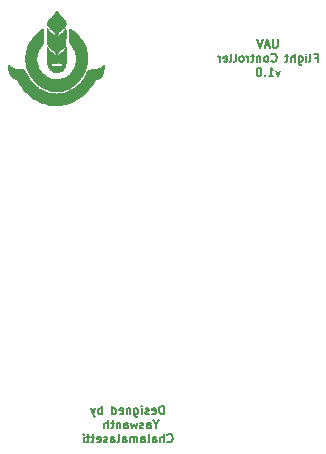
<source format=gbr>
%TF.GenerationSoftware,KiCad,Pcbnew,(5.1.9)-1*%
%TF.CreationDate,2021-10-28T19:53:03+05:30*%
%TF.ProjectId,royal_fc,726f7961-6c5f-4666-932e-6b696361645f,v1.0*%
%TF.SameCoordinates,Original*%
%TF.FileFunction,Legend,Bot*%
%TF.FilePolarity,Positive*%
%FSLAX46Y46*%
G04 Gerber Fmt 4.6, Leading zero omitted, Abs format (unit mm)*
G04 Created by KiCad (PCBNEW (5.1.9)-1) date 2021-10-28 19:53:03*
%MOMM*%
%LPD*%
G01*
G04 APERTURE LIST*
%ADD10C,0.150000*%
%ADD11C,0.010000*%
G04 APERTURE END LIST*
D10*
X59940000Y-113246666D02*
X59940000Y-113813333D01*
X59906666Y-113880000D01*
X59873333Y-113913333D01*
X59806666Y-113946666D01*
X59673333Y-113946666D01*
X59606666Y-113913333D01*
X59573333Y-113880000D01*
X59540000Y-113813333D01*
X59540000Y-113246666D01*
X59240000Y-113746666D02*
X58906666Y-113746666D01*
X59306666Y-113946666D02*
X59073333Y-113246666D01*
X58840000Y-113946666D01*
X58706666Y-113246666D02*
X58473333Y-113946666D01*
X58240000Y-113246666D01*
X63090000Y-114780000D02*
X63323333Y-114780000D01*
X63323333Y-115146666D02*
X63323333Y-114446666D01*
X62990000Y-114446666D01*
X62623333Y-115146666D02*
X62690000Y-115113333D01*
X62723333Y-115046666D01*
X62723333Y-114446666D01*
X62356666Y-115146666D02*
X62356666Y-114680000D01*
X62356666Y-114446666D02*
X62390000Y-114480000D01*
X62356666Y-114513333D01*
X62323333Y-114480000D01*
X62356666Y-114446666D01*
X62356666Y-114513333D01*
X61723333Y-114680000D02*
X61723333Y-115246666D01*
X61756666Y-115313333D01*
X61790000Y-115346666D01*
X61856666Y-115380000D01*
X61956666Y-115380000D01*
X62023333Y-115346666D01*
X61723333Y-115113333D02*
X61790000Y-115146666D01*
X61923333Y-115146666D01*
X61990000Y-115113333D01*
X62023333Y-115080000D01*
X62056666Y-115013333D01*
X62056666Y-114813333D01*
X62023333Y-114746666D01*
X61990000Y-114713333D01*
X61923333Y-114680000D01*
X61790000Y-114680000D01*
X61723333Y-114713333D01*
X61390000Y-115146666D02*
X61390000Y-114446666D01*
X61090000Y-115146666D02*
X61090000Y-114780000D01*
X61123333Y-114713333D01*
X61190000Y-114680000D01*
X61290000Y-114680000D01*
X61356666Y-114713333D01*
X61390000Y-114746666D01*
X60856666Y-114680000D02*
X60590000Y-114680000D01*
X60756666Y-114446666D02*
X60756666Y-115046666D01*
X60723333Y-115113333D01*
X60656666Y-115146666D01*
X60590000Y-115146666D01*
X59423333Y-115080000D02*
X59456666Y-115113333D01*
X59556666Y-115146666D01*
X59623333Y-115146666D01*
X59723333Y-115113333D01*
X59790000Y-115046666D01*
X59823333Y-114980000D01*
X59856666Y-114846666D01*
X59856666Y-114746666D01*
X59823333Y-114613333D01*
X59790000Y-114546666D01*
X59723333Y-114480000D01*
X59623333Y-114446666D01*
X59556666Y-114446666D01*
X59456666Y-114480000D01*
X59423333Y-114513333D01*
X59023333Y-115146666D02*
X59090000Y-115113333D01*
X59123333Y-115080000D01*
X59156666Y-115013333D01*
X59156666Y-114813333D01*
X59123333Y-114746666D01*
X59090000Y-114713333D01*
X59023333Y-114680000D01*
X58923333Y-114680000D01*
X58856666Y-114713333D01*
X58823333Y-114746666D01*
X58790000Y-114813333D01*
X58790000Y-115013333D01*
X58823333Y-115080000D01*
X58856666Y-115113333D01*
X58923333Y-115146666D01*
X59023333Y-115146666D01*
X58490000Y-114680000D02*
X58490000Y-115146666D01*
X58490000Y-114746666D02*
X58456666Y-114713333D01*
X58390000Y-114680000D01*
X58290000Y-114680000D01*
X58223333Y-114713333D01*
X58190000Y-114780000D01*
X58190000Y-115146666D01*
X57956666Y-114680000D02*
X57690000Y-114680000D01*
X57856666Y-114446666D02*
X57856666Y-115046666D01*
X57823333Y-115113333D01*
X57756666Y-115146666D01*
X57690000Y-115146666D01*
X57456666Y-115146666D02*
X57456666Y-114680000D01*
X57456666Y-114813333D02*
X57423333Y-114746666D01*
X57390000Y-114713333D01*
X57323333Y-114680000D01*
X57256666Y-114680000D01*
X56923333Y-115146666D02*
X56990000Y-115113333D01*
X57023333Y-115080000D01*
X57056666Y-115013333D01*
X57056666Y-114813333D01*
X57023333Y-114746666D01*
X56990000Y-114713333D01*
X56923333Y-114680000D01*
X56823333Y-114680000D01*
X56756666Y-114713333D01*
X56723333Y-114746666D01*
X56690000Y-114813333D01*
X56690000Y-115013333D01*
X56723333Y-115080000D01*
X56756666Y-115113333D01*
X56823333Y-115146666D01*
X56923333Y-115146666D01*
X56290000Y-115146666D02*
X56356666Y-115113333D01*
X56390000Y-115046666D01*
X56390000Y-114446666D01*
X55923333Y-115146666D02*
X55990000Y-115113333D01*
X56023333Y-115046666D01*
X56023333Y-114446666D01*
X55390000Y-115113333D02*
X55456666Y-115146666D01*
X55590000Y-115146666D01*
X55656666Y-115113333D01*
X55690000Y-115046666D01*
X55690000Y-114780000D01*
X55656666Y-114713333D01*
X55590000Y-114680000D01*
X55456666Y-114680000D01*
X55390000Y-114713333D01*
X55356666Y-114780000D01*
X55356666Y-114846666D01*
X55690000Y-114913333D01*
X55056666Y-115146666D02*
X55056666Y-114680000D01*
X55056666Y-114813333D02*
X55023333Y-114746666D01*
X54990000Y-114713333D01*
X54923333Y-114680000D01*
X54856666Y-114680000D01*
X60140000Y-115880000D02*
X59973333Y-116346666D01*
X59806666Y-115880000D01*
X59173333Y-116346666D02*
X59573333Y-116346666D01*
X59373333Y-116346666D02*
X59373333Y-115646666D01*
X59440000Y-115746666D01*
X59506666Y-115813333D01*
X59573333Y-115846666D01*
X58873333Y-116280000D02*
X58840000Y-116313333D01*
X58873333Y-116346666D01*
X58906666Y-116313333D01*
X58873333Y-116280000D01*
X58873333Y-116346666D01*
X58406666Y-115646666D02*
X58340000Y-115646666D01*
X58273333Y-115680000D01*
X58240000Y-115713333D01*
X58206666Y-115780000D01*
X58173333Y-115913333D01*
X58173333Y-116080000D01*
X58206666Y-116213333D01*
X58240000Y-116280000D01*
X58273333Y-116313333D01*
X58340000Y-116346666D01*
X58406666Y-116346666D01*
X58473333Y-116313333D01*
X58506666Y-116280000D01*
X58540000Y-116213333D01*
X58573333Y-116080000D01*
X58573333Y-115913333D01*
X58540000Y-115780000D01*
X58506666Y-115713333D01*
X58473333Y-115680000D01*
X58406666Y-115646666D01*
X50303333Y-144956666D02*
X50303333Y-144256666D01*
X50136666Y-144256666D01*
X50036666Y-144290000D01*
X49970000Y-144356666D01*
X49936666Y-144423333D01*
X49903333Y-144556666D01*
X49903333Y-144656666D01*
X49936666Y-144790000D01*
X49970000Y-144856666D01*
X50036666Y-144923333D01*
X50136666Y-144956666D01*
X50303333Y-144956666D01*
X49336666Y-144923333D02*
X49403333Y-144956666D01*
X49536666Y-144956666D01*
X49603333Y-144923333D01*
X49636666Y-144856666D01*
X49636666Y-144590000D01*
X49603333Y-144523333D01*
X49536666Y-144490000D01*
X49403333Y-144490000D01*
X49336666Y-144523333D01*
X49303333Y-144590000D01*
X49303333Y-144656666D01*
X49636666Y-144723333D01*
X49036666Y-144923333D02*
X48970000Y-144956666D01*
X48836666Y-144956666D01*
X48770000Y-144923333D01*
X48736666Y-144856666D01*
X48736666Y-144823333D01*
X48770000Y-144756666D01*
X48836666Y-144723333D01*
X48936666Y-144723333D01*
X49003333Y-144690000D01*
X49036666Y-144623333D01*
X49036666Y-144590000D01*
X49003333Y-144523333D01*
X48936666Y-144490000D01*
X48836666Y-144490000D01*
X48770000Y-144523333D01*
X48436666Y-144956666D02*
X48436666Y-144490000D01*
X48436666Y-144256666D02*
X48470000Y-144290000D01*
X48436666Y-144323333D01*
X48403333Y-144290000D01*
X48436666Y-144256666D01*
X48436666Y-144323333D01*
X47803333Y-144490000D02*
X47803333Y-145056666D01*
X47836666Y-145123333D01*
X47870000Y-145156666D01*
X47936666Y-145190000D01*
X48036666Y-145190000D01*
X48103333Y-145156666D01*
X47803333Y-144923333D02*
X47870000Y-144956666D01*
X48003333Y-144956666D01*
X48070000Y-144923333D01*
X48103333Y-144890000D01*
X48136666Y-144823333D01*
X48136666Y-144623333D01*
X48103333Y-144556666D01*
X48070000Y-144523333D01*
X48003333Y-144490000D01*
X47870000Y-144490000D01*
X47803333Y-144523333D01*
X47470000Y-144490000D02*
X47470000Y-144956666D01*
X47470000Y-144556666D02*
X47436666Y-144523333D01*
X47370000Y-144490000D01*
X47270000Y-144490000D01*
X47203333Y-144523333D01*
X47170000Y-144590000D01*
X47170000Y-144956666D01*
X46570000Y-144923333D02*
X46636666Y-144956666D01*
X46770000Y-144956666D01*
X46836666Y-144923333D01*
X46870000Y-144856666D01*
X46870000Y-144590000D01*
X46836666Y-144523333D01*
X46770000Y-144490000D01*
X46636666Y-144490000D01*
X46570000Y-144523333D01*
X46536666Y-144590000D01*
X46536666Y-144656666D01*
X46870000Y-144723333D01*
X45936666Y-144956666D02*
X45936666Y-144256666D01*
X45936666Y-144923333D02*
X46003333Y-144956666D01*
X46136666Y-144956666D01*
X46203333Y-144923333D01*
X46236666Y-144890000D01*
X46270000Y-144823333D01*
X46270000Y-144623333D01*
X46236666Y-144556666D01*
X46203333Y-144523333D01*
X46136666Y-144490000D01*
X46003333Y-144490000D01*
X45936666Y-144523333D01*
X45070000Y-144956666D02*
X45070000Y-144256666D01*
X45070000Y-144523333D02*
X45003333Y-144490000D01*
X44870000Y-144490000D01*
X44803333Y-144523333D01*
X44770000Y-144556666D01*
X44736666Y-144623333D01*
X44736666Y-144823333D01*
X44770000Y-144890000D01*
X44803333Y-144923333D01*
X44870000Y-144956666D01*
X45003333Y-144956666D01*
X45070000Y-144923333D01*
X44503333Y-144490000D02*
X44336666Y-144956666D01*
X44170000Y-144490000D02*
X44336666Y-144956666D01*
X44403333Y-145123333D01*
X44436666Y-145156666D01*
X44503333Y-145190000D01*
X49653333Y-145823333D02*
X49653333Y-146156666D01*
X49886666Y-145456666D02*
X49653333Y-145823333D01*
X49420000Y-145456666D01*
X48886666Y-146156666D02*
X48886666Y-145790000D01*
X48920000Y-145723333D01*
X48986666Y-145690000D01*
X49120000Y-145690000D01*
X49186666Y-145723333D01*
X48886666Y-146123333D02*
X48953333Y-146156666D01*
X49120000Y-146156666D01*
X49186666Y-146123333D01*
X49220000Y-146056666D01*
X49220000Y-145990000D01*
X49186666Y-145923333D01*
X49120000Y-145890000D01*
X48953333Y-145890000D01*
X48886666Y-145856666D01*
X48586666Y-146123333D02*
X48520000Y-146156666D01*
X48386666Y-146156666D01*
X48320000Y-146123333D01*
X48286666Y-146056666D01*
X48286666Y-146023333D01*
X48320000Y-145956666D01*
X48386666Y-145923333D01*
X48486666Y-145923333D01*
X48553333Y-145890000D01*
X48586666Y-145823333D01*
X48586666Y-145790000D01*
X48553333Y-145723333D01*
X48486666Y-145690000D01*
X48386666Y-145690000D01*
X48320000Y-145723333D01*
X48053333Y-145690000D02*
X47920000Y-146156666D01*
X47786666Y-145823333D01*
X47653333Y-146156666D01*
X47520000Y-145690000D01*
X46953333Y-146156666D02*
X46953333Y-145790000D01*
X46986666Y-145723333D01*
X47053333Y-145690000D01*
X47186666Y-145690000D01*
X47253333Y-145723333D01*
X46953333Y-146123333D02*
X47020000Y-146156666D01*
X47186666Y-146156666D01*
X47253333Y-146123333D01*
X47286666Y-146056666D01*
X47286666Y-145990000D01*
X47253333Y-145923333D01*
X47186666Y-145890000D01*
X47020000Y-145890000D01*
X46953333Y-145856666D01*
X46620000Y-145690000D02*
X46620000Y-146156666D01*
X46620000Y-145756666D02*
X46586666Y-145723333D01*
X46520000Y-145690000D01*
X46420000Y-145690000D01*
X46353333Y-145723333D01*
X46320000Y-145790000D01*
X46320000Y-146156666D01*
X46086666Y-145690000D02*
X45820000Y-145690000D01*
X45986666Y-145456666D02*
X45986666Y-146056666D01*
X45953333Y-146123333D01*
X45886666Y-146156666D01*
X45820000Y-146156666D01*
X45586666Y-146156666D02*
X45586666Y-145456666D01*
X45286666Y-146156666D02*
X45286666Y-145790000D01*
X45320000Y-145723333D01*
X45386666Y-145690000D01*
X45486666Y-145690000D01*
X45553333Y-145723333D01*
X45586666Y-145756666D01*
X50620000Y-147290000D02*
X50653333Y-147323333D01*
X50753333Y-147356666D01*
X50820000Y-147356666D01*
X50920000Y-147323333D01*
X50986666Y-147256666D01*
X51020000Y-147190000D01*
X51053333Y-147056666D01*
X51053333Y-146956666D01*
X51020000Y-146823333D01*
X50986666Y-146756666D01*
X50920000Y-146690000D01*
X50820000Y-146656666D01*
X50753333Y-146656666D01*
X50653333Y-146690000D01*
X50620000Y-146723333D01*
X50320000Y-147356666D02*
X50320000Y-146656666D01*
X50020000Y-147356666D02*
X50020000Y-146990000D01*
X50053333Y-146923333D01*
X50120000Y-146890000D01*
X50220000Y-146890000D01*
X50286666Y-146923333D01*
X50320000Y-146956666D01*
X49386666Y-147356666D02*
X49386666Y-146990000D01*
X49420000Y-146923333D01*
X49486666Y-146890000D01*
X49620000Y-146890000D01*
X49686666Y-146923333D01*
X49386666Y-147323333D02*
X49453333Y-147356666D01*
X49620000Y-147356666D01*
X49686666Y-147323333D01*
X49720000Y-147256666D01*
X49720000Y-147190000D01*
X49686666Y-147123333D01*
X49620000Y-147090000D01*
X49453333Y-147090000D01*
X49386666Y-147056666D01*
X48953333Y-147356666D02*
X49020000Y-147323333D01*
X49053333Y-147256666D01*
X49053333Y-146656666D01*
X48386666Y-147356666D02*
X48386666Y-146990000D01*
X48420000Y-146923333D01*
X48486666Y-146890000D01*
X48620000Y-146890000D01*
X48686666Y-146923333D01*
X48386666Y-147323333D02*
X48453333Y-147356666D01*
X48620000Y-147356666D01*
X48686666Y-147323333D01*
X48720000Y-147256666D01*
X48720000Y-147190000D01*
X48686666Y-147123333D01*
X48620000Y-147090000D01*
X48453333Y-147090000D01*
X48386666Y-147056666D01*
X48053333Y-147356666D02*
X48053333Y-146890000D01*
X48053333Y-146956666D02*
X48020000Y-146923333D01*
X47953333Y-146890000D01*
X47853333Y-146890000D01*
X47786666Y-146923333D01*
X47753333Y-146990000D01*
X47753333Y-147356666D01*
X47753333Y-146990000D02*
X47720000Y-146923333D01*
X47653333Y-146890000D01*
X47553333Y-146890000D01*
X47486666Y-146923333D01*
X47453333Y-146990000D01*
X47453333Y-147356666D01*
X46820000Y-147356666D02*
X46820000Y-146990000D01*
X46853333Y-146923333D01*
X46920000Y-146890000D01*
X47053333Y-146890000D01*
X47120000Y-146923333D01*
X46820000Y-147323333D02*
X46886666Y-147356666D01*
X47053333Y-147356666D01*
X47120000Y-147323333D01*
X47153333Y-147256666D01*
X47153333Y-147190000D01*
X47120000Y-147123333D01*
X47053333Y-147090000D01*
X46886666Y-147090000D01*
X46820000Y-147056666D01*
X46386666Y-147356666D02*
X46453333Y-147323333D01*
X46486666Y-147256666D01*
X46486666Y-146656666D01*
X45820000Y-147356666D02*
X45820000Y-146990000D01*
X45853333Y-146923333D01*
X45920000Y-146890000D01*
X46053333Y-146890000D01*
X46120000Y-146923333D01*
X45820000Y-147323333D02*
X45886666Y-147356666D01*
X46053333Y-147356666D01*
X46120000Y-147323333D01*
X46153333Y-147256666D01*
X46153333Y-147190000D01*
X46120000Y-147123333D01*
X46053333Y-147090000D01*
X45886666Y-147090000D01*
X45820000Y-147056666D01*
X45520000Y-147323333D02*
X45453333Y-147356666D01*
X45320000Y-147356666D01*
X45253333Y-147323333D01*
X45220000Y-147256666D01*
X45220000Y-147223333D01*
X45253333Y-147156666D01*
X45320000Y-147123333D01*
X45420000Y-147123333D01*
X45486666Y-147090000D01*
X45520000Y-147023333D01*
X45520000Y-146990000D01*
X45486666Y-146923333D01*
X45420000Y-146890000D01*
X45320000Y-146890000D01*
X45253333Y-146923333D01*
X44653333Y-147323333D02*
X44720000Y-147356666D01*
X44853333Y-147356666D01*
X44920000Y-147323333D01*
X44953333Y-147256666D01*
X44953333Y-146990000D01*
X44920000Y-146923333D01*
X44853333Y-146890000D01*
X44720000Y-146890000D01*
X44653333Y-146923333D01*
X44620000Y-146990000D01*
X44620000Y-147056666D01*
X44953333Y-147123333D01*
X44420000Y-146890000D02*
X44153333Y-146890000D01*
X44320000Y-146656666D02*
X44320000Y-147256666D01*
X44286666Y-147323333D01*
X44220000Y-147356666D01*
X44153333Y-147356666D01*
X44020000Y-146890000D02*
X43753333Y-146890000D01*
X43920000Y-146656666D02*
X43920000Y-147256666D01*
X43886666Y-147323333D01*
X43820000Y-147356666D01*
X43753333Y-147356666D01*
X43520000Y-147356666D02*
X43520000Y-146890000D01*
X43520000Y-146656666D02*
X43553333Y-146690000D01*
X43520000Y-146723333D01*
X43486666Y-146690000D01*
X43520000Y-146656666D01*
X43520000Y-146723333D01*
D11*
%TO.C,G\u002A\u002A\u002A*%
G36*
X40899662Y-115477169D02*
G01*
X40897525Y-115479272D01*
X40907018Y-115480417D01*
X40911675Y-115480488D01*
X40924165Y-115479731D01*
X40925637Y-115477847D01*
X40923689Y-115477169D01*
X40906278Y-115476040D01*
X40899662Y-115477169D01*
G37*
X40899662Y-115477169D02*
X40897525Y-115479272D01*
X40907018Y-115480417D01*
X40911675Y-115480488D01*
X40924165Y-115479731D01*
X40925637Y-115477847D01*
X40923689Y-115477169D01*
X40906278Y-115476040D01*
X40899662Y-115477169D01*
G36*
X40854909Y-115484668D02*
G01*
X40854681Y-115487051D01*
X40865428Y-115488024D01*
X40867054Y-115488014D01*
X40877701Y-115486967D01*
X40876684Y-115484758D01*
X40875504Y-115484399D01*
X40860550Y-115483337D01*
X40854909Y-115484668D01*
G37*
X40854909Y-115484668D02*
X40854681Y-115487051D01*
X40865428Y-115488024D01*
X40867054Y-115488014D01*
X40877701Y-115486967D01*
X40876684Y-115484758D01*
X40875504Y-115484399D01*
X40860550Y-115483337D01*
X40854909Y-115484668D01*
G36*
X40810418Y-115491683D02*
G01*
X40808282Y-115493786D01*
X40817774Y-115494932D01*
X40822432Y-115495002D01*
X40834921Y-115494245D01*
X40836393Y-115492361D01*
X40834446Y-115491683D01*
X40817035Y-115490554D01*
X40810418Y-115491683D01*
G37*
X40810418Y-115491683D02*
X40808282Y-115493786D01*
X40817774Y-115494932D01*
X40822432Y-115495002D01*
X40834921Y-115494245D01*
X40836393Y-115492361D01*
X40834446Y-115491683D01*
X40817035Y-115490554D01*
X40810418Y-115491683D01*
G36*
X41281095Y-115725954D02*
G01*
X41268641Y-115739474D01*
X41261344Y-115764666D01*
X41258749Y-115802520D01*
X41258747Y-115810831D01*
X41259568Y-115838727D01*
X41262185Y-115856257D01*
X41267642Y-115867548D01*
X41274954Y-115875037D01*
X41289652Y-115885934D01*
X41300594Y-115886847D01*
X41313880Y-115877899D01*
X41316268Y-115875871D01*
X41327180Y-115858645D01*
X41333924Y-115832016D01*
X41336009Y-115800566D01*
X41332945Y-115768877D01*
X41329309Y-115754314D01*
X41321627Y-115735135D01*
X41312068Y-115726062D01*
X41299163Y-115723117D01*
X41281095Y-115725954D01*
G37*
X41281095Y-115725954D02*
X41268641Y-115739474D01*
X41261344Y-115764666D01*
X41258749Y-115802520D01*
X41258747Y-115810831D01*
X41259568Y-115838727D01*
X41262185Y-115856257D01*
X41267642Y-115867548D01*
X41274954Y-115875037D01*
X41289652Y-115885934D01*
X41300594Y-115886847D01*
X41313880Y-115877899D01*
X41316268Y-115875871D01*
X41327180Y-115858645D01*
X41333924Y-115832016D01*
X41336009Y-115800566D01*
X41332945Y-115768877D01*
X41329309Y-115754314D01*
X41321627Y-115735135D01*
X41312068Y-115726062D01*
X41299163Y-115723117D01*
X41281095Y-115725954D01*
G36*
X40971255Y-115725791D02*
G01*
X40958257Y-115736898D01*
X40954972Y-115752358D01*
X40960327Y-115767542D01*
X40973250Y-115777822D01*
X40983756Y-115779714D01*
X40999795Y-115775303D01*
X41007510Y-115769177D01*
X41013135Y-115753220D01*
X41008314Y-115737932D01*
X40996050Y-115726905D01*
X40979345Y-115723731D01*
X40971255Y-115725791D01*
G37*
X40971255Y-115725791D02*
X40958257Y-115736898D01*
X40954972Y-115752358D01*
X40960327Y-115767542D01*
X40973250Y-115777822D01*
X40983756Y-115779714D01*
X40999795Y-115775303D01*
X41007510Y-115769177D01*
X41013135Y-115753220D01*
X41008314Y-115737932D01*
X40996050Y-115726905D01*
X40979345Y-115723731D01*
X40971255Y-115725791D01*
G36*
X40960652Y-115814670D02*
G01*
X40949474Y-115830045D01*
X40948015Y-115851260D01*
X40951615Y-115863171D01*
X40964135Y-115876959D01*
X40982612Y-115881697D01*
X41001843Y-115876792D01*
X41010725Y-115869910D01*
X41020560Y-115851554D01*
X41018880Y-115833029D01*
X41007454Y-115817823D01*
X40988055Y-115809427D01*
X40979686Y-115808743D01*
X40960652Y-115814670D01*
G37*
X40960652Y-115814670D02*
X40949474Y-115830045D01*
X40948015Y-115851260D01*
X40951615Y-115863171D01*
X40964135Y-115876959D01*
X40982612Y-115881697D01*
X41001843Y-115876792D01*
X41010725Y-115869910D01*
X41020560Y-115851554D01*
X41018880Y-115833029D01*
X41007454Y-115817823D01*
X40988055Y-115809427D01*
X40979686Y-115808743D01*
X40960652Y-115814670D01*
G36*
X41127832Y-115726358D02*
G01*
X41113786Y-115741365D01*
X41112746Y-115743428D01*
X41106801Y-115764830D01*
X41104196Y-115793328D01*
X41104848Y-115823441D01*
X41108676Y-115849684D01*
X41114578Y-115865185D01*
X41129856Y-115878077D01*
X41148277Y-115880461D01*
X41164455Y-115871828D01*
X41165979Y-115870042D01*
X41171084Y-115855646D01*
X41174126Y-115829624D01*
X41174828Y-115804821D01*
X41174000Y-115773905D01*
X41171046Y-115753628D01*
X41165261Y-115740193D01*
X41162050Y-115735945D01*
X41145025Y-115724384D01*
X41127832Y-115726358D01*
G37*
X41127832Y-115726358D02*
X41113786Y-115741365D01*
X41112746Y-115743428D01*
X41106801Y-115764830D01*
X41104196Y-115793328D01*
X41104848Y-115823441D01*
X41108676Y-115849684D01*
X41114578Y-115865185D01*
X41129856Y-115878077D01*
X41148277Y-115880461D01*
X41164455Y-115871828D01*
X41165979Y-115870042D01*
X41171084Y-115855646D01*
X41174126Y-115829624D01*
X41174828Y-115804821D01*
X41174000Y-115773905D01*
X41171046Y-115753628D01*
X41165261Y-115740193D01*
X41162050Y-115735945D01*
X41145025Y-115724384D01*
X41127832Y-115726358D01*
G36*
X43105861Y-115698589D02*
G01*
X43104992Y-115699899D01*
X43107406Y-115707289D01*
X43118763Y-115714413D01*
X43137630Y-115720778D01*
X43145787Y-115719773D01*
X43144568Y-115710994D01*
X43142756Y-115707143D01*
X43131673Y-115696011D01*
X43117349Y-115692771D01*
X43105861Y-115698589D01*
G37*
X43105861Y-115698589D02*
X43104992Y-115699899D01*
X43107406Y-115707289D01*
X43118763Y-115714413D01*
X43137630Y-115720778D01*
X43145787Y-115719773D01*
X43144568Y-115710994D01*
X43142756Y-115707143D01*
X43131673Y-115696011D01*
X43117349Y-115692771D01*
X43105861Y-115698589D01*
G36*
X42655089Y-116459559D02*
G01*
X42643172Y-116471932D01*
X42638146Y-116477734D01*
X42618671Y-116500841D01*
X42648191Y-116528534D01*
X42670832Y-116547049D01*
X42690346Y-116554613D01*
X42711682Y-116552018D01*
X42734971Y-116542403D01*
X42756888Y-116528417D01*
X42768766Y-116513236D01*
X42769018Y-116498987D01*
X42768324Y-116497663D01*
X42760018Y-116494934D01*
X42742285Y-116494401D01*
X42723462Y-116495747D01*
X42682373Y-116500287D01*
X42674222Y-116477458D01*
X42667595Y-116462029D01*
X42662256Y-116454720D01*
X42661846Y-116454628D01*
X42655089Y-116459559D01*
G37*
X42655089Y-116459559D02*
X42643172Y-116471932D01*
X42638146Y-116477734D01*
X42618671Y-116500841D01*
X42648191Y-116528534D01*
X42670832Y-116547049D01*
X42690346Y-116554613D01*
X42711682Y-116552018D01*
X42734971Y-116542403D01*
X42756888Y-116528417D01*
X42768766Y-116513236D01*
X42769018Y-116498987D01*
X42768324Y-116497663D01*
X42760018Y-116494934D01*
X42742285Y-116494401D01*
X42723462Y-116495747D01*
X42682373Y-116500287D01*
X42674222Y-116477458D01*
X42667595Y-116462029D01*
X42662256Y-116454720D01*
X42661846Y-116454628D01*
X42655089Y-116459559D01*
G36*
X39297626Y-116005815D02*
G01*
X39293323Y-116020910D01*
X39291826Y-116043012D01*
X39292980Y-116066158D01*
X39296631Y-116084383D01*
X39299805Y-116090320D01*
X39316046Y-116098504D01*
X39334753Y-116093936D01*
X39346486Y-116084514D01*
X39356552Y-116071691D01*
X39360216Y-116063215D01*
X39356048Y-116044725D01*
X39345445Y-116026628D01*
X39331257Y-116011538D01*
X39316336Y-116002071D01*
X39303533Y-116000842D01*
X39297626Y-116005815D01*
G37*
X39297626Y-116005815D02*
X39293323Y-116020910D01*
X39291826Y-116043012D01*
X39292980Y-116066158D01*
X39296631Y-116084383D01*
X39299805Y-116090320D01*
X39316046Y-116098504D01*
X39334753Y-116093936D01*
X39346486Y-116084514D01*
X39356552Y-116071691D01*
X39360216Y-116063215D01*
X39356048Y-116044725D01*
X39345445Y-116026628D01*
X39331257Y-116011538D01*
X39316336Y-116002071D01*
X39303533Y-116000842D01*
X39297626Y-116005815D01*
G36*
X39461693Y-116155579D02*
G01*
X39448926Y-116163976D01*
X39437977Y-116174686D01*
X39436976Y-116181427D01*
X39445250Y-116189433D01*
X39445622Y-116189738D01*
X39466368Y-116199851D01*
X39486824Y-116195537D01*
X39493515Y-116191077D01*
X39502418Y-116177699D01*
X39503350Y-116167492D01*
X39495380Y-116155377D01*
X39480075Y-116151315D01*
X39461693Y-116155579D01*
G37*
X39461693Y-116155579D02*
X39448926Y-116163976D01*
X39437977Y-116174686D01*
X39436976Y-116181427D01*
X39445250Y-116189433D01*
X39445622Y-116189738D01*
X39466368Y-116199851D01*
X39486824Y-116195537D01*
X39493515Y-116191077D01*
X39502418Y-116177699D01*
X39503350Y-116167492D01*
X39495380Y-116155377D01*
X39480075Y-116151315D01*
X39461693Y-116155579D01*
G36*
X39684451Y-116550823D02*
G01*
X39682864Y-116560574D01*
X39685850Y-116580070D01*
X39693119Y-116602227D01*
X39693944Y-116604117D01*
X39704522Y-116621670D01*
X39717379Y-116628368D01*
X39723463Y-116628800D01*
X39740380Y-116625734D01*
X39750140Y-116620091D01*
X39756286Y-116606732D01*
X39758378Y-116590956D01*
X39754410Y-116573425D01*
X39740512Y-116559157D01*
X39736067Y-116556149D01*
X39711780Y-116543882D01*
X39694186Y-116542139D01*
X39684451Y-116550823D01*
G37*
X39684451Y-116550823D02*
X39682864Y-116560574D01*
X39685850Y-116580070D01*
X39693119Y-116602227D01*
X39693944Y-116604117D01*
X39704522Y-116621670D01*
X39717379Y-116628368D01*
X39723463Y-116628800D01*
X39740380Y-116625734D01*
X39750140Y-116620091D01*
X39756286Y-116606732D01*
X39758378Y-116590956D01*
X39754410Y-116573425D01*
X39740512Y-116559157D01*
X39736067Y-116556149D01*
X39711780Y-116543882D01*
X39694186Y-116542139D01*
X39684451Y-116550823D01*
G36*
X40015299Y-116714058D02*
G01*
X40004762Y-116726089D01*
X39998981Y-116738337D01*
X39998867Y-116739471D01*
X40003487Y-116744577D01*
X40014152Y-116743137D01*
X40024735Y-116736205D01*
X40031919Y-116723601D01*
X40031601Y-116712578D01*
X40025148Y-116708628D01*
X40015299Y-116714058D01*
G37*
X40015299Y-116714058D02*
X40004762Y-116726089D01*
X39998981Y-116738337D01*
X39998867Y-116739471D01*
X40003487Y-116744577D01*
X40014152Y-116743137D01*
X40024735Y-116736205D01*
X40031919Y-116723601D01*
X40031601Y-116712578D01*
X40025148Y-116708628D01*
X40015299Y-116714058D01*
G36*
X40596483Y-116989768D02*
G01*
X40589908Y-117008593D01*
X40589027Y-117020208D01*
X40593175Y-117032566D01*
X40604566Y-117033722D01*
X40621617Y-117023592D01*
X40623504Y-117022014D01*
X40633845Y-117010608D01*
X40633805Y-116999537D01*
X40630888Y-116992985D01*
X40619622Y-116980242D01*
X40607270Y-116979744D01*
X40596483Y-116989768D01*
G37*
X40596483Y-116989768D02*
X40589908Y-117008593D01*
X40589027Y-117020208D01*
X40593175Y-117032566D01*
X40604566Y-117033722D01*
X40621617Y-117023592D01*
X40623504Y-117022014D01*
X40633845Y-117010608D01*
X40633805Y-116999537D01*
X40630888Y-116992985D01*
X40619622Y-116980242D01*
X40607270Y-116979744D01*
X40596483Y-116989768D01*
G36*
X40675534Y-117023312D02*
G01*
X40672991Y-117029570D01*
X40663786Y-117043246D01*
X40646290Y-117055535D01*
X40625831Y-117063172D01*
X40616422Y-117064228D01*
X40606205Y-117066550D01*
X40608236Y-117072999D01*
X40621838Y-117082804D01*
X40641670Y-117093050D01*
X40672198Y-117104842D01*
X40693671Y-117107007D01*
X40707350Y-117099499D01*
X40712316Y-117090403D01*
X40718020Y-117070807D01*
X40723020Y-117047916D01*
X40723053Y-117047730D01*
X40725188Y-117031087D01*
X40721345Y-117023367D01*
X40708180Y-117020064D01*
X40701933Y-117019263D01*
X40684168Y-117018572D01*
X40675534Y-117023312D01*
G37*
X40675534Y-117023312D02*
X40672991Y-117029570D01*
X40663786Y-117043246D01*
X40646290Y-117055535D01*
X40625831Y-117063172D01*
X40616422Y-117064228D01*
X40606205Y-117066550D01*
X40608236Y-117072999D01*
X40621838Y-117082804D01*
X40641670Y-117093050D01*
X40672198Y-117104842D01*
X40693671Y-117107007D01*
X40707350Y-117099499D01*
X40712316Y-117090403D01*
X40718020Y-117070807D01*
X40723020Y-117047916D01*
X40723053Y-117047730D01*
X40725188Y-117031087D01*
X40721345Y-117023367D01*
X40708180Y-117020064D01*
X40701933Y-117019263D01*
X40684168Y-117018572D01*
X40675534Y-117023312D01*
G36*
X40928549Y-117098700D02*
G01*
X40924877Y-117119872D01*
X40921557Y-117136178D01*
X40921181Y-117137714D01*
X40924179Y-117148992D01*
X40933794Y-117153944D01*
X40955996Y-117157907D01*
X40975964Y-117157640D01*
X40988853Y-117153354D01*
X40990520Y-117151487D01*
X40993679Y-117140600D01*
X40997110Y-117120760D01*
X40998746Y-117107944D01*
X41002831Y-117071486D01*
X40932892Y-117071486D01*
X40928549Y-117098700D01*
G37*
X40928549Y-117098700D02*
X40924877Y-117119872D01*
X40921557Y-117136178D01*
X40921181Y-117137714D01*
X40924179Y-117148992D01*
X40933794Y-117153944D01*
X40955996Y-117157907D01*
X40975964Y-117157640D01*
X40988853Y-117153354D01*
X40990520Y-117151487D01*
X40993679Y-117140600D01*
X40997110Y-117120760D01*
X40998746Y-117107944D01*
X41002831Y-117071486D01*
X40932892Y-117071486D01*
X40928549Y-117098700D01*
G36*
X42418481Y-116675412D02*
G01*
X42404335Y-116682794D01*
X42395720Y-116687865D01*
X42368302Y-116704547D01*
X42393408Y-116742787D01*
X42408178Y-116763969D01*
X42419568Y-116775528D01*
X42431247Y-116780292D01*
X42443112Y-116781114D01*
X42460670Y-116779934D01*
X42471586Y-116776926D01*
X42472288Y-116776362D01*
X42476738Y-116762869D01*
X42470568Y-116742374D01*
X42453543Y-116714140D01*
X42451678Y-116711486D01*
X42438162Y-116692424D01*
X42428380Y-116678619D01*
X42424814Y-116673578D01*
X42418481Y-116675412D01*
G37*
X42418481Y-116675412D02*
X42404335Y-116682794D01*
X42395720Y-116687865D01*
X42368302Y-116704547D01*
X42393408Y-116742787D01*
X42408178Y-116763969D01*
X42419568Y-116775528D01*
X42431247Y-116780292D01*
X42443112Y-116781114D01*
X42460670Y-116779934D01*
X42471586Y-116776926D01*
X42472288Y-116776362D01*
X42476738Y-116762869D01*
X42470568Y-116742374D01*
X42453543Y-116714140D01*
X42451678Y-116711486D01*
X42438162Y-116692424D01*
X42428380Y-116678619D01*
X42424814Y-116673578D01*
X42418481Y-116675412D01*
G36*
X42065380Y-116886198D02*
G01*
X42067434Y-116897427D01*
X42075336Y-116918037D01*
X42089579Y-116949580D01*
X42090594Y-116951743D01*
X42122990Y-117020686D01*
X42154049Y-117020674D01*
X42179641Y-117017685D01*
X42204237Y-117010286D01*
X42209135Y-117007974D01*
X42225968Y-116995778D01*
X42232696Y-116983733D01*
X42228543Y-116974387D01*
X42220358Y-116971106D01*
X42206101Y-116972690D01*
X42187585Y-116979957D01*
X42184376Y-116981695D01*
X42168708Y-116989776D01*
X42159439Y-116990583D01*
X42151169Y-116984268D01*
X42149624Y-116982656D01*
X42142450Y-116966843D01*
X42146770Y-116950116D01*
X42160960Y-116935848D01*
X42175299Y-116929307D01*
X42191191Y-116922124D01*
X42200028Y-116913819D01*
X42200084Y-116907123D01*
X42190828Y-116904731D01*
X42177204Y-116907731D01*
X42157428Y-116915123D01*
X42148317Y-116919245D01*
X42129617Y-116927710D01*
X42116196Y-116932866D01*
X42112955Y-116933600D01*
X42106375Y-116927928D01*
X42096584Y-116913771D01*
X42093342Y-116908200D01*
X42081985Y-116892122D01*
X42071153Y-116883348D01*
X42068682Y-116882800D01*
X42065380Y-116886198D01*
G37*
X42065380Y-116886198D02*
X42067434Y-116897427D01*
X42075336Y-116918037D01*
X42089579Y-116949580D01*
X42090594Y-116951743D01*
X42122990Y-117020686D01*
X42154049Y-117020674D01*
X42179641Y-117017685D01*
X42204237Y-117010286D01*
X42209135Y-117007974D01*
X42225968Y-116995778D01*
X42232696Y-116983733D01*
X42228543Y-116974387D01*
X42220358Y-116971106D01*
X42206101Y-116972690D01*
X42187585Y-116979957D01*
X42184376Y-116981695D01*
X42168708Y-116989776D01*
X42159439Y-116990583D01*
X42151169Y-116984268D01*
X42149624Y-116982656D01*
X42142450Y-116966843D01*
X42146770Y-116950116D01*
X42160960Y-116935848D01*
X42175299Y-116929307D01*
X42191191Y-116922124D01*
X42200028Y-116913819D01*
X42200084Y-116907123D01*
X42190828Y-116904731D01*
X42177204Y-116907731D01*
X42157428Y-116915123D01*
X42148317Y-116919245D01*
X42129617Y-116927710D01*
X42116196Y-116932866D01*
X42112955Y-116933600D01*
X42106375Y-116927928D01*
X42096584Y-116913771D01*
X42093342Y-116908200D01*
X42081985Y-116892122D01*
X42071153Y-116883348D01*
X42068682Y-116882800D01*
X42065380Y-116886198D01*
G36*
X41540495Y-117117733D02*
G01*
X41531116Y-117122717D01*
X41512660Y-117137351D01*
X41503513Y-117152288D01*
X41505273Y-117164757D01*
X41506233Y-117165892D01*
X41520582Y-117173515D01*
X41541447Y-117177309D01*
X41561931Y-117176546D01*
X41572418Y-117172869D01*
X41583002Y-117159394D01*
X41581891Y-117142864D01*
X41569541Y-117126984D01*
X41566479Y-117124699D01*
X41552168Y-117116717D01*
X41540495Y-117117733D01*
G37*
X41540495Y-117117733D02*
X41531116Y-117122717D01*
X41512660Y-117137351D01*
X41503513Y-117152288D01*
X41505273Y-117164757D01*
X41506233Y-117165892D01*
X41520582Y-117173515D01*
X41541447Y-117177309D01*
X41561931Y-117176546D01*
X41572418Y-117172869D01*
X41583002Y-117159394D01*
X41581891Y-117142864D01*
X41569541Y-117126984D01*
X41566479Y-117124699D01*
X41552168Y-117116717D01*
X41540495Y-117117733D01*
G36*
X38311044Y-116436158D02*
G01*
X38290660Y-116445747D01*
X38277376Y-116460638D01*
X38273760Y-116477309D01*
X38275908Y-116484331D01*
X38282201Y-116494400D01*
X38289594Y-116496896D01*
X38301803Y-116491623D01*
X38316756Y-116482191D01*
X38332270Y-116471992D01*
X38341905Y-116465585D01*
X38343056Y-116464792D01*
X38341990Y-116458025D01*
X38337343Y-116447356D01*
X38327963Y-116436107D01*
X38313613Y-116435561D01*
X38311044Y-116436158D01*
G37*
X38311044Y-116436158D02*
X38290660Y-116445747D01*
X38277376Y-116460638D01*
X38273760Y-116477309D01*
X38275908Y-116484331D01*
X38282201Y-116494400D01*
X38289594Y-116496896D01*
X38301803Y-116491623D01*
X38316756Y-116482191D01*
X38332270Y-116471992D01*
X38341905Y-116465585D01*
X38343056Y-116464792D01*
X38341990Y-116458025D01*
X38337343Y-116447356D01*
X38327963Y-116436107D01*
X38313613Y-116435561D01*
X38311044Y-116436158D01*
G36*
X38416881Y-116634439D02*
G01*
X38403308Y-116640262D01*
X38392270Y-116645424D01*
X38360546Y-116660410D01*
X38339448Y-116670801D01*
X38327087Y-116677975D01*
X38321575Y-116683309D01*
X38321023Y-116688182D01*
X38323545Y-116693971D01*
X38324143Y-116695144D01*
X38331878Y-116706064D01*
X38336287Y-116708628D01*
X38343798Y-116704258D01*
X38358563Y-116692757D01*
X38377494Y-116676542D01*
X38378950Y-116675244D01*
X38403134Y-116653486D01*
X38417228Y-116640080D01*
X38421665Y-116634055D01*
X38416881Y-116634439D01*
G37*
X38416881Y-116634439D02*
X38403308Y-116640262D01*
X38392270Y-116645424D01*
X38360546Y-116660410D01*
X38339448Y-116670801D01*
X38327087Y-116677975D01*
X38321575Y-116683309D01*
X38321023Y-116688182D01*
X38323545Y-116693971D01*
X38324143Y-116695144D01*
X38331878Y-116706064D01*
X38336287Y-116708628D01*
X38343798Y-116704258D01*
X38358563Y-116692757D01*
X38377494Y-116676542D01*
X38378950Y-116675244D01*
X38403134Y-116653486D01*
X38417228Y-116640080D01*
X38421665Y-116634055D01*
X38416881Y-116634439D01*
G36*
X43878162Y-116736610D02*
G01*
X43873252Y-116748538D01*
X43872283Y-116762218D01*
X43877239Y-116775572D01*
X43889635Y-116790383D01*
X43910984Y-116808432D01*
X43942801Y-116831502D01*
X43945110Y-116833108D01*
X43972812Y-116851811D01*
X43991954Y-116862816D01*
X44005125Y-116866900D01*
X44014912Y-116864837D01*
X44023903Y-116857405D01*
X44024401Y-116856881D01*
X44032957Y-116846678D01*
X44035189Y-116842529D01*
X44029892Y-116837899D01*
X44015699Y-116827087D01*
X43995161Y-116811931D01*
X43970825Y-116794268D01*
X43945240Y-116775935D01*
X43920955Y-116758770D01*
X43900519Y-116744609D01*
X43886481Y-116735292D01*
X43886079Y-116735040D01*
X43878162Y-116736610D01*
G37*
X43878162Y-116736610D02*
X43873252Y-116748538D01*
X43872283Y-116762218D01*
X43877239Y-116775572D01*
X43889635Y-116790383D01*
X43910984Y-116808432D01*
X43942801Y-116831502D01*
X43945110Y-116833108D01*
X43972812Y-116851811D01*
X43991954Y-116862816D01*
X44005125Y-116866900D01*
X44014912Y-116864837D01*
X44023903Y-116857405D01*
X44024401Y-116856881D01*
X44032957Y-116846678D01*
X44035189Y-116842529D01*
X44029892Y-116837899D01*
X44015699Y-116827087D01*
X43995161Y-116811931D01*
X43970825Y-116794268D01*
X43945240Y-116775935D01*
X43920955Y-116758770D01*
X43900519Y-116744609D01*
X43886481Y-116735292D01*
X43886079Y-116735040D01*
X43878162Y-116736610D01*
G36*
X43738990Y-117048201D02*
G01*
X43756645Y-117069534D01*
X43771093Y-117086355D01*
X43779856Y-117095799D01*
X43780978Y-117096748D01*
X43788860Y-117094579D01*
X43798536Y-117085784D01*
X43806659Y-117074488D01*
X43808034Y-117069073D01*
X43800824Y-117064293D01*
X43786313Y-117055234D01*
X43781189Y-117052096D01*
X43759253Y-117038615D01*
X43735013Y-117023577D01*
X43729702Y-117020260D01*
X43702243Y-117003078D01*
X43738990Y-117048201D01*
G37*
X43738990Y-117048201D02*
X43756645Y-117069534D01*
X43771093Y-117086355D01*
X43779856Y-117095799D01*
X43780978Y-117096748D01*
X43788860Y-117094579D01*
X43798536Y-117085784D01*
X43806659Y-117074488D01*
X43808034Y-117069073D01*
X43800824Y-117064293D01*
X43786313Y-117055234D01*
X43781189Y-117052096D01*
X43759253Y-117038615D01*
X43735013Y-117023577D01*
X43729702Y-117020260D01*
X43702243Y-117003078D01*
X43738990Y-117048201D01*
G36*
X39069113Y-117446976D02*
G01*
X39067776Y-117447778D01*
X39055853Y-117456645D01*
X39038026Y-117471761D01*
X39021472Y-117486786D01*
X39003757Y-117503712D01*
X38994985Y-117514155D01*
X38993800Y-117521232D01*
X38998844Y-117528057D01*
X39002111Y-117531231D01*
X39010638Y-117538395D01*
X39017110Y-117538335D01*
X39024758Y-117529243D01*
X39034622Y-117513020D01*
X39048733Y-117489662D01*
X39062495Y-117467688D01*
X39067030Y-117460717D01*
X39075608Y-117447263D01*
X39076261Y-117443403D01*
X39069113Y-117446976D01*
G37*
X39069113Y-117446976D02*
X39067776Y-117447778D01*
X39055853Y-117456645D01*
X39038026Y-117471761D01*
X39021472Y-117486786D01*
X39003757Y-117503712D01*
X38994985Y-117514155D01*
X38993800Y-117521232D01*
X38998844Y-117528057D01*
X39002111Y-117531231D01*
X39010638Y-117538395D01*
X39017110Y-117538335D01*
X39024758Y-117529243D01*
X39034622Y-117513020D01*
X39048733Y-117489662D01*
X39062495Y-117467688D01*
X39067030Y-117460717D01*
X39075608Y-117447263D01*
X39076261Y-117443403D01*
X39069113Y-117446976D01*
G36*
X39210071Y-117557215D02*
G01*
X39196356Y-117571263D01*
X39190370Y-117590164D01*
X39193439Y-117608138D01*
X39197167Y-117613430D01*
X39204450Y-117618854D01*
X39211727Y-117616223D01*
X39222315Y-117603786D01*
X39226615Y-117597907D01*
X39237890Y-117581082D01*
X39241203Y-117570890D01*
X39237542Y-117562957D01*
X39235115Y-117560241D01*
X39223704Y-117552985D01*
X39210071Y-117557215D01*
G37*
X39210071Y-117557215D02*
X39196356Y-117571263D01*
X39190370Y-117590164D01*
X39193439Y-117608138D01*
X39197167Y-117613430D01*
X39204450Y-117618854D01*
X39211727Y-117616223D01*
X39222315Y-117603786D01*
X39226615Y-117597907D01*
X39237890Y-117581082D01*
X39241203Y-117570890D01*
X39237542Y-117562957D01*
X39235115Y-117560241D01*
X39223704Y-117552985D01*
X39210071Y-117557215D01*
G36*
X39140516Y-117649646D02*
G01*
X39127309Y-117663921D01*
X39114878Y-117687463D01*
X39115471Y-117707014D01*
X39121318Y-117715920D01*
X39129673Y-117722810D01*
X39137399Y-117722140D01*
X39147291Y-117712345D01*
X39160759Y-117693857D01*
X39172855Y-117675614D01*
X39177325Y-117664975D01*
X39175075Y-117658171D01*
X39170338Y-117653942D01*
X39154351Y-117645688D01*
X39140516Y-117649646D01*
G37*
X39140516Y-117649646D02*
X39127309Y-117663921D01*
X39114878Y-117687463D01*
X39115471Y-117707014D01*
X39121318Y-117715920D01*
X39129673Y-117722810D01*
X39137399Y-117722140D01*
X39147291Y-117712345D01*
X39160759Y-117693857D01*
X39172855Y-117675614D01*
X39177325Y-117664975D01*
X39175075Y-117658171D01*
X39170338Y-117653942D01*
X39154351Y-117645688D01*
X39140516Y-117649646D01*
G36*
X39702806Y-117883317D02*
G01*
X39691046Y-117898406D01*
X39685186Y-117916635D01*
X39685989Y-117926803D01*
X39694362Y-117942399D01*
X39705199Y-117944166D01*
X39717410Y-117932296D01*
X39724289Y-117920085D01*
X39733281Y-117896919D01*
X39732788Y-117883134D01*
X39722583Y-117877389D01*
X39716942Y-117877028D01*
X39702806Y-117883317D01*
G37*
X39702806Y-117883317D02*
X39691046Y-117898406D01*
X39685186Y-117916635D01*
X39685989Y-117926803D01*
X39694362Y-117942399D01*
X39705199Y-117944166D01*
X39717410Y-117932296D01*
X39724289Y-117920085D01*
X39733281Y-117896919D01*
X39732788Y-117883134D01*
X39722583Y-117877389D01*
X39716942Y-117877028D01*
X39702806Y-117883317D01*
G36*
X39647897Y-117984096D02*
G01*
X39640869Y-117992393D01*
X39630644Y-118013042D01*
X39628420Y-118034548D01*
X39634206Y-118051946D01*
X39640729Y-118057921D01*
X39648993Y-118060319D01*
X39656594Y-118055272D01*
X39666074Y-118040444D01*
X39672028Y-118029189D01*
X39690544Y-117993224D01*
X39672168Y-117984373D01*
X39657885Y-117979478D01*
X39647897Y-117984096D01*
G37*
X39647897Y-117984096D02*
X39640869Y-117992393D01*
X39630644Y-118013042D01*
X39628420Y-118034548D01*
X39634206Y-118051946D01*
X39640729Y-118057921D01*
X39648993Y-118060319D01*
X39656594Y-118055272D01*
X39666074Y-118040444D01*
X39672028Y-118029189D01*
X39690544Y-117993224D01*
X39672168Y-117984373D01*
X39657885Y-117979478D01*
X39647897Y-117984096D01*
G36*
X40332346Y-118127482D02*
G01*
X40319096Y-118140247D01*
X40313478Y-118149195D01*
X40304813Y-118169126D01*
X40295804Y-118196705D01*
X40287279Y-118228300D01*
X40280067Y-118260280D01*
X40274996Y-118289014D01*
X40272896Y-118310869D01*
X40274160Y-118321525D01*
X40283158Y-118332644D01*
X40293109Y-118330494D01*
X40305230Y-118314719D01*
X40306878Y-118311911D01*
X40315549Y-118292820D01*
X40325065Y-118265581D01*
X40334466Y-118233901D01*
X40342789Y-118201484D01*
X40349075Y-118172037D01*
X40352361Y-118149265D01*
X40352036Y-118137777D01*
X40344075Y-118126437D01*
X40332346Y-118127482D01*
G37*
X40332346Y-118127482D02*
X40319096Y-118140247D01*
X40313478Y-118149195D01*
X40304813Y-118169126D01*
X40295804Y-118196705D01*
X40287279Y-118228300D01*
X40280067Y-118260280D01*
X40274996Y-118289014D01*
X40272896Y-118310869D01*
X40274160Y-118321525D01*
X40283158Y-118332644D01*
X40293109Y-118330494D01*
X40305230Y-118314719D01*
X40306878Y-118311911D01*
X40315549Y-118292820D01*
X40325065Y-118265581D01*
X40334466Y-118233901D01*
X40342789Y-118201484D01*
X40349075Y-118172037D01*
X40352361Y-118149265D01*
X40352036Y-118137777D01*
X40344075Y-118126437D01*
X40332346Y-118127482D01*
G36*
X42021193Y-118132236D02*
G01*
X42017703Y-118138134D01*
X42017632Y-118152136D01*
X42019628Y-118172405D01*
X42024810Y-118205609D01*
X42032781Y-118241315D01*
X42042394Y-118275540D01*
X42052505Y-118304305D01*
X42061966Y-118323630D01*
X42063957Y-118326353D01*
X42075618Y-118335533D01*
X42083851Y-118336524D01*
X42090685Y-118326072D01*
X42091664Y-118303084D01*
X42086830Y-118268129D01*
X42076228Y-118221778D01*
X42074684Y-118215907D01*
X42064613Y-118179693D01*
X42056407Y-118155362D01*
X42048848Y-118140653D01*
X42040716Y-118133308D01*
X42030789Y-118131065D01*
X42028862Y-118131028D01*
X42021193Y-118132236D01*
G37*
X42021193Y-118132236D02*
X42017703Y-118138134D01*
X42017632Y-118152136D01*
X42019628Y-118172405D01*
X42024810Y-118205609D01*
X42032781Y-118241315D01*
X42042394Y-118275540D01*
X42052505Y-118304305D01*
X42061966Y-118323630D01*
X42063957Y-118326353D01*
X42075618Y-118335533D01*
X42083851Y-118336524D01*
X42090685Y-118326072D01*
X42091664Y-118303084D01*
X42086830Y-118268129D01*
X42076228Y-118221778D01*
X42074684Y-118215907D01*
X42064613Y-118179693D01*
X42056407Y-118155362D01*
X42048848Y-118140653D01*
X42040716Y-118133308D01*
X42030789Y-118131065D01*
X42028862Y-118131028D01*
X42021193Y-118132236D01*
G36*
X40662900Y-118203035D02*
G01*
X40652414Y-118219328D01*
X40643482Y-118249658D01*
X40637077Y-118287057D01*
X40632103Y-118334356D01*
X40631239Y-118371531D01*
X40634415Y-118397449D01*
X40641559Y-118410977D01*
X40645022Y-118412582D01*
X40656948Y-118411114D01*
X40660350Y-118408096D01*
X40666457Y-118391604D01*
X40672660Y-118364918D01*
X40678259Y-118332331D01*
X40682552Y-118298139D01*
X40684837Y-118266636D01*
X40685033Y-118256991D01*
X40684325Y-118227792D01*
X40681736Y-118210369D01*
X40676782Y-118202060D01*
X40674851Y-118200981D01*
X40662900Y-118203035D01*
G37*
X40662900Y-118203035D02*
X40652414Y-118219328D01*
X40643482Y-118249658D01*
X40637077Y-118287057D01*
X40632103Y-118334356D01*
X40631239Y-118371531D01*
X40634415Y-118397449D01*
X40641559Y-118410977D01*
X40645022Y-118412582D01*
X40656948Y-118411114D01*
X40660350Y-118408096D01*
X40666457Y-118391604D01*
X40672660Y-118364918D01*
X40678259Y-118332331D01*
X40682552Y-118298139D01*
X40684837Y-118266636D01*
X40685033Y-118256991D01*
X40684325Y-118227792D01*
X40681736Y-118210369D01*
X40676782Y-118202060D01*
X40674851Y-118200981D01*
X40662900Y-118203035D01*
G36*
X41187891Y-110835306D02*
G01*
X41178111Y-110850956D01*
X41163991Y-110874834D01*
X41148078Y-110902609D01*
X41142698Y-110912192D01*
X41115824Y-110956147D01*
X41080074Y-111008132D01*
X41036808Y-111066505D01*
X40987387Y-111129622D01*
X40933170Y-111195840D01*
X40875516Y-111263516D01*
X40815787Y-111331006D01*
X40755341Y-111396667D01*
X40695539Y-111458856D01*
X40664925Y-111489497D01*
X40618904Y-111537189D01*
X40576182Y-111585879D01*
X40538659Y-111633165D01*
X40508235Y-111676647D01*
X40486811Y-111713924D01*
X40486115Y-111715365D01*
X40459450Y-111785450D01*
X40446079Y-111855901D01*
X40445949Y-111925648D01*
X40459008Y-111993617D01*
X40485202Y-112058738D01*
X40504748Y-112092278D01*
X40539410Y-112140523D01*
X40584818Y-112195640D01*
X40640117Y-112256743D01*
X40704448Y-112322947D01*
X40776953Y-112393368D01*
X40856774Y-112467121D01*
X40936624Y-112537754D01*
X40984852Y-112580881D01*
X41024421Y-112620008D01*
X41056366Y-112657365D01*
X41081722Y-112695183D01*
X41101522Y-112735693D01*
X41116800Y-112781126D01*
X41128593Y-112833714D01*
X41137933Y-112895686D01*
X41145855Y-112969274D01*
X41148102Y-112993868D01*
X41151920Y-113042182D01*
X41155136Y-113093013D01*
X41157485Y-113141356D01*
X41158701Y-113182206D01*
X41158810Y-113194897D01*
X41157929Y-113236087D01*
X41155502Y-113274319D01*
X41151853Y-113307076D01*
X41147306Y-113331843D01*
X41142186Y-113346104D01*
X41139009Y-113348571D01*
X41136849Y-113341713D01*
X41133787Y-113322626D01*
X41130105Y-113293541D01*
X41126084Y-113256689D01*
X41122005Y-113214303D01*
X41121843Y-113212500D01*
X41116256Y-113152653D01*
X41111214Y-113105029D01*
X41106304Y-113067376D01*
X41101110Y-113037437D01*
X41095221Y-113012958D01*
X41088220Y-112991685D01*
X41079696Y-112971362D01*
X41076221Y-112963943D01*
X41050803Y-112921755D01*
X41014221Y-112878597D01*
X40965903Y-112833940D01*
X40905277Y-112787250D01*
X40836162Y-112740783D01*
X40748794Y-112682327D01*
X40673999Y-112626081D01*
X40610905Y-112571319D01*
X40558639Y-112517314D01*
X40537758Y-112492228D01*
X40501039Y-112441388D01*
X40474019Y-112393104D01*
X40454376Y-112342921D01*
X40447376Y-112318725D01*
X40440690Y-112295870D01*
X40434727Y-112279898D01*
X40431089Y-112274514D01*
X40428823Y-112281545D01*
X40426838Y-112301741D01*
X40425155Y-112333754D01*
X40423793Y-112376236D01*
X40422773Y-112427841D01*
X40422112Y-112487221D01*
X40421832Y-112553029D01*
X40421951Y-112623917D01*
X40422490Y-112698539D01*
X40423468Y-112775546D01*
X40423636Y-112786143D01*
X40424504Y-112855985D01*
X40424955Y-112930441D01*
X40425002Y-113005913D01*
X40424653Y-113078807D01*
X40423919Y-113145527D01*
X40422812Y-113202475D01*
X40422383Y-113217943D01*
X40420375Y-113319113D01*
X40421008Y-113407390D01*
X40424456Y-113484157D01*
X40430890Y-113550796D01*
X40440481Y-113608693D01*
X40453401Y-113659230D01*
X40469822Y-113703790D01*
X40487006Y-113738623D01*
X40502625Y-113762165D01*
X40526654Y-113792798D01*
X40556997Y-113828271D01*
X40591557Y-113866332D01*
X40628236Y-113904731D01*
X40664938Y-113941215D01*
X40699566Y-113973534D01*
X40729756Y-113999225D01*
X40755313Y-114018962D01*
X40788739Y-114043964D01*
X40826411Y-114071562D01*
X40864702Y-114099084D01*
X40880783Y-114110463D01*
X40934416Y-114148723D01*
X40977734Y-114180952D01*
X41012256Y-114208475D01*
X41039502Y-114232617D01*
X41060992Y-114254704D01*
X41078246Y-114276060D01*
X41089195Y-114292196D01*
X41107824Y-114324777D01*
X41123016Y-114358980D01*
X41135070Y-114396608D01*
X41144288Y-114439462D01*
X41150970Y-114489343D01*
X41155416Y-114548054D01*
X41157926Y-114617395D01*
X41158801Y-114699169D01*
X41158810Y-114709845D01*
X41158435Y-114779963D01*
X41157354Y-114838784D01*
X41155634Y-114885952D01*
X41153342Y-114921112D01*
X41150546Y-114943911D01*
X41147312Y-114953993D01*
X41143707Y-114951003D01*
X41139800Y-114934587D01*
X41135656Y-114904390D01*
X41131343Y-114860058D01*
X41131050Y-114856584D01*
X41125124Y-114789065D01*
X41118860Y-114731277D01*
X41111276Y-114681657D01*
X41101387Y-114638642D01*
X41088209Y-114600669D01*
X41070757Y-114566174D01*
X41048048Y-114533596D01*
X41019097Y-114501371D01*
X40982919Y-114467936D01*
X40938532Y-114431728D01*
X40884950Y-114391185D01*
X40821190Y-114344742D01*
X40798405Y-114328329D01*
X40737150Y-114283570D01*
X40686118Y-114244398D01*
X40643688Y-114209052D01*
X40608240Y-114175774D01*
X40578157Y-114142802D01*
X40551817Y-114108379D01*
X40527602Y-114070743D01*
X40503891Y-114028136D01*
X40481711Y-113984219D01*
X40464410Y-113949371D01*
X40452128Y-113926167D01*
X40443909Y-113913186D01*
X40438798Y-113909004D01*
X40435839Y-113912199D01*
X40435121Y-113914858D01*
X40433314Y-113930612D01*
X40431851Y-113959742D01*
X40430732Y-114002375D01*
X40429955Y-114058637D01*
X40429521Y-114128655D01*
X40429429Y-114212555D01*
X40429679Y-114310464D01*
X40430270Y-114422508D01*
X40431201Y-114548813D01*
X40432419Y-114683886D01*
X40433540Y-114792021D01*
X40434733Y-114886885D01*
X40436091Y-114969721D01*
X40437709Y-115041771D01*
X40439680Y-115104277D01*
X40442098Y-115158483D01*
X40445058Y-115205632D01*
X40448652Y-115246966D01*
X40452976Y-115283728D01*
X40458123Y-115317161D01*
X40464188Y-115348507D01*
X40471263Y-115379010D01*
X40479443Y-115409912D01*
X40488823Y-115442456D01*
X40490097Y-115446745D01*
X40526871Y-115548261D01*
X40574247Y-115642872D01*
X40631287Y-115729482D01*
X40697054Y-115806993D01*
X40770610Y-115874309D01*
X40851018Y-115930331D01*
X40937341Y-115973963D01*
X40942245Y-115975982D01*
X41030666Y-116005271D01*
X41124605Y-116024163D01*
X41219647Y-116032007D01*
X41302973Y-116029036D01*
X41391577Y-116015290D01*
X41476707Y-115992218D01*
X41555659Y-115960773D01*
X41625730Y-115921907D01*
X41645316Y-115908436D01*
X41657493Y-115898499D01*
X41522648Y-115898499D01*
X41516268Y-115900424D01*
X41499066Y-115901952D01*
X41473947Y-115902887D01*
X41454000Y-115903086D01*
X41421987Y-115902726D01*
X41401435Y-115901408D01*
X41390084Y-115898774D01*
X41385676Y-115894465D01*
X41385351Y-115892200D01*
X41388177Y-115886285D01*
X41398339Y-115882900D01*
X41418361Y-115881473D01*
X41433405Y-115881314D01*
X41457089Y-115880507D01*
X41474252Y-115878383D01*
X41481421Y-115875388D01*
X41481459Y-115875141D01*
X41476466Y-115867871D01*
X41463337Y-115854588D01*
X41444850Y-115838090D01*
X41443706Y-115837122D01*
X41411948Y-115806083D01*
X41396286Y-115781929D01*
X41360591Y-115781929D01*
X41360508Y-115814245D01*
X41356242Y-115845981D01*
X41348197Y-115873320D01*
X41336777Y-115892444D01*
X41328860Y-115898228D01*
X41316806Y-115900709D01*
X41297530Y-115902315D01*
X41291426Y-115902513D01*
X41271247Y-115901149D01*
X41258069Y-115893846D01*
X41247377Y-115880309D01*
X41237227Y-115856105D01*
X41231805Y-115824055D01*
X41231261Y-115794588D01*
X41206399Y-115794588D01*
X41205311Y-115828441D01*
X41202092Y-115854207D01*
X41195791Y-115871490D01*
X41183911Y-115886309D01*
X41179518Y-115890578D01*
X41162426Y-115904347D01*
X41147378Y-115908996D01*
X41132990Y-115907812D01*
X41112887Y-115901632D01*
X41097174Y-115892329D01*
X41096724Y-115891910D01*
X41085704Y-115874117D01*
X41077625Y-115848287D01*
X41048987Y-115848287D01*
X41046867Y-115871142D01*
X41043562Y-115879075D01*
X41032257Y-115889851D01*
X41014034Y-115900847D01*
X40995257Y-115908614D01*
X40985919Y-115910298D01*
X40970549Y-115907800D01*
X40957809Y-115903693D01*
X40933555Y-115888384D01*
X40920952Y-115865934D01*
X40918540Y-115845635D01*
X40923428Y-115818103D01*
X40932529Y-115804866D01*
X40941598Y-115794545D01*
X40940360Y-115788312D01*
X40935961Y-115785238D01*
X40927390Y-115772775D01*
X40925829Y-115753320D01*
X40930944Y-115732145D01*
X40940331Y-115716682D01*
X40960038Y-115703795D01*
X40985207Y-115699226D01*
X41010226Y-115703121D01*
X41028378Y-115714400D01*
X41038877Y-115733116D01*
X41041622Y-115755049D01*
X41036317Y-115774155D01*
X41031582Y-115779915D01*
X41025269Y-115787789D01*
X41028042Y-115796388D01*
X41035014Y-115804857D01*
X41044759Y-115823794D01*
X41048987Y-115848287D01*
X41077625Y-115848287D01*
X41077186Y-115846886D01*
X41072203Y-115815206D01*
X41071790Y-115784071D01*
X41072672Y-115775863D01*
X41082531Y-115740667D01*
X41099986Y-115715543D01*
X41123774Y-115701936D01*
X41139138Y-115699886D01*
X41167719Y-115705857D01*
X41188492Y-115723702D01*
X41201403Y-115753314D01*
X41206399Y-115794588D01*
X41231261Y-115794588D01*
X41231164Y-115789347D01*
X41235353Y-115757165D01*
X41244424Y-115732695D01*
X41245895Y-115730451D01*
X41267950Y-115709150D01*
X41293034Y-115701040D01*
X41318472Y-115706112D01*
X41341586Y-115724354D01*
X41346590Y-115730832D01*
X41356087Y-115752852D01*
X41360591Y-115781929D01*
X41396286Y-115781929D01*
X41393616Y-115777812D01*
X41388678Y-115752192D01*
X41397103Y-115729110D01*
X41410710Y-115714589D01*
X41434686Y-115702407D01*
X41461029Y-115700898D01*
X41485583Y-115709215D01*
X41504189Y-115726511D01*
X41508513Y-115734499D01*
X41511742Y-115750670D01*
X41507465Y-115760343D01*
X41498607Y-115760653D01*
X41490274Y-115752364D01*
X41476494Y-115733540D01*
X41465255Y-115724350D01*
X41452526Y-115721686D01*
X41450455Y-115721657D01*
X41432719Y-115728312D01*
X41422476Y-115739800D01*
X41415226Y-115754082D01*
X41416454Y-115765322D01*
X41422173Y-115775596D01*
X41433553Y-115790060D01*
X41451199Y-115808507D01*
X41464585Y-115820953D01*
X41484607Y-115840741D01*
X41502714Y-115862356D01*
X41516235Y-115882229D01*
X41522498Y-115896794D01*
X41522648Y-115898499D01*
X41657493Y-115898499D01*
X41678486Y-115881369D01*
X41715503Y-115846291D01*
X41752508Y-115807203D01*
X41785645Y-115768108D01*
X41803361Y-115744474D01*
X41841790Y-115682207D01*
X41870635Y-115624193D01*
X41748727Y-115624193D01*
X41747993Y-115627205D01*
X41733952Y-115629723D01*
X41706741Y-115631731D01*
X41666498Y-115633215D01*
X41613362Y-115634163D01*
X41547472Y-115634559D01*
X41532373Y-115634571D01*
X41469766Y-115634456D01*
X41419744Y-115634078D01*
X41381164Y-115633389D01*
X41352884Y-115632341D01*
X41333760Y-115630884D01*
X41322651Y-115628971D01*
X41318412Y-115626553D01*
X41318363Y-115625500D01*
X41325825Y-115618026D01*
X41336774Y-115611385D01*
X41274415Y-115611385D01*
X41274224Y-115618016D01*
X41272064Y-115634986D01*
X41266433Y-115643685D01*
X41253362Y-115647933D01*
X41241189Y-115649810D01*
X41209831Y-115653777D01*
X41189212Y-115654883D01*
X41176558Y-115652852D01*
X41169096Y-115647408D01*
X41165917Y-115642305D01*
X41163902Y-115634113D01*
X41127918Y-115634113D01*
X40913391Y-115634342D01*
X40853593Y-115634194D01*
X40801965Y-115633635D01*
X40759598Y-115632700D01*
X40727578Y-115631422D01*
X40706996Y-115629833D01*
X40698939Y-115627969D01*
X40698864Y-115627759D01*
X40705002Y-115622906D01*
X40720620Y-115618194D01*
X40731473Y-115616236D01*
X40751818Y-115613067D01*
X40781323Y-115608182D01*
X40815615Y-115602315D01*
X40842200Y-115597649D01*
X40894085Y-115590058D01*
X40945301Y-115585524D01*
X40992707Y-115584137D01*
X41033164Y-115585985D01*
X41063532Y-115591154D01*
X41064407Y-115591407D01*
X41087296Y-115601439D01*
X41107928Y-115615538D01*
X41109029Y-115616537D01*
X41127918Y-115634113D01*
X41163902Y-115634113D01*
X41158942Y-115613950D01*
X41160476Y-115604363D01*
X41136928Y-115604363D01*
X41129548Y-115602967D01*
X41113493Y-115591977D01*
X41109924Y-115589214D01*
X41087029Y-115578336D01*
X41052818Y-115571757D01*
X41009100Y-115569524D01*
X40957686Y-115571683D01*
X40900386Y-115578279D01*
X40870797Y-115583130D01*
X40827079Y-115590122D01*
X40786692Y-115594981D01*
X40751656Y-115597615D01*
X40723993Y-115597931D01*
X40705725Y-115595835D01*
X40698873Y-115591236D01*
X40698864Y-115591028D01*
X40705156Y-115587217D01*
X40721768Y-115584615D01*
X40742597Y-115583771D01*
X40767528Y-115582423D01*
X40801106Y-115578775D01*
X40838525Y-115573418D01*
X40867881Y-115568323D01*
X40907109Y-115561819D01*
X40948477Y-115556485D01*
X40986242Y-115552992D01*
X41007783Y-115551995D01*
X41039330Y-115552218D01*
X41062107Y-115554632D01*
X41081023Y-115560155D01*
X41100151Y-115569257D01*
X41119441Y-115580843D01*
X41132921Y-115591370D01*
X41136763Y-115596471D01*
X41136928Y-115604363D01*
X41160476Y-115604363D01*
X41163912Y-115582907D01*
X41167095Y-115576810D01*
X41141470Y-115576810D01*
X41141385Y-115576964D01*
X41133553Y-115578115D01*
X41119492Y-115570635D01*
X41117859Y-115569436D01*
X41099450Y-115559095D01*
X41074984Y-115549588D01*
X41063205Y-115546234D01*
X41045830Y-115543081D01*
X41025543Y-115541799D01*
X41000489Y-115542546D01*
X40968812Y-115545477D01*
X40928654Y-115550750D01*
X40878159Y-115558523D01*
X40836162Y-115565452D01*
X40795080Y-115571456D01*
X40758817Y-115575042D01*
X40729410Y-115576154D01*
X40708897Y-115574735D01*
X40699314Y-115570728D01*
X40698864Y-115569257D01*
X40705056Y-115565180D01*
X40720961Y-115562488D01*
X40734905Y-115561870D01*
X40758328Y-115560608D01*
X40789761Y-115557356D01*
X40823702Y-115552719D01*
X40836162Y-115550711D01*
X40870594Y-115544903D01*
X40905493Y-115539039D01*
X40934869Y-115534125D01*
X40942567Y-115532844D01*
X41003541Y-115526453D01*
X41055203Y-115529349D01*
X41098936Y-115541718D01*
X41128075Y-115557812D01*
X41139085Y-115568286D01*
X41141470Y-115576810D01*
X41167095Y-115576810D01*
X41180061Y-115551975D01*
X41183352Y-115548135D01*
X41158810Y-115548135D01*
X41157916Y-115553086D01*
X41153414Y-115553574D01*
X41142577Y-115548779D01*
X41122678Y-115537882D01*
X41120394Y-115536600D01*
X41102654Y-115527700D01*
X41085339Y-115522249D01*
X41064182Y-115519449D01*
X41034915Y-115518500D01*
X41023465Y-115518457D01*
X40989687Y-115519671D01*
X40948153Y-115522958D01*
X40904615Y-115527788D01*
X40871744Y-115532479D01*
X40822025Y-115539731D01*
X40775690Y-115545068D01*
X40735623Y-115548232D01*
X40704714Y-115548965D01*
X40693716Y-115548352D01*
X40685718Y-115542911D01*
X40685135Y-115540228D01*
X40691459Y-115536467D01*
X40708295Y-115533847D01*
X40731473Y-115532877D01*
X40757125Y-115531643D01*
X40791556Y-115528366D01*
X40830030Y-115523562D01*
X40863621Y-115518457D01*
X40905068Y-115512555D01*
X40949937Y-115507816D01*
X40992097Y-115504810D01*
X41018449Y-115504037D01*
X41052028Y-115504445D01*
X41076054Y-115506275D01*
X41094687Y-115510269D01*
X41112089Y-115517170D01*
X41123138Y-115522735D01*
X41142354Y-115533905D01*
X41155305Y-115543439D01*
X41158810Y-115548135D01*
X41183352Y-115548135D01*
X41195660Y-115533774D01*
X41208297Y-115522654D01*
X41217512Y-115520957D01*
X41229403Y-115527645D01*
X41229860Y-115527961D01*
X41252460Y-115550652D01*
X41268207Y-115580276D01*
X41274415Y-115611385D01*
X41336774Y-115611385D01*
X41342224Y-115608080D01*
X41358408Y-115600323D01*
X41394191Y-115589391D01*
X41437962Y-115584459D01*
X41491033Y-115585513D01*
X41554715Y-115592538D01*
X41587864Y-115597759D01*
X41624539Y-115603839D01*
X41660556Y-115609556D01*
X41691361Y-115614202D01*
X41709716Y-115616737D01*
X41736013Y-115620699D01*
X41748727Y-115624193D01*
X41870635Y-115624193D01*
X41878648Y-115608077D01*
X41884910Y-115592843D01*
X41749120Y-115592843D01*
X41742827Y-115596422D01*
X41725578Y-115597950D01*
X41699995Y-115597532D01*
X41668700Y-115595271D01*
X41634316Y-115591272D01*
X41608459Y-115587261D01*
X41542435Y-115576448D01*
X41488221Y-115569044D01*
X41444309Y-115564931D01*
X41409189Y-115563990D01*
X41381354Y-115566104D01*
X41368888Y-115568457D01*
X41344602Y-115575919D01*
X41323730Y-115585253D01*
X41315197Y-115590874D01*
X41303062Y-115599321D01*
X41296108Y-115600665D01*
X41298318Y-115594164D01*
X41308421Y-115583542D01*
X41308671Y-115583327D01*
X41336720Y-115567236D01*
X41375747Y-115557801D01*
X41426062Y-115555005D01*
X41487979Y-115558832D01*
X41561809Y-115569265D01*
X41563837Y-115569615D01*
X41602402Y-115575695D01*
X41641576Y-115580848D01*
X41676436Y-115584481D01*
X41699350Y-115585942D01*
X41723498Y-115587340D01*
X41741192Y-115589677D01*
X41749008Y-115592481D01*
X41749120Y-115592843D01*
X41884910Y-115592843D01*
X41894165Y-115570328D01*
X41749189Y-115570328D01*
X41742796Y-115573996D01*
X41725100Y-115575329D01*
X41698320Y-115574486D01*
X41664677Y-115571629D01*
X41626391Y-115566918D01*
X41585685Y-115560514D01*
X41567270Y-115557143D01*
X41532302Y-115551855D01*
X41490414Y-115547613D01*
X41448409Y-115545041D01*
X41429973Y-115544580D01*
X41395087Y-115544608D01*
X41370364Y-115545837D01*
X41352252Y-115548805D01*
X41337197Y-115554048D01*
X41324459Y-115560523D01*
X41304289Y-115570575D01*
X41293379Y-115573817D01*
X41292738Y-115570652D01*
X41303372Y-115561482D01*
X41312017Y-115555561D01*
X41333752Y-115543457D01*
X41357384Y-115535093D01*
X41384801Y-115530417D01*
X41417892Y-115529377D01*
X41458548Y-115531919D01*
X41508656Y-115537990D01*
X41570106Y-115547538D01*
X41574135Y-115548210D01*
X41611751Y-115553828D01*
X41649676Y-115558343D01*
X41682968Y-115561225D01*
X41702851Y-115561998D01*
X41730848Y-115563202D01*
X41746229Y-115566741D01*
X41749189Y-115570328D01*
X41894165Y-115570328D01*
X41904421Y-115545380D01*
X41766351Y-115545380D01*
X41724169Y-115546433D01*
X41703652Y-115545761D01*
X41672647Y-115543249D01*
X41634243Y-115539218D01*
X41591530Y-115533988D01*
X41552547Y-115528608D01*
X41492698Y-115520518D01*
X41444221Y-115515598D01*
X41405080Y-115513908D01*
X41373237Y-115515505D01*
X41346655Y-115520448D01*
X41323296Y-115528795D01*
X41309837Y-115535541D01*
X41289687Y-115545638D01*
X41277913Y-115549500D01*
X41275775Y-115547059D01*
X41284532Y-115538247D01*
X41286312Y-115536808D01*
X41311642Y-115521480D01*
X41343616Y-115511147D01*
X41383510Y-115505722D01*
X41432602Y-115505118D01*
X41492167Y-115509250D01*
X41563483Y-115518032D01*
X41563837Y-115518083D01*
X41604657Y-115523856D01*
X41645675Y-115529554D01*
X41682552Y-115534582D01*
X41710952Y-115538342D01*
X41714864Y-115538843D01*
X41766351Y-115545380D01*
X41904421Y-115545380D01*
X41912913Y-115524724D01*
X41915384Y-115517471D01*
X41780081Y-115517471D01*
X41704567Y-115514581D01*
X41663051Y-115511979D01*
X41616518Y-115507492D01*
X41572713Y-115501915D01*
X41556973Y-115499435D01*
X41518340Y-115494144D01*
X41472861Y-115489851D01*
X41427409Y-115487131D01*
X41402513Y-115486489D01*
X41365290Y-115486516D01*
X41337728Y-115488002D01*
X41315766Y-115491961D01*
X41295341Y-115499410D01*
X41272393Y-115511364D01*
X41249770Y-115524684D01*
X41248119Y-115520151D01*
X41248054Y-115518123D01*
X41253789Y-115511205D01*
X41268628Y-115501145D01*
X41284094Y-115492794D01*
X41303020Y-115484435D01*
X41321390Y-115479143D01*
X41343261Y-115476251D01*
X41372690Y-115475088D01*
X41392216Y-115474944D01*
X41427266Y-115475983D01*
X41470559Y-115478899D01*
X41516785Y-115483256D01*
X41560633Y-115488616D01*
X41563837Y-115489070D01*
X41605525Y-115494939D01*
X41648250Y-115500796D01*
X41687361Y-115506012D01*
X41718202Y-115509958D01*
X41721729Y-115510389D01*
X41780081Y-115517471D01*
X41915384Y-115517471D01*
X41926923Y-115483615D01*
X41789234Y-115483615D01*
X41784450Y-115487043D01*
X41768349Y-115488992D01*
X41743261Y-115489552D01*
X41711518Y-115488814D01*
X41675452Y-115486867D01*
X41637395Y-115483803D01*
X41599677Y-115479711D01*
X41566509Y-115474991D01*
X41482202Y-115464198D01*
X41406977Y-115460706D01*
X41341511Y-115464464D01*
X41286479Y-115475421D01*
X41242556Y-115493526D01*
X41231881Y-115500184D01*
X41221954Y-115505241D01*
X41211036Y-115505109D01*
X41194841Y-115499149D01*
X41180982Y-115492594D01*
X41118967Y-115470014D01*
X41052263Y-115460701D01*
X40980332Y-115464590D01*
X40966594Y-115466720D01*
X40958237Y-115468923D01*
X40963123Y-115470469D01*
X40981402Y-115471372D01*
X41013219Y-115471646D01*
X41021513Y-115471625D01*
X41058023Y-115471692D01*
X41084219Y-115472597D01*
X41103514Y-115474891D01*
X41119320Y-115479123D01*
X41135051Y-115485843D01*
X41146868Y-115491813D01*
X41166532Y-115503255D01*
X41179341Y-115513128D01*
X41182504Y-115519028D01*
X41177346Y-115524700D01*
X41169708Y-115523367D01*
X41155804Y-115514087D01*
X41152374Y-115511522D01*
X41131205Y-115499446D01*
X41104159Y-115491275D01*
X41069996Y-115486995D01*
X41027475Y-115486590D01*
X40975355Y-115490045D01*
X40912397Y-115497345D01*
X40842117Y-115507716D01*
X40807007Y-115512456D01*
X40771312Y-115515841D01*
X40737437Y-115517825D01*
X40707789Y-115518358D01*
X40684774Y-115517393D01*
X40670799Y-115514882D01*
X40667973Y-115511200D01*
X40676327Y-115507774D01*
X40694992Y-115504853D01*
X40720546Y-115502903D01*
X40731878Y-115502501D01*
X40791540Y-115501059D01*
X40740054Y-115498720D01*
X40714003Y-115497190D01*
X40692945Y-115495320D01*
X40680988Y-115493484D01*
X40680334Y-115493274D01*
X40680464Y-115485925D01*
X40687446Y-115466941D01*
X40700957Y-115437060D01*
X40720671Y-115397019D01*
X40735436Y-115368240D01*
X40798772Y-115246314D01*
X40846642Y-115241901D01*
X40873827Y-115238558D01*
X40909190Y-115233039D01*
X40947484Y-115226207D01*
X40973235Y-115221103D01*
X41039747Y-115210117D01*
X41095820Y-115207189D01*
X41142460Y-115212359D01*
X41180673Y-115225668D01*
X41188426Y-115229914D01*
X41207124Y-115240571D01*
X41218454Y-115244574D01*
X41227022Y-115242368D01*
X41237173Y-115234617D01*
X41269062Y-115214004D01*
X41305292Y-115202453D01*
X41347549Y-115199855D01*
X41397516Y-115206101D01*
X41455283Y-115220608D01*
X41490757Y-115230309D01*
X41526966Y-115238828D01*
X41558543Y-115244961D01*
X41572647Y-115246953D01*
X41617698Y-115251832D01*
X41702322Y-115364817D01*
X41728354Y-115399708D01*
X41751374Y-115430814D01*
X41770047Y-115456312D01*
X41783041Y-115474381D01*
X41789022Y-115483197D01*
X41789234Y-115483615D01*
X41926923Y-115483615D01*
X41943563Y-115434790D01*
X41969575Y-115340913D01*
X41983525Y-115278971D01*
X41986684Y-115263066D01*
X41989397Y-115247781D01*
X41991709Y-115231881D01*
X41993662Y-115214132D01*
X41995301Y-115193299D01*
X41996670Y-115168148D01*
X41997811Y-115137444D01*
X41998769Y-115099953D01*
X41999588Y-115054440D01*
X42000310Y-114999671D01*
X42000981Y-114934411D01*
X42001643Y-114857425D01*
X42002340Y-114767479D01*
X42002531Y-114741943D01*
X42003434Y-114618343D01*
X42004187Y-114508402D01*
X42004789Y-114411264D01*
X42005238Y-114326075D01*
X42005531Y-114251979D01*
X42005665Y-114188123D01*
X42005640Y-114133649D01*
X42005451Y-114087705D01*
X42005098Y-114049434D01*
X42004578Y-114017982D01*
X42003889Y-113992494D01*
X42003029Y-113972115D01*
X42001994Y-113955990D01*
X42000784Y-113943264D01*
X42000437Y-113940377D01*
X41997657Y-113920647D01*
X41994712Y-113909517D01*
X41990721Y-113907908D01*
X41984803Y-113916743D01*
X41976074Y-113936947D01*
X41963654Y-113969440D01*
X41957893Y-113984905D01*
X41940645Y-114027371D01*
X41922200Y-114063090D01*
X41899898Y-114096148D01*
X41871073Y-114130630D01*
X41844351Y-114159081D01*
X41815279Y-114188383D01*
X41786039Y-114216246D01*
X41754702Y-114244310D01*
X41719339Y-114274214D01*
X41678019Y-114307597D01*
X41628813Y-114346100D01*
X41581397Y-114382513D01*
X41524076Y-114426868D01*
X41476785Y-114465047D01*
X41437974Y-114498671D01*
X41406093Y-114529360D01*
X41379590Y-114558736D01*
X41356916Y-114588417D01*
X41336519Y-114620024D01*
X41316849Y-114655179D01*
X41312472Y-114663535D01*
X41288744Y-114709286D01*
X41291385Y-114556886D01*
X41292720Y-114497243D01*
X41294733Y-114449670D01*
X41297891Y-114411724D01*
X41302665Y-114380962D01*
X41309521Y-114354940D01*
X41318928Y-114331216D01*
X41331354Y-114307346D01*
X41342965Y-114287834D01*
X41365936Y-114253698D01*
X41391897Y-114221989D01*
X41422571Y-114191198D01*
X41459676Y-114159815D01*
X41504935Y-114126331D01*
X41560068Y-114089238D01*
X41594729Y-114067063D01*
X41670791Y-114017880D01*
X41735362Y-113973118D01*
X41789535Y-113931388D01*
X41834402Y-113891303D01*
X41871056Y-113851476D01*
X41900587Y-113810517D01*
X41924089Y-113767040D01*
X41942654Y-113719657D01*
X41957373Y-113666979D01*
X41969339Y-113607620D01*
X41972823Y-113586623D01*
X41975022Y-113571471D01*
X41976952Y-113554771D01*
X41978635Y-113535476D01*
X41980093Y-113512537D01*
X41981349Y-113484906D01*
X41982426Y-113451535D01*
X41983347Y-113411374D01*
X41984133Y-113363376D01*
X41984808Y-113306493D01*
X41985394Y-113239675D01*
X41985913Y-113161875D01*
X41986389Y-113072045D01*
X41986843Y-112969135D01*
X41987010Y-112927657D01*
X41987304Y-112836388D01*
X41987460Y-112748991D01*
X41987483Y-112666600D01*
X41987379Y-112590349D01*
X41987153Y-112521373D01*
X41986810Y-112460804D01*
X41986356Y-112409778D01*
X41985797Y-112369428D01*
X41985137Y-112340888D01*
X41984384Y-112325293D01*
X41984070Y-112322983D01*
X41981194Y-112314071D01*
X41977910Y-112312497D01*
X41973000Y-112319900D01*
X41965245Y-112337921D01*
X41956612Y-112359956D01*
X41943303Y-112391796D01*
X41928565Y-112423115D01*
X41915284Y-112447834D01*
X41913574Y-112450630D01*
X41889866Y-112483354D01*
X41856605Y-112520912D01*
X41813401Y-112563653D01*
X41759864Y-112611924D01*
X41695602Y-112666073D01*
X41620227Y-112726448D01*
X41533348Y-112793396D01*
X41504508Y-112815171D01*
X41450711Y-112857371D01*
X41407849Y-112895347D01*
X41374398Y-112930971D01*
X41348833Y-112966116D01*
X41329630Y-113002655D01*
X41315264Y-113042461D01*
X41312969Y-113050496D01*
X41303224Y-113095667D01*
X41295675Y-113150498D01*
X41290843Y-113210243D01*
X41289243Y-113267091D01*
X41288603Y-113302415D01*
X41286692Y-113323559D01*
X41283523Y-113330402D01*
X41282416Y-113329743D01*
X41280214Y-113320332D01*
X41278377Y-113298589D01*
X41276907Y-113266693D01*
X41275809Y-113226822D01*
X41275085Y-113181153D01*
X41274740Y-113131865D01*
X41274775Y-113081136D01*
X41275195Y-113031143D01*
X41276003Y-112984065D01*
X41277202Y-112942079D01*
X41278795Y-112907364D01*
X41280786Y-112882097D01*
X41281729Y-112874909D01*
X41294964Y-112811291D01*
X41313651Y-112748876D01*
X41336094Y-112692888D01*
X41349135Y-112667243D01*
X41369102Y-112634696D01*
X41391912Y-112604279D01*
X41419252Y-112574377D01*
X41452806Y-112543373D01*
X41494259Y-112509652D01*
X41545295Y-112471598D01*
X41575927Y-112449740D01*
X41643579Y-112401412D01*
X41700920Y-112359051D01*
X41749535Y-112321377D01*
X41791006Y-112287108D01*
X41826919Y-112254963D01*
X41858857Y-112223660D01*
X41870606Y-112211373D01*
X41920454Y-112151575D01*
X41957183Y-112091755D01*
X41981345Y-112030544D01*
X41993493Y-111966575D01*
X41994548Y-111904400D01*
X41988959Y-111853285D01*
X41977561Y-111802819D01*
X41959671Y-111751819D01*
X41934603Y-111699099D01*
X41901673Y-111643475D01*
X41860196Y-111583762D01*
X41809489Y-111518776D01*
X41748865Y-111447331D01*
X41696794Y-111389143D01*
X41611516Y-111294965D01*
X41535528Y-111209750D01*
X41468046Y-111132594D01*
X41408289Y-111062595D01*
X41355475Y-110998850D01*
X41317252Y-110951189D01*
X41290217Y-110917195D01*
X41265031Y-110886035D01*
X41243466Y-110859863D01*
X41227295Y-110840833D01*
X41218906Y-110831677D01*
X41201581Y-110814869D01*
X41187891Y-110835306D01*
G37*
X41187891Y-110835306D02*
X41178111Y-110850956D01*
X41163991Y-110874834D01*
X41148078Y-110902609D01*
X41142698Y-110912192D01*
X41115824Y-110956147D01*
X41080074Y-111008132D01*
X41036808Y-111066505D01*
X40987387Y-111129622D01*
X40933170Y-111195840D01*
X40875516Y-111263516D01*
X40815787Y-111331006D01*
X40755341Y-111396667D01*
X40695539Y-111458856D01*
X40664925Y-111489497D01*
X40618904Y-111537189D01*
X40576182Y-111585879D01*
X40538659Y-111633165D01*
X40508235Y-111676647D01*
X40486811Y-111713924D01*
X40486115Y-111715365D01*
X40459450Y-111785450D01*
X40446079Y-111855901D01*
X40445949Y-111925648D01*
X40459008Y-111993617D01*
X40485202Y-112058738D01*
X40504748Y-112092278D01*
X40539410Y-112140523D01*
X40584818Y-112195640D01*
X40640117Y-112256743D01*
X40704448Y-112322947D01*
X40776953Y-112393368D01*
X40856774Y-112467121D01*
X40936624Y-112537754D01*
X40984852Y-112580881D01*
X41024421Y-112620008D01*
X41056366Y-112657365D01*
X41081722Y-112695183D01*
X41101522Y-112735693D01*
X41116800Y-112781126D01*
X41128593Y-112833714D01*
X41137933Y-112895686D01*
X41145855Y-112969274D01*
X41148102Y-112993868D01*
X41151920Y-113042182D01*
X41155136Y-113093013D01*
X41157485Y-113141356D01*
X41158701Y-113182206D01*
X41158810Y-113194897D01*
X41157929Y-113236087D01*
X41155502Y-113274319D01*
X41151853Y-113307076D01*
X41147306Y-113331843D01*
X41142186Y-113346104D01*
X41139009Y-113348571D01*
X41136849Y-113341713D01*
X41133787Y-113322626D01*
X41130105Y-113293541D01*
X41126084Y-113256689D01*
X41122005Y-113214303D01*
X41121843Y-113212500D01*
X41116256Y-113152653D01*
X41111214Y-113105029D01*
X41106304Y-113067376D01*
X41101110Y-113037437D01*
X41095221Y-113012958D01*
X41088220Y-112991685D01*
X41079696Y-112971362D01*
X41076221Y-112963943D01*
X41050803Y-112921755D01*
X41014221Y-112878597D01*
X40965903Y-112833940D01*
X40905277Y-112787250D01*
X40836162Y-112740783D01*
X40748794Y-112682327D01*
X40673999Y-112626081D01*
X40610905Y-112571319D01*
X40558639Y-112517314D01*
X40537758Y-112492228D01*
X40501039Y-112441388D01*
X40474019Y-112393104D01*
X40454376Y-112342921D01*
X40447376Y-112318725D01*
X40440690Y-112295870D01*
X40434727Y-112279898D01*
X40431089Y-112274514D01*
X40428823Y-112281545D01*
X40426838Y-112301741D01*
X40425155Y-112333754D01*
X40423793Y-112376236D01*
X40422773Y-112427841D01*
X40422112Y-112487221D01*
X40421832Y-112553029D01*
X40421951Y-112623917D01*
X40422490Y-112698539D01*
X40423468Y-112775546D01*
X40423636Y-112786143D01*
X40424504Y-112855985D01*
X40424955Y-112930441D01*
X40425002Y-113005913D01*
X40424653Y-113078807D01*
X40423919Y-113145527D01*
X40422812Y-113202475D01*
X40422383Y-113217943D01*
X40420375Y-113319113D01*
X40421008Y-113407390D01*
X40424456Y-113484157D01*
X40430890Y-113550796D01*
X40440481Y-113608693D01*
X40453401Y-113659230D01*
X40469822Y-113703790D01*
X40487006Y-113738623D01*
X40502625Y-113762165D01*
X40526654Y-113792798D01*
X40556997Y-113828271D01*
X40591557Y-113866332D01*
X40628236Y-113904731D01*
X40664938Y-113941215D01*
X40699566Y-113973534D01*
X40729756Y-113999225D01*
X40755313Y-114018962D01*
X40788739Y-114043964D01*
X40826411Y-114071562D01*
X40864702Y-114099084D01*
X40880783Y-114110463D01*
X40934416Y-114148723D01*
X40977734Y-114180952D01*
X41012256Y-114208475D01*
X41039502Y-114232617D01*
X41060992Y-114254704D01*
X41078246Y-114276060D01*
X41089195Y-114292196D01*
X41107824Y-114324777D01*
X41123016Y-114358980D01*
X41135070Y-114396608D01*
X41144288Y-114439462D01*
X41150970Y-114489343D01*
X41155416Y-114548054D01*
X41157926Y-114617395D01*
X41158801Y-114699169D01*
X41158810Y-114709845D01*
X41158435Y-114779963D01*
X41157354Y-114838784D01*
X41155634Y-114885952D01*
X41153342Y-114921112D01*
X41150546Y-114943911D01*
X41147312Y-114953993D01*
X41143707Y-114951003D01*
X41139800Y-114934587D01*
X41135656Y-114904390D01*
X41131343Y-114860058D01*
X41131050Y-114856584D01*
X41125124Y-114789065D01*
X41118860Y-114731277D01*
X41111276Y-114681657D01*
X41101387Y-114638642D01*
X41088209Y-114600669D01*
X41070757Y-114566174D01*
X41048048Y-114533596D01*
X41019097Y-114501371D01*
X40982919Y-114467936D01*
X40938532Y-114431728D01*
X40884950Y-114391185D01*
X40821190Y-114344742D01*
X40798405Y-114328329D01*
X40737150Y-114283570D01*
X40686118Y-114244398D01*
X40643688Y-114209052D01*
X40608240Y-114175774D01*
X40578157Y-114142802D01*
X40551817Y-114108379D01*
X40527602Y-114070743D01*
X40503891Y-114028136D01*
X40481711Y-113984219D01*
X40464410Y-113949371D01*
X40452128Y-113926167D01*
X40443909Y-113913186D01*
X40438798Y-113909004D01*
X40435839Y-113912199D01*
X40435121Y-113914858D01*
X40433314Y-113930612D01*
X40431851Y-113959742D01*
X40430732Y-114002375D01*
X40429955Y-114058637D01*
X40429521Y-114128655D01*
X40429429Y-114212555D01*
X40429679Y-114310464D01*
X40430270Y-114422508D01*
X40431201Y-114548813D01*
X40432419Y-114683886D01*
X40433540Y-114792021D01*
X40434733Y-114886885D01*
X40436091Y-114969721D01*
X40437709Y-115041771D01*
X40439680Y-115104277D01*
X40442098Y-115158483D01*
X40445058Y-115205632D01*
X40448652Y-115246966D01*
X40452976Y-115283728D01*
X40458123Y-115317161D01*
X40464188Y-115348507D01*
X40471263Y-115379010D01*
X40479443Y-115409912D01*
X40488823Y-115442456D01*
X40490097Y-115446745D01*
X40526871Y-115548261D01*
X40574247Y-115642872D01*
X40631287Y-115729482D01*
X40697054Y-115806993D01*
X40770610Y-115874309D01*
X40851018Y-115930331D01*
X40937341Y-115973963D01*
X40942245Y-115975982D01*
X41030666Y-116005271D01*
X41124605Y-116024163D01*
X41219647Y-116032007D01*
X41302973Y-116029036D01*
X41391577Y-116015290D01*
X41476707Y-115992218D01*
X41555659Y-115960773D01*
X41625730Y-115921907D01*
X41645316Y-115908436D01*
X41657493Y-115898499D01*
X41522648Y-115898499D01*
X41516268Y-115900424D01*
X41499066Y-115901952D01*
X41473947Y-115902887D01*
X41454000Y-115903086D01*
X41421987Y-115902726D01*
X41401435Y-115901408D01*
X41390084Y-115898774D01*
X41385676Y-115894465D01*
X41385351Y-115892200D01*
X41388177Y-115886285D01*
X41398339Y-115882900D01*
X41418361Y-115881473D01*
X41433405Y-115881314D01*
X41457089Y-115880507D01*
X41474252Y-115878383D01*
X41481421Y-115875388D01*
X41481459Y-115875141D01*
X41476466Y-115867871D01*
X41463337Y-115854588D01*
X41444850Y-115838090D01*
X41443706Y-115837122D01*
X41411948Y-115806083D01*
X41396286Y-115781929D01*
X41360591Y-115781929D01*
X41360508Y-115814245D01*
X41356242Y-115845981D01*
X41348197Y-115873320D01*
X41336777Y-115892444D01*
X41328860Y-115898228D01*
X41316806Y-115900709D01*
X41297530Y-115902315D01*
X41291426Y-115902513D01*
X41271247Y-115901149D01*
X41258069Y-115893846D01*
X41247377Y-115880309D01*
X41237227Y-115856105D01*
X41231805Y-115824055D01*
X41231261Y-115794588D01*
X41206399Y-115794588D01*
X41205311Y-115828441D01*
X41202092Y-115854207D01*
X41195791Y-115871490D01*
X41183911Y-115886309D01*
X41179518Y-115890578D01*
X41162426Y-115904347D01*
X41147378Y-115908996D01*
X41132990Y-115907812D01*
X41112887Y-115901632D01*
X41097174Y-115892329D01*
X41096724Y-115891910D01*
X41085704Y-115874117D01*
X41077625Y-115848287D01*
X41048987Y-115848287D01*
X41046867Y-115871142D01*
X41043562Y-115879075D01*
X41032257Y-115889851D01*
X41014034Y-115900847D01*
X40995257Y-115908614D01*
X40985919Y-115910298D01*
X40970549Y-115907800D01*
X40957809Y-115903693D01*
X40933555Y-115888384D01*
X40920952Y-115865934D01*
X40918540Y-115845635D01*
X40923428Y-115818103D01*
X40932529Y-115804866D01*
X40941598Y-115794545D01*
X40940360Y-115788312D01*
X40935961Y-115785238D01*
X40927390Y-115772775D01*
X40925829Y-115753320D01*
X40930944Y-115732145D01*
X40940331Y-115716682D01*
X40960038Y-115703795D01*
X40985207Y-115699226D01*
X41010226Y-115703121D01*
X41028378Y-115714400D01*
X41038877Y-115733116D01*
X41041622Y-115755049D01*
X41036317Y-115774155D01*
X41031582Y-115779915D01*
X41025269Y-115787789D01*
X41028042Y-115796388D01*
X41035014Y-115804857D01*
X41044759Y-115823794D01*
X41048987Y-115848287D01*
X41077625Y-115848287D01*
X41077186Y-115846886D01*
X41072203Y-115815206D01*
X41071790Y-115784071D01*
X41072672Y-115775863D01*
X41082531Y-115740667D01*
X41099986Y-115715543D01*
X41123774Y-115701936D01*
X41139138Y-115699886D01*
X41167719Y-115705857D01*
X41188492Y-115723702D01*
X41201403Y-115753314D01*
X41206399Y-115794588D01*
X41231261Y-115794588D01*
X41231164Y-115789347D01*
X41235353Y-115757165D01*
X41244424Y-115732695D01*
X41245895Y-115730451D01*
X41267950Y-115709150D01*
X41293034Y-115701040D01*
X41318472Y-115706112D01*
X41341586Y-115724354D01*
X41346590Y-115730832D01*
X41356087Y-115752852D01*
X41360591Y-115781929D01*
X41396286Y-115781929D01*
X41393616Y-115777812D01*
X41388678Y-115752192D01*
X41397103Y-115729110D01*
X41410710Y-115714589D01*
X41434686Y-115702407D01*
X41461029Y-115700898D01*
X41485583Y-115709215D01*
X41504189Y-115726511D01*
X41508513Y-115734499D01*
X41511742Y-115750670D01*
X41507465Y-115760343D01*
X41498607Y-115760653D01*
X41490274Y-115752364D01*
X41476494Y-115733540D01*
X41465255Y-115724350D01*
X41452526Y-115721686D01*
X41450455Y-115721657D01*
X41432719Y-115728312D01*
X41422476Y-115739800D01*
X41415226Y-115754082D01*
X41416454Y-115765322D01*
X41422173Y-115775596D01*
X41433553Y-115790060D01*
X41451199Y-115808507D01*
X41464585Y-115820953D01*
X41484607Y-115840741D01*
X41502714Y-115862356D01*
X41516235Y-115882229D01*
X41522498Y-115896794D01*
X41522648Y-115898499D01*
X41657493Y-115898499D01*
X41678486Y-115881369D01*
X41715503Y-115846291D01*
X41752508Y-115807203D01*
X41785645Y-115768108D01*
X41803361Y-115744474D01*
X41841790Y-115682207D01*
X41870635Y-115624193D01*
X41748727Y-115624193D01*
X41747993Y-115627205D01*
X41733952Y-115629723D01*
X41706741Y-115631731D01*
X41666498Y-115633215D01*
X41613362Y-115634163D01*
X41547472Y-115634559D01*
X41532373Y-115634571D01*
X41469766Y-115634456D01*
X41419744Y-115634078D01*
X41381164Y-115633389D01*
X41352884Y-115632341D01*
X41333760Y-115630884D01*
X41322651Y-115628971D01*
X41318412Y-115626553D01*
X41318363Y-115625500D01*
X41325825Y-115618026D01*
X41336774Y-115611385D01*
X41274415Y-115611385D01*
X41274224Y-115618016D01*
X41272064Y-115634986D01*
X41266433Y-115643685D01*
X41253362Y-115647933D01*
X41241189Y-115649810D01*
X41209831Y-115653777D01*
X41189212Y-115654883D01*
X41176558Y-115652852D01*
X41169096Y-115647408D01*
X41165917Y-115642305D01*
X41163902Y-115634113D01*
X41127918Y-115634113D01*
X40913391Y-115634342D01*
X40853593Y-115634194D01*
X40801965Y-115633635D01*
X40759598Y-115632700D01*
X40727578Y-115631422D01*
X40706996Y-115629833D01*
X40698939Y-115627969D01*
X40698864Y-115627759D01*
X40705002Y-115622906D01*
X40720620Y-115618194D01*
X40731473Y-115616236D01*
X40751818Y-115613067D01*
X40781323Y-115608182D01*
X40815615Y-115602315D01*
X40842200Y-115597649D01*
X40894085Y-115590058D01*
X40945301Y-115585524D01*
X40992707Y-115584137D01*
X41033164Y-115585985D01*
X41063532Y-115591154D01*
X41064407Y-115591407D01*
X41087296Y-115601439D01*
X41107928Y-115615538D01*
X41109029Y-115616537D01*
X41127918Y-115634113D01*
X41163902Y-115634113D01*
X41158942Y-115613950D01*
X41160476Y-115604363D01*
X41136928Y-115604363D01*
X41129548Y-115602967D01*
X41113493Y-115591977D01*
X41109924Y-115589214D01*
X41087029Y-115578336D01*
X41052818Y-115571757D01*
X41009100Y-115569524D01*
X40957686Y-115571683D01*
X40900386Y-115578279D01*
X40870797Y-115583130D01*
X40827079Y-115590122D01*
X40786692Y-115594981D01*
X40751656Y-115597615D01*
X40723993Y-115597931D01*
X40705725Y-115595835D01*
X40698873Y-115591236D01*
X40698864Y-115591028D01*
X40705156Y-115587217D01*
X40721768Y-115584615D01*
X40742597Y-115583771D01*
X40767528Y-115582423D01*
X40801106Y-115578775D01*
X40838525Y-115573418D01*
X40867881Y-115568323D01*
X40907109Y-115561819D01*
X40948477Y-115556485D01*
X40986242Y-115552992D01*
X41007783Y-115551995D01*
X41039330Y-115552218D01*
X41062107Y-115554632D01*
X41081023Y-115560155D01*
X41100151Y-115569257D01*
X41119441Y-115580843D01*
X41132921Y-115591370D01*
X41136763Y-115596471D01*
X41136928Y-115604363D01*
X41160476Y-115604363D01*
X41163912Y-115582907D01*
X41167095Y-115576810D01*
X41141470Y-115576810D01*
X41141385Y-115576964D01*
X41133553Y-115578115D01*
X41119492Y-115570635D01*
X41117859Y-115569436D01*
X41099450Y-115559095D01*
X41074984Y-115549588D01*
X41063205Y-115546234D01*
X41045830Y-115543081D01*
X41025543Y-115541799D01*
X41000489Y-115542546D01*
X40968812Y-115545477D01*
X40928654Y-115550750D01*
X40878159Y-115558523D01*
X40836162Y-115565452D01*
X40795080Y-115571456D01*
X40758817Y-115575042D01*
X40729410Y-115576154D01*
X40708897Y-115574735D01*
X40699314Y-115570728D01*
X40698864Y-115569257D01*
X40705056Y-115565180D01*
X40720961Y-115562488D01*
X40734905Y-115561870D01*
X40758328Y-115560608D01*
X40789761Y-115557356D01*
X40823702Y-115552719D01*
X40836162Y-115550711D01*
X40870594Y-115544903D01*
X40905493Y-115539039D01*
X40934869Y-115534125D01*
X40942567Y-115532844D01*
X41003541Y-115526453D01*
X41055203Y-115529349D01*
X41098936Y-115541718D01*
X41128075Y-115557812D01*
X41139085Y-115568286D01*
X41141470Y-115576810D01*
X41167095Y-115576810D01*
X41180061Y-115551975D01*
X41183352Y-115548135D01*
X41158810Y-115548135D01*
X41157916Y-115553086D01*
X41153414Y-115553574D01*
X41142577Y-115548779D01*
X41122678Y-115537882D01*
X41120394Y-115536600D01*
X41102654Y-115527700D01*
X41085339Y-115522249D01*
X41064182Y-115519449D01*
X41034915Y-115518500D01*
X41023465Y-115518457D01*
X40989687Y-115519671D01*
X40948153Y-115522958D01*
X40904615Y-115527788D01*
X40871744Y-115532479D01*
X40822025Y-115539731D01*
X40775690Y-115545068D01*
X40735623Y-115548232D01*
X40704714Y-115548965D01*
X40693716Y-115548352D01*
X40685718Y-115542911D01*
X40685135Y-115540228D01*
X40691459Y-115536467D01*
X40708295Y-115533847D01*
X40731473Y-115532877D01*
X40757125Y-115531643D01*
X40791556Y-115528366D01*
X40830030Y-115523562D01*
X40863621Y-115518457D01*
X40905068Y-115512555D01*
X40949937Y-115507816D01*
X40992097Y-115504810D01*
X41018449Y-115504037D01*
X41052028Y-115504445D01*
X41076054Y-115506275D01*
X41094687Y-115510269D01*
X41112089Y-115517170D01*
X41123138Y-115522735D01*
X41142354Y-115533905D01*
X41155305Y-115543439D01*
X41158810Y-115548135D01*
X41183352Y-115548135D01*
X41195660Y-115533774D01*
X41208297Y-115522654D01*
X41217512Y-115520957D01*
X41229403Y-115527645D01*
X41229860Y-115527961D01*
X41252460Y-115550652D01*
X41268207Y-115580276D01*
X41274415Y-115611385D01*
X41336774Y-115611385D01*
X41342224Y-115608080D01*
X41358408Y-115600323D01*
X41394191Y-115589391D01*
X41437962Y-115584459D01*
X41491033Y-115585513D01*
X41554715Y-115592538D01*
X41587864Y-115597759D01*
X41624539Y-115603839D01*
X41660556Y-115609556D01*
X41691361Y-115614202D01*
X41709716Y-115616737D01*
X41736013Y-115620699D01*
X41748727Y-115624193D01*
X41870635Y-115624193D01*
X41878648Y-115608077D01*
X41884910Y-115592843D01*
X41749120Y-115592843D01*
X41742827Y-115596422D01*
X41725578Y-115597950D01*
X41699995Y-115597532D01*
X41668700Y-115595271D01*
X41634316Y-115591272D01*
X41608459Y-115587261D01*
X41542435Y-115576448D01*
X41488221Y-115569044D01*
X41444309Y-115564931D01*
X41409189Y-115563990D01*
X41381354Y-115566104D01*
X41368888Y-115568457D01*
X41344602Y-115575919D01*
X41323730Y-115585253D01*
X41315197Y-115590874D01*
X41303062Y-115599321D01*
X41296108Y-115600665D01*
X41298318Y-115594164D01*
X41308421Y-115583542D01*
X41308671Y-115583327D01*
X41336720Y-115567236D01*
X41375747Y-115557801D01*
X41426062Y-115555005D01*
X41487979Y-115558832D01*
X41561809Y-115569265D01*
X41563837Y-115569615D01*
X41602402Y-115575695D01*
X41641576Y-115580848D01*
X41676436Y-115584481D01*
X41699350Y-115585942D01*
X41723498Y-115587340D01*
X41741192Y-115589677D01*
X41749008Y-115592481D01*
X41749120Y-115592843D01*
X41884910Y-115592843D01*
X41894165Y-115570328D01*
X41749189Y-115570328D01*
X41742796Y-115573996D01*
X41725100Y-115575329D01*
X41698320Y-115574486D01*
X41664677Y-115571629D01*
X41626391Y-115566918D01*
X41585685Y-115560514D01*
X41567270Y-115557143D01*
X41532302Y-115551855D01*
X41490414Y-115547613D01*
X41448409Y-115545041D01*
X41429973Y-115544580D01*
X41395087Y-115544608D01*
X41370364Y-115545837D01*
X41352252Y-115548805D01*
X41337197Y-115554048D01*
X41324459Y-115560523D01*
X41304289Y-115570575D01*
X41293379Y-115573817D01*
X41292738Y-115570652D01*
X41303372Y-115561482D01*
X41312017Y-115555561D01*
X41333752Y-115543457D01*
X41357384Y-115535093D01*
X41384801Y-115530417D01*
X41417892Y-115529377D01*
X41458548Y-115531919D01*
X41508656Y-115537990D01*
X41570106Y-115547538D01*
X41574135Y-115548210D01*
X41611751Y-115553828D01*
X41649676Y-115558343D01*
X41682968Y-115561225D01*
X41702851Y-115561998D01*
X41730848Y-115563202D01*
X41746229Y-115566741D01*
X41749189Y-115570328D01*
X41894165Y-115570328D01*
X41904421Y-115545380D01*
X41766351Y-115545380D01*
X41724169Y-115546433D01*
X41703652Y-115545761D01*
X41672647Y-115543249D01*
X41634243Y-115539218D01*
X41591530Y-115533988D01*
X41552547Y-115528608D01*
X41492698Y-115520518D01*
X41444221Y-115515598D01*
X41405080Y-115513908D01*
X41373237Y-115515505D01*
X41346655Y-115520448D01*
X41323296Y-115528795D01*
X41309837Y-115535541D01*
X41289687Y-115545638D01*
X41277913Y-115549500D01*
X41275775Y-115547059D01*
X41284532Y-115538247D01*
X41286312Y-115536808D01*
X41311642Y-115521480D01*
X41343616Y-115511147D01*
X41383510Y-115505722D01*
X41432602Y-115505118D01*
X41492167Y-115509250D01*
X41563483Y-115518032D01*
X41563837Y-115518083D01*
X41604657Y-115523856D01*
X41645675Y-115529554D01*
X41682552Y-115534582D01*
X41710952Y-115538342D01*
X41714864Y-115538843D01*
X41766351Y-115545380D01*
X41904421Y-115545380D01*
X41912913Y-115524724D01*
X41915384Y-115517471D01*
X41780081Y-115517471D01*
X41704567Y-115514581D01*
X41663051Y-115511979D01*
X41616518Y-115507492D01*
X41572713Y-115501915D01*
X41556973Y-115499435D01*
X41518340Y-115494144D01*
X41472861Y-115489851D01*
X41427409Y-115487131D01*
X41402513Y-115486489D01*
X41365290Y-115486516D01*
X41337728Y-115488002D01*
X41315766Y-115491961D01*
X41295341Y-115499410D01*
X41272393Y-115511364D01*
X41249770Y-115524684D01*
X41248119Y-115520151D01*
X41248054Y-115518123D01*
X41253789Y-115511205D01*
X41268628Y-115501145D01*
X41284094Y-115492794D01*
X41303020Y-115484435D01*
X41321390Y-115479143D01*
X41343261Y-115476251D01*
X41372690Y-115475088D01*
X41392216Y-115474944D01*
X41427266Y-115475983D01*
X41470559Y-115478899D01*
X41516785Y-115483256D01*
X41560633Y-115488616D01*
X41563837Y-115489070D01*
X41605525Y-115494939D01*
X41648250Y-115500796D01*
X41687361Y-115506012D01*
X41718202Y-115509958D01*
X41721729Y-115510389D01*
X41780081Y-115517471D01*
X41915384Y-115517471D01*
X41926923Y-115483615D01*
X41789234Y-115483615D01*
X41784450Y-115487043D01*
X41768349Y-115488992D01*
X41743261Y-115489552D01*
X41711518Y-115488814D01*
X41675452Y-115486867D01*
X41637395Y-115483803D01*
X41599677Y-115479711D01*
X41566509Y-115474991D01*
X41482202Y-115464198D01*
X41406977Y-115460706D01*
X41341511Y-115464464D01*
X41286479Y-115475421D01*
X41242556Y-115493526D01*
X41231881Y-115500184D01*
X41221954Y-115505241D01*
X41211036Y-115505109D01*
X41194841Y-115499149D01*
X41180982Y-115492594D01*
X41118967Y-115470014D01*
X41052263Y-115460701D01*
X40980332Y-115464590D01*
X40966594Y-115466720D01*
X40958237Y-115468923D01*
X40963123Y-115470469D01*
X40981402Y-115471372D01*
X41013219Y-115471646D01*
X41021513Y-115471625D01*
X41058023Y-115471692D01*
X41084219Y-115472597D01*
X41103514Y-115474891D01*
X41119320Y-115479123D01*
X41135051Y-115485843D01*
X41146868Y-115491813D01*
X41166532Y-115503255D01*
X41179341Y-115513128D01*
X41182504Y-115519028D01*
X41177346Y-115524700D01*
X41169708Y-115523367D01*
X41155804Y-115514087D01*
X41152374Y-115511522D01*
X41131205Y-115499446D01*
X41104159Y-115491275D01*
X41069996Y-115486995D01*
X41027475Y-115486590D01*
X40975355Y-115490045D01*
X40912397Y-115497345D01*
X40842117Y-115507716D01*
X40807007Y-115512456D01*
X40771312Y-115515841D01*
X40737437Y-115517825D01*
X40707789Y-115518358D01*
X40684774Y-115517393D01*
X40670799Y-115514882D01*
X40667973Y-115511200D01*
X40676327Y-115507774D01*
X40694992Y-115504853D01*
X40720546Y-115502903D01*
X40731878Y-115502501D01*
X40791540Y-115501059D01*
X40740054Y-115498720D01*
X40714003Y-115497190D01*
X40692945Y-115495320D01*
X40680988Y-115493484D01*
X40680334Y-115493274D01*
X40680464Y-115485925D01*
X40687446Y-115466941D01*
X40700957Y-115437060D01*
X40720671Y-115397019D01*
X40735436Y-115368240D01*
X40798772Y-115246314D01*
X40846642Y-115241901D01*
X40873827Y-115238558D01*
X40909190Y-115233039D01*
X40947484Y-115226207D01*
X40973235Y-115221103D01*
X41039747Y-115210117D01*
X41095820Y-115207189D01*
X41142460Y-115212359D01*
X41180673Y-115225668D01*
X41188426Y-115229914D01*
X41207124Y-115240571D01*
X41218454Y-115244574D01*
X41227022Y-115242368D01*
X41237173Y-115234617D01*
X41269062Y-115214004D01*
X41305292Y-115202453D01*
X41347549Y-115199855D01*
X41397516Y-115206101D01*
X41455283Y-115220608D01*
X41490757Y-115230309D01*
X41526966Y-115238828D01*
X41558543Y-115244961D01*
X41572647Y-115246953D01*
X41617698Y-115251832D01*
X41702322Y-115364817D01*
X41728354Y-115399708D01*
X41751374Y-115430814D01*
X41770047Y-115456312D01*
X41783041Y-115474381D01*
X41789022Y-115483197D01*
X41789234Y-115483615D01*
X41926923Y-115483615D01*
X41943563Y-115434790D01*
X41969575Y-115340913D01*
X41983525Y-115278971D01*
X41986684Y-115263066D01*
X41989397Y-115247781D01*
X41991709Y-115231881D01*
X41993662Y-115214132D01*
X41995301Y-115193299D01*
X41996670Y-115168148D01*
X41997811Y-115137444D01*
X41998769Y-115099953D01*
X41999588Y-115054440D01*
X42000310Y-114999671D01*
X42000981Y-114934411D01*
X42001643Y-114857425D01*
X42002340Y-114767479D01*
X42002531Y-114741943D01*
X42003434Y-114618343D01*
X42004187Y-114508402D01*
X42004789Y-114411264D01*
X42005238Y-114326075D01*
X42005531Y-114251979D01*
X42005665Y-114188123D01*
X42005640Y-114133649D01*
X42005451Y-114087705D01*
X42005098Y-114049434D01*
X42004578Y-114017982D01*
X42003889Y-113992494D01*
X42003029Y-113972115D01*
X42001994Y-113955990D01*
X42000784Y-113943264D01*
X42000437Y-113940377D01*
X41997657Y-113920647D01*
X41994712Y-113909517D01*
X41990721Y-113907908D01*
X41984803Y-113916743D01*
X41976074Y-113936947D01*
X41963654Y-113969440D01*
X41957893Y-113984905D01*
X41940645Y-114027371D01*
X41922200Y-114063090D01*
X41899898Y-114096148D01*
X41871073Y-114130630D01*
X41844351Y-114159081D01*
X41815279Y-114188383D01*
X41786039Y-114216246D01*
X41754702Y-114244310D01*
X41719339Y-114274214D01*
X41678019Y-114307597D01*
X41628813Y-114346100D01*
X41581397Y-114382513D01*
X41524076Y-114426868D01*
X41476785Y-114465047D01*
X41437974Y-114498671D01*
X41406093Y-114529360D01*
X41379590Y-114558736D01*
X41356916Y-114588417D01*
X41336519Y-114620024D01*
X41316849Y-114655179D01*
X41312472Y-114663535D01*
X41288744Y-114709286D01*
X41291385Y-114556886D01*
X41292720Y-114497243D01*
X41294733Y-114449670D01*
X41297891Y-114411724D01*
X41302665Y-114380962D01*
X41309521Y-114354940D01*
X41318928Y-114331216D01*
X41331354Y-114307346D01*
X41342965Y-114287834D01*
X41365936Y-114253698D01*
X41391897Y-114221989D01*
X41422571Y-114191198D01*
X41459676Y-114159815D01*
X41504935Y-114126331D01*
X41560068Y-114089238D01*
X41594729Y-114067063D01*
X41670791Y-114017880D01*
X41735362Y-113973118D01*
X41789535Y-113931388D01*
X41834402Y-113891303D01*
X41871056Y-113851476D01*
X41900587Y-113810517D01*
X41924089Y-113767040D01*
X41942654Y-113719657D01*
X41957373Y-113666979D01*
X41969339Y-113607620D01*
X41972823Y-113586623D01*
X41975022Y-113571471D01*
X41976952Y-113554771D01*
X41978635Y-113535476D01*
X41980093Y-113512537D01*
X41981349Y-113484906D01*
X41982426Y-113451535D01*
X41983347Y-113411374D01*
X41984133Y-113363376D01*
X41984808Y-113306493D01*
X41985394Y-113239675D01*
X41985913Y-113161875D01*
X41986389Y-113072045D01*
X41986843Y-112969135D01*
X41987010Y-112927657D01*
X41987304Y-112836388D01*
X41987460Y-112748991D01*
X41987483Y-112666600D01*
X41987379Y-112590349D01*
X41987153Y-112521373D01*
X41986810Y-112460804D01*
X41986356Y-112409778D01*
X41985797Y-112369428D01*
X41985137Y-112340888D01*
X41984384Y-112325293D01*
X41984070Y-112322983D01*
X41981194Y-112314071D01*
X41977910Y-112312497D01*
X41973000Y-112319900D01*
X41965245Y-112337921D01*
X41956612Y-112359956D01*
X41943303Y-112391796D01*
X41928565Y-112423115D01*
X41915284Y-112447834D01*
X41913574Y-112450630D01*
X41889866Y-112483354D01*
X41856605Y-112520912D01*
X41813401Y-112563653D01*
X41759864Y-112611924D01*
X41695602Y-112666073D01*
X41620227Y-112726448D01*
X41533348Y-112793396D01*
X41504508Y-112815171D01*
X41450711Y-112857371D01*
X41407849Y-112895347D01*
X41374398Y-112930971D01*
X41348833Y-112966116D01*
X41329630Y-113002655D01*
X41315264Y-113042461D01*
X41312969Y-113050496D01*
X41303224Y-113095667D01*
X41295675Y-113150498D01*
X41290843Y-113210243D01*
X41289243Y-113267091D01*
X41288603Y-113302415D01*
X41286692Y-113323559D01*
X41283523Y-113330402D01*
X41282416Y-113329743D01*
X41280214Y-113320332D01*
X41278377Y-113298589D01*
X41276907Y-113266693D01*
X41275809Y-113226822D01*
X41275085Y-113181153D01*
X41274740Y-113131865D01*
X41274775Y-113081136D01*
X41275195Y-113031143D01*
X41276003Y-112984065D01*
X41277202Y-112942079D01*
X41278795Y-112907364D01*
X41280786Y-112882097D01*
X41281729Y-112874909D01*
X41294964Y-112811291D01*
X41313651Y-112748876D01*
X41336094Y-112692888D01*
X41349135Y-112667243D01*
X41369102Y-112634696D01*
X41391912Y-112604279D01*
X41419252Y-112574377D01*
X41452806Y-112543373D01*
X41494259Y-112509652D01*
X41545295Y-112471598D01*
X41575927Y-112449740D01*
X41643579Y-112401412D01*
X41700920Y-112359051D01*
X41749535Y-112321377D01*
X41791006Y-112287108D01*
X41826919Y-112254963D01*
X41858857Y-112223660D01*
X41870606Y-112211373D01*
X41920454Y-112151575D01*
X41957183Y-112091755D01*
X41981345Y-112030544D01*
X41993493Y-111966575D01*
X41994548Y-111904400D01*
X41988959Y-111853285D01*
X41977561Y-111802819D01*
X41959671Y-111751819D01*
X41934603Y-111699099D01*
X41901673Y-111643475D01*
X41860196Y-111583762D01*
X41809489Y-111518776D01*
X41748865Y-111447331D01*
X41696794Y-111389143D01*
X41611516Y-111294965D01*
X41535528Y-111209750D01*
X41468046Y-111132594D01*
X41408289Y-111062595D01*
X41355475Y-110998850D01*
X41317252Y-110951189D01*
X41290217Y-110917195D01*
X41265031Y-110886035D01*
X41243466Y-110859863D01*
X41227295Y-110840833D01*
X41218906Y-110831677D01*
X41201581Y-110814869D01*
X41187891Y-110835306D01*
G36*
X40042100Y-112336249D02*
G01*
X40000578Y-112357892D01*
X39951134Y-112389269D01*
X39894988Y-112429282D01*
X39833360Y-112476837D01*
X39767469Y-112530837D01*
X39698535Y-112590186D01*
X39627778Y-112653787D01*
X39556417Y-112720545D01*
X39485673Y-112789364D01*
X39416764Y-112859147D01*
X39350911Y-112928798D01*
X39289333Y-112997222D01*
X39233839Y-113062603D01*
X39113429Y-113219993D01*
X39005032Y-113383700D01*
X38908791Y-113553155D01*
X38824851Y-113727785D01*
X38753358Y-113907021D01*
X38694455Y-114090290D01*
X38648287Y-114277023D01*
X38614999Y-114466649D01*
X38594735Y-114658595D01*
X38587640Y-114852292D01*
X38593859Y-115047169D01*
X38613536Y-115242654D01*
X38640388Y-115405971D01*
X38683701Y-115593688D01*
X38739851Y-115777101D01*
X38808401Y-115955609D01*
X38888912Y-116128611D01*
X38980947Y-116295507D01*
X39084066Y-116455696D01*
X39197832Y-116608575D01*
X39321807Y-116753545D01*
X39455552Y-116890004D01*
X39598630Y-117017351D01*
X39750603Y-117134986D01*
X39911032Y-117242306D01*
X40029540Y-117311753D01*
X40196396Y-117396120D01*
X40368654Y-117467549D01*
X40546778Y-117526190D01*
X40731226Y-117572197D01*
X40918540Y-117605167D01*
X40947569Y-117608315D01*
X40987478Y-117611275D01*
X41035559Y-117613969D01*
X41089103Y-117616318D01*
X41145400Y-117618241D01*
X41201742Y-117619659D01*
X41255419Y-117620492D01*
X41303722Y-117620663D01*
X41343942Y-117620090D01*
X41373370Y-117618694D01*
X41375054Y-117618555D01*
X41426045Y-117613600D01*
X41482101Y-117607190D01*
X41539335Y-117599845D01*
X41593862Y-117592085D01*
X41641794Y-117584431D01*
X41673675Y-117578554D01*
X41850590Y-117535509D01*
X42023412Y-117478693D01*
X42191923Y-117408256D01*
X42355906Y-117324352D01*
X42515144Y-117227133D01*
X42669420Y-117116750D01*
X42818517Y-116993356D01*
X42962217Y-116857103D01*
X43028328Y-116785785D01*
X42565331Y-116785785D01*
X42564869Y-116790174D01*
X42557297Y-116802603D01*
X42538068Y-116811102D01*
X42506547Y-116815868D01*
X42478581Y-116817067D01*
X42460753Y-116818321D01*
X42450433Y-116820979D01*
X42449405Y-116822243D01*
X42453210Y-116830496D01*
X42462717Y-116845329D01*
X42466567Y-116850788D01*
X42480611Y-116876237D01*
X42482481Y-116897866D01*
X42476759Y-116911828D01*
X42469336Y-116918282D01*
X42464851Y-116914582D01*
X42441207Y-116877895D01*
X42416957Y-116841419D01*
X42393480Y-116807107D01*
X42372157Y-116776912D01*
X42354367Y-116752786D01*
X42341491Y-116736682D01*
X42334907Y-116730552D01*
X42334801Y-116730542D01*
X42324394Y-116734852D01*
X42310071Y-116745536D01*
X42308745Y-116746728D01*
X42290886Y-116763057D01*
X42320682Y-116806600D01*
X42349707Y-116849115D01*
X42371526Y-116881564D01*
X42387012Y-116905616D01*
X42397037Y-116922942D01*
X42402473Y-116935210D01*
X42404193Y-116944092D01*
X42403068Y-116951257D01*
X42399972Y-116958375D01*
X42399967Y-116958385D01*
X42396225Y-116965231D01*
X42392333Y-116968243D01*
X42386950Y-116966042D01*
X42378731Y-116957251D01*
X42366332Y-116940491D01*
X42348411Y-116914384D01*
X42329051Y-116885627D01*
X42307495Y-116853494D01*
X42288642Y-116825295D01*
X42273980Y-116803264D01*
X42264999Y-116789633D01*
X42263047Y-116786572D01*
X42254789Y-116785123D01*
X42239481Y-116793560D01*
X42237960Y-116794686D01*
X42222343Y-116804977D01*
X42210753Y-116810101D01*
X42209595Y-116810228D01*
X42199865Y-116813314D01*
X42181967Y-116821380D01*
X42161097Y-116831991D01*
X42137534Y-116845935D01*
X42125765Y-116856628D01*
X42124271Y-116864648D01*
X42129322Y-116873040D01*
X42137965Y-116874446D01*
X42153284Y-116868622D01*
X42167550Y-116861242D01*
X42194067Y-116846941D01*
X42212655Y-116862398D01*
X42225225Y-116875674D01*
X42228919Y-116890641D01*
X42227890Y-116904288D01*
X42227072Y-116923054D01*
X42232731Y-116934356D01*
X42244295Y-116942708D01*
X42259790Y-116958642D01*
X42264370Y-116978999D01*
X42259306Y-117001517D01*
X42245871Y-117023938D01*
X42225337Y-117044001D01*
X42198978Y-117059448D01*
X42174299Y-117067010D01*
X42153681Y-117074933D01*
X42140860Y-117091415D01*
X42139975Y-117093310D01*
X42130189Y-117114955D01*
X42078702Y-117009884D01*
X42061023Y-116974628D01*
X42045105Y-116944420D01*
X42032147Y-116921413D01*
X42023345Y-116907763D01*
X42020351Y-116904923D01*
X42009944Y-116909027D01*
X42000317Y-116915566D01*
X41995394Y-116920270D01*
X41993084Y-116926218D01*
X41993959Y-116935661D01*
X41998588Y-116950849D01*
X42007544Y-116974033D01*
X42021396Y-117007462D01*
X42027048Y-117020906D01*
X42042750Y-117058670D01*
X42053316Y-117085688D01*
X42059404Y-117104371D01*
X42061677Y-117117129D01*
X42060795Y-117126371D01*
X42057935Y-117133513D01*
X42050075Y-117146496D01*
X42044871Y-117151314D01*
X42040877Y-117145024D01*
X42032471Y-117127649D01*
X42020673Y-117101436D01*
X42006506Y-117068630D01*
X41997030Y-117046086D01*
X41981328Y-117009660D01*
X41967012Y-116978879D01*
X41955174Y-116955916D01*
X41946903Y-116942946D01*
X41944213Y-116940857D01*
X41931221Y-116943694D01*
X41915883Y-116950339D01*
X41903793Y-116957995D01*
X41900216Y-116962868D01*
X41902426Y-116971245D01*
X41908483Y-116990592D01*
X41917526Y-117018246D01*
X41928695Y-117051542D01*
X41931785Y-117060629D01*
X41944541Y-117098722D01*
X41952858Y-117125812D01*
X41957264Y-117144426D01*
X41958285Y-117157093D01*
X41956447Y-117166341D01*
X41954652Y-117170411D01*
X41946606Y-117183137D01*
X41941085Y-117187600D01*
X41937238Y-117181130D01*
X41929788Y-117163268D01*
X41919625Y-117136339D01*
X41907640Y-117102667D01*
X41900067Y-117080557D01*
X41887551Y-117043748D01*
X41876603Y-117012019D01*
X41868063Y-116987772D01*
X41862774Y-116973407D01*
X41861526Y-116970549D01*
X41853943Y-116970718D01*
X41837512Y-116974984D01*
X41816055Y-116981964D01*
X41793394Y-116990272D01*
X41773348Y-116998526D01*
X41759741Y-117005340D01*
X41756054Y-117008754D01*
X41757887Y-117019450D01*
X41762444Y-117037797D01*
X41763966Y-117043290D01*
X41770177Y-117061097D01*
X41777169Y-117067875D01*
X41787929Y-117066948D01*
X41802599Y-117067268D01*
X41808223Y-117077785D01*
X41804612Y-117097607D01*
X41797820Y-117113832D01*
X41784675Y-117137408D01*
X41773333Y-117148539D01*
X41762999Y-117146801D01*
X41752879Y-117131768D01*
X41742176Y-117103015D01*
X41735571Y-117080542D01*
X41727077Y-117050015D01*
X41721193Y-117030898D01*
X41716461Y-117020737D01*
X41711422Y-117017079D01*
X41704617Y-117017472D01*
X41698785Y-117018691D01*
X41682377Y-117022006D01*
X41705327Y-117117503D01*
X41713776Y-117153199D01*
X41720849Y-117184097D01*
X41725909Y-117207343D01*
X41728321Y-117220083D01*
X41728435Y-117221267D01*
X41724558Y-117232540D01*
X41716167Y-117245758D01*
X41711047Y-117251872D01*
X41706919Y-117253593D01*
X41702943Y-117249086D01*
X41698274Y-117236518D01*
X41692072Y-117214055D01*
X41683493Y-117179864D01*
X41680700Y-117168548D01*
X41671521Y-117131396D01*
X41663052Y-117097246D01*
X41656174Y-117069646D01*
X41651769Y-117052142D01*
X41651463Y-117050945D01*
X41645507Y-117034709D01*
X41637927Y-117030448D01*
X41633727Y-117031612D01*
X41622215Y-117034787D01*
X41600721Y-117039358D01*
X41572846Y-117044592D01*
X41555256Y-117047627D01*
X41523125Y-117053444D01*
X41502648Y-117058863D01*
X41491844Y-117065183D01*
X41488731Y-117073706D01*
X41491328Y-117085731D01*
X41492426Y-117088855D01*
X41496735Y-117095879D01*
X41504751Y-117095134D01*
X41516112Y-117089449D01*
X41545191Y-117079939D01*
X41571589Y-117082602D01*
X41592977Y-117095611D01*
X41607029Y-117117138D01*
X41611415Y-117145356D01*
X41609029Y-117162384D01*
X41597727Y-117188077D01*
X41577838Y-117203433D01*
X41548206Y-117209267D01*
X41542639Y-117209371D01*
X41507712Y-117209371D01*
X41512423Y-117238853D01*
X41514078Y-117261435D01*
X41509337Y-117276649D01*
X41505098Y-117282396D01*
X41494156Y-117292984D01*
X41487601Y-117296457D01*
X41484057Y-117289874D01*
X41480246Y-117272716D01*
X41477343Y-117251626D01*
X41472904Y-117222882D01*
X41465587Y-117202756D01*
X41453146Y-117185364D01*
X41451259Y-117183243D01*
X41428440Y-117162237D01*
X41410018Y-117154380D01*
X41396353Y-117159776D01*
X41392092Y-117166072D01*
X41388523Y-117177825D01*
X41391466Y-117190840D01*
X41402059Y-117209944D01*
X41402657Y-117210902D01*
X41413507Y-117229979D01*
X41416870Y-117242790D01*
X41413843Y-117254399D01*
X41412629Y-117256902D01*
X41403894Y-117268500D01*
X41394137Y-117268193D01*
X41381667Y-117255394D01*
X41373337Y-117243280D01*
X41360124Y-117210964D01*
X41360022Y-117177040D01*
X41373025Y-117144188D01*
X41373573Y-117143316D01*
X41391360Y-117123074D01*
X41411350Y-117116655D01*
X41435642Y-117123512D01*
X41440290Y-117125925D01*
X41461834Y-117137702D01*
X41457037Y-117102780D01*
X41454102Y-117082334D01*
X41451974Y-117069190D01*
X41451404Y-117066723D01*
X41444672Y-117066793D01*
X41428042Y-117068186D01*
X41405247Y-117070484D01*
X41380018Y-117073271D01*
X41356088Y-117076130D01*
X41337191Y-117078644D01*
X41327057Y-117080396D01*
X41326297Y-117080695D01*
X41326040Y-117088219D01*
X41326573Y-117107572D01*
X41327791Y-117136098D01*
X41329592Y-117171142D01*
X41330320Y-117184087D01*
X41332530Y-117224414D01*
X41333627Y-117252787D01*
X41333431Y-117271734D01*
X41331764Y-117283781D01*
X41328446Y-117291456D01*
X41323299Y-117297285D01*
X41322232Y-117298271D01*
X41308806Y-117308512D01*
X41300833Y-117308115D01*
X41297029Y-117295800D01*
X41296108Y-117272186D01*
X41295670Y-117247953D01*
X41294495Y-117214557D01*
X41292786Y-117177316D01*
X41291632Y-117156072D01*
X41287156Y-117078743D01*
X41257308Y-117078743D01*
X41237881Y-117078434D01*
X41229508Y-117075591D01*
X41229516Y-117067336D01*
X41234154Y-117053815D01*
X41243168Y-117039611D01*
X41243483Y-117039524D01*
X41131351Y-117039524D01*
X41128832Y-117047006D01*
X41123384Y-117060258D01*
X41117490Y-117070748D01*
X41108761Y-117076298D01*
X41093208Y-117078444D01*
X41075330Y-117078743D01*
X41035243Y-117078743D01*
X41035243Y-117114284D01*
X41035647Y-117135455D01*
X41038444Y-117145785D01*
X41046010Y-117148944D01*
X41057554Y-117148756D01*
X41073410Y-117149791D01*
X41080431Y-117157090D01*
X41082309Y-117165828D01*
X41081702Y-117175211D01*
X41076419Y-117186341D01*
X41064973Y-117201174D01*
X41045877Y-117221665D01*
X41020860Y-117246620D01*
X40993841Y-117272719D01*
X40974710Y-117289958D01*
X40961583Y-117299678D01*
X40952578Y-117303217D01*
X40945812Y-117301916D01*
X40944339Y-117301049D01*
X40939207Y-117296249D01*
X40939431Y-117289962D01*
X40946375Y-117279996D01*
X40961405Y-117264155D01*
X40976552Y-117249286D01*
X40997953Y-117227962D01*
X41010395Y-117213669D01*
X41015393Y-117204054D01*
X41014464Y-117196767D01*
X41012477Y-117193566D01*
X41001347Y-117185596D01*
X40993658Y-117188012D01*
X40981368Y-117191857D01*
X40961033Y-117194302D01*
X40948203Y-117194746D01*
X40912649Y-117194857D01*
X40905149Y-117232957D01*
X40898635Y-117258026D01*
X40889669Y-117273531D01*
X40877202Y-117283419D01*
X40863710Y-117290305D01*
X40856982Y-117291244D01*
X40856809Y-117290677D01*
X40858074Y-117282142D01*
X40861529Y-117261918D01*
X40866726Y-117232559D01*
X40873215Y-117196620D01*
X40877406Y-117173692D01*
X40884252Y-117135329D01*
X40889775Y-117102258D01*
X40893591Y-117076968D01*
X40895315Y-117061943D01*
X40895190Y-117058897D01*
X40887662Y-117056634D01*
X40870380Y-117053152D01*
X40847204Y-117049089D01*
X40821999Y-117045084D01*
X40798626Y-117041773D01*
X40780947Y-117039793D01*
X40778378Y-117039610D01*
X40769185Y-117042625D01*
X40762129Y-117054893D01*
X40756779Y-117073300D01*
X40748341Y-117107771D01*
X40770922Y-117107771D01*
X40790193Y-117112011D01*
X40798820Y-117123420D01*
X40795493Y-117140032D01*
X40794079Y-117142530D01*
X40785644Y-117151327D01*
X40768293Y-117166040D01*
X40744577Y-117184601D01*
X40717711Y-117204462D01*
X40688322Y-117225299D01*
X40667973Y-117238695D01*
X40654558Y-117245686D01*
X40645971Y-117247303D01*
X40640104Y-117244580D01*
X40638697Y-117243218D01*
X40634962Y-117237127D01*
X40637015Y-117230332D01*
X40646567Y-117220839D01*
X40665327Y-117206655D01*
X40677419Y-117198077D01*
X40699528Y-117182051D01*
X40716407Y-117168893D01*
X40725411Y-117160703D01*
X40726219Y-117159321D01*
X40721050Y-117148167D01*
X40705269Y-117141534D01*
X40678270Y-117138850D01*
X40653502Y-117138063D01*
X40631871Y-117137304D01*
X40623351Y-117136964D01*
X40604777Y-117137717D01*
X40582489Y-117140563D01*
X40580403Y-117140933D01*
X40539688Y-117142022D01*
X40503741Y-117129742D01*
X40483310Y-117114694D01*
X40460265Y-117093305D01*
X40445815Y-117128814D01*
X40433431Y-117153501D01*
X40419696Y-117167515D01*
X40410655Y-117171956D01*
X40396484Y-117176675D01*
X40389989Y-117177845D01*
X40389946Y-117177740D01*
X40392377Y-117170740D01*
X40399095Y-117152585D01*
X40409239Y-117125572D01*
X40421947Y-117092002D01*
X40431135Y-117067857D01*
X40445073Y-117031038D01*
X40456993Y-116999051D01*
X40466029Y-116974264D01*
X40471312Y-116959045D01*
X40472324Y-116955425D01*
X40466708Y-116950665D01*
X40453452Y-116944121D01*
X40437941Y-116937988D01*
X40425560Y-116934463D01*
X40421622Y-116934748D01*
X40418317Y-116941876D01*
X40410349Y-116959751D01*
X40398798Y-116985934D01*
X40384742Y-117017987D01*
X40379517Y-117029941D01*
X40362996Y-117067202D01*
X40350577Y-117093307D01*
X40340916Y-117110420D01*
X40332666Y-117120707D01*
X40324480Y-117126333D01*
X40318151Y-117128634D01*
X40303152Y-117132371D01*
X40295512Y-117133205D01*
X40295426Y-117133154D01*
X40297599Y-117126468D01*
X40304784Y-117108903D01*
X40316044Y-117082658D01*
X40330437Y-117049935D01*
X40341891Y-117024314D01*
X40357922Y-116988365D01*
X40371476Y-116957359D01*
X40381616Y-116933493D01*
X40387401Y-116918966D01*
X40388357Y-116915531D01*
X40379325Y-116910410D01*
X40361310Y-116901348D01*
X40337456Y-116889815D01*
X40310910Y-116877284D01*
X40284814Y-116865227D01*
X40262316Y-116855115D01*
X40246559Y-116848421D01*
X40240878Y-116846514D01*
X40234249Y-116851739D01*
X40224486Y-116864352D01*
X40214544Y-116879760D01*
X40207376Y-116893371D01*
X40205938Y-116900593D01*
X40206031Y-116900676D01*
X40212776Y-116904232D01*
X40228758Y-116912215D01*
X40250732Y-116923009D01*
X40254364Y-116924780D01*
X40279931Y-116938759D01*
X40295969Y-116950838D01*
X40300702Y-116958725D01*
X40294876Y-116970223D01*
X40280442Y-116982750D01*
X40261969Y-116993253D01*
X40244022Y-116998678D01*
X40240635Y-116998887D01*
X40228099Y-116995650D01*
X40226171Y-116984928D01*
X40232295Y-116969408D01*
X40236783Y-116958414D01*
X40236566Y-116955371D01*
X40229016Y-116952839D01*
X40213815Y-116946553D01*
X40209179Y-116944527D01*
X40184628Y-116933682D01*
X40160162Y-116979932D01*
X40145707Y-117005383D01*
X40133976Y-117020514D01*
X40122246Y-117028327D01*
X40114130Y-117030741D01*
X40098725Y-117033313D01*
X40090741Y-117033339D01*
X40090614Y-117033240D01*
X40093238Y-117026626D01*
X40101749Y-117009711D01*
X40115010Y-116984661D01*
X40131882Y-116953644D01*
X40143079Y-116933404D01*
X40161793Y-116899245D01*
X40177743Y-116869118D01*
X40189721Y-116845387D01*
X40196518Y-116830416D01*
X40197611Y-116826743D01*
X40192162Y-116817679D01*
X40178729Y-116807498D01*
X40177135Y-116806600D01*
X40161598Y-116796989D01*
X40157941Y-116789305D01*
X40165461Y-116779670D01*
X40171322Y-116774501D01*
X40178913Y-116768850D01*
X40186646Y-116766962D01*
X40197495Y-116769574D01*
X40214437Y-116777422D01*
X40240448Y-116791241D01*
X40241687Y-116791911D01*
X40298831Y-116821774D01*
X40357791Y-116850335D01*
X40422630Y-116879503D01*
X40481265Y-116904474D01*
X40562286Y-116938310D01*
X40548938Y-116955737D01*
X40534535Y-116968370D01*
X40520194Y-116973339D01*
X40509903Y-116976432D01*
X40501229Y-116987428D01*
X40491914Y-117009308D01*
X40490955Y-117011949D01*
X40477109Y-117050384D01*
X40500460Y-117076068D01*
X40518369Y-117093746D01*
X40535970Y-117108017D01*
X40541637Y-117111630D01*
X40557683Y-117117096D01*
X40573028Y-117117271D01*
X40584550Y-117113347D01*
X40589129Y-117106519D01*
X40583642Y-117097979D01*
X40581447Y-117096418D01*
X40573020Y-117085722D01*
X40563288Y-117066421D01*
X40554497Y-117043932D01*
X40548895Y-117023670D01*
X40547988Y-117015799D01*
X40553426Y-116996521D01*
X40567311Y-116976340D01*
X40585502Y-116960158D01*
X40600765Y-116953304D01*
X40620001Y-116953362D01*
X40641775Y-116958578D01*
X40643745Y-116959342D01*
X40666268Y-116966606D01*
X40699985Y-116975044D01*
X40742442Y-116984227D01*
X40791188Y-116993725D01*
X40843769Y-117003110D01*
X40897735Y-117011952D01*
X40950631Y-117019822D01*
X41000006Y-117026291D01*
X41043408Y-117030930D01*
X41060986Y-117032351D01*
X41090170Y-117034597D01*
X41113445Y-117036776D01*
X41127948Y-117038596D01*
X41131351Y-117039524D01*
X41243483Y-117039524D01*
X41259040Y-117035233D01*
X41261302Y-117035200D01*
X41275693Y-117033205D01*
X41282857Y-117024309D01*
X41286111Y-117010656D01*
X41296609Y-116977427D01*
X41313955Y-116950059D01*
X41333618Y-116932778D01*
X40941132Y-116932778D01*
X40939903Y-116940773D01*
X40930348Y-116949467D01*
X40918391Y-116957461D01*
X40909754Y-116955840D01*
X40903153Y-116950157D01*
X40893661Y-116938000D01*
X40891081Y-116930592D01*
X40896318Y-116921036D01*
X40905927Y-116912775D01*
X40917539Y-116907201D01*
X40926260Y-116911451D01*
X40933122Y-116920101D01*
X40941132Y-116932778D01*
X41333618Y-116932778D01*
X41335768Y-116930889D01*
X41359664Y-116922254D01*
X41375103Y-116923376D01*
X41395783Y-116935437D01*
X41411934Y-116956465D01*
X41419524Y-116980922D01*
X41419675Y-116984602D01*
X41415965Y-117002563D01*
X41407084Y-117009530D01*
X41396405Y-117005867D01*
X41387305Y-116991941D01*
X41384317Y-116980771D01*
X41377243Y-116969115D01*
X41359719Y-116963996D01*
X41359708Y-116963995D01*
X41343582Y-116964559D01*
X41332331Y-116972705D01*
X41323749Y-116985767D01*
X41313698Y-117004306D01*
X41309862Y-117016714D01*
X41313760Y-117023992D01*
X41326908Y-117027142D01*
X41350824Y-117027164D01*
X41383635Y-117025285D01*
X41425559Y-117021359D01*
X41473563Y-117014896D01*
X41525642Y-117006355D01*
X41579792Y-116996193D01*
X41634010Y-116984866D01*
X41686290Y-116972833D01*
X41734630Y-116960551D01*
X41777025Y-116948477D01*
X41811472Y-116937068D01*
X41835966Y-116926782D01*
X41847238Y-116919487D01*
X41850013Y-116908572D01*
X41843704Y-116895128D01*
X41830967Y-116884157D01*
X41827662Y-116882610D01*
X41802841Y-116880177D01*
X41774700Y-116890615D01*
X41744847Y-116913247D01*
X41737524Y-116920505D01*
X41720552Y-116936938D01*
X41711109Y-116942875D01*
X41708010Y-116939034D01*
X41708000Y-116938484D01*
X41713911Y-116917557D01*
X41730202Y-116893786D01*
X41754706Y-116870225D01*
X41758533Y-116867221D01*
X41787118Y-116851434D01*
X41815862Y-116845950D01*
X41841977Y-116850227D01*
X41862675Y-116863723D01*
X41875170Y-116885899D01*
X41876191Y-116890066D01*
X41879677Y-116905231D01*
X41881849Y-116911792D01*
X41881883Y-116911799D01*
X41888410Y-116909557D01*
X41903894Y-116903836D01*
X41916842Y-116898957D01*
X41933558Y-116892192D01*
X41944611Y-116885092D01*
X41952527Y-116874259D01*
X41959830Y-116856295D01*
X41968557Y-116829345D01*
X41984600Y-116785929D01*
X42000997Y-116756573D01*
X42018052Y-116740826D01*
X42030543Y-116737657D01*
X42040098Y-116739616D01*
X42043569Y-116748197D01*
X42043076Y-116764585D01*
X42039725Y-116783578D01*
X42031745Y-116792900D01*
X42023835Y-116795742D01*
X42007870Y-116805928D01*
X41992482Y-116826605D01*
X41991340Y-116828686D01*
X41982969Y-116844262D01*
X41977201Y-116856111D01*
X41975161Y-116863963D01*
X41977978Y-116867548D01*
X41986780Y-116866594D01*
X42002692Y-116860832D01*
X42026844Y-116849992D01*
X42060362Y-116833803D01*
X42104374Y-116811994D01*
X42144703Y-116791909D01*
X42174298Y-116776769D01*
X42200403Y-116762668D01*
X42219787Y-116751396D01*
X42228198Y-116745688D01*
X42235312Y-116739136D01*
X42238599Y-116732024D01*
X42238598Y-116731985D01*
X40074634Y-116731985D01*
X40065796Y-116753476D01*
X40048864Y-116767720D01*
X40043587Y-116769581D01*
X40025391Y-116771432D01*
X40002785Y-116770098D01*
X39998769Y-116769493D01*
X39978990Y-116768188D01*
X39971504Y-116772944D01*
X39976444Y-116783639D01*
X39979476Y-116787057D01*
X39983023Y-116798102D01*
X39975029Y-116808908D01*
X39957610Y-116817773D01*
X39935034Y-116822758D01*
X39911618Y-116822971D01*
X39899176Y-116817223D01*
X39898552Y-116806166D01*
X39903387Y-116798264D01*
X39907385Y-116789811D01*
X39903533Y-116780783D01*
X39890148Y-116767543D01*
X39888532Y-116766120D01*
X39873206Y-116753508D01*
X39862279Y-116746001D01*
X39859976Y-116745109D01*
X39853339Y-116750138D01*
X39841080Y-116763364D01*
X39829347Y-116777571D01*
X39813327Y-116795301D01*
X39798777Y-116807161D01*
X39791118Y-116810228D01*
X39782512Y-116813182D01*
X39782183Y-116824532D01*
X39783018Y-116828371D01*
X39784331Y-116841756D01*
X39777253Y-116846239D01*
X39771394Y-116846514D01*
X39755669Y-116840840D01*
X39740855Y-116827149D01*
X39726699Y-116814488D01*
X39713812Y-116812332D01*
X39705606Y-116820122D01*
X39704694Y-116833054D01*
X39713584Y-116854027D01*
X39733770Y-116868709D01*
X39765724Y-116877327D01*
X39802733Y-116880058D01*
X39830016Y-116881038D01*
X39852266Y-116882861D01*
X39865703Y-116885185D01*
X39867452Y-116885929D01*
X39875214Y-116894524D01*
X39870330Y-116901305D01*
X39853803Y-116906033D01*
X39826637Y-116908467D01*
X39789834Y-116908366D01*
X39776369Y-116907769D01*
X39744669Y-116904452D01*
X39721290Y-116897522D01*
X39703663Y-116887433D01*
X39678778Y-116864308D01*
X39666946Y-116839259D01*
X39668455Y-116813051D01*
X39672151Y-116803822D01*
X39688727Y-116783388D01*
X39711934Y-116775427D01*
X39741015Y-116780177D01*
X39743796Y-116781198D01*
X39768330Y-116790576D01*
X39811739Y-116740531D01*
X39834927Y-116713529D01*
X39858228Y-116685953D01*
X39877517Y-116662696D01*
X39881798Y-116657425D01*
X39908448Y-116624365D01*
X39883183Y-116603082D01*
X39867365Y-116589242D01*
X39844774Y-116568826D01*
X39818848Y-116544960D01*
X39800727Y-116528037D01*
X39743536Y-116474277D01*
X39725370Y-116493481D01*
X39707204Y-116512686D01*
X39724911Y-116512686D01*
X39748602Y-116518866D01*
X39772058Y-116534796D01*
X39790421Y-116556557D01*
X39796968Y-116570773D01*
X39800464Y-116601095D01*
X39791955Y-116626504D01*
X39772813Y-116645362D01*
X39744410Y-116656034D01*
X39724024Y-116657828D01*
X39703005Y-116655589D01*
X39686321Y-116646784D01*
X39671881Y-116633154D01*
X39658036Y-116616240D01*
X39649669Y-116601622D01*
X39648540Y-116596868D01*
X39647223Y-116587892D01*
X39641751Y-116586736D01*
X39629840Y-116593981D01*
X39615204Y-116605363D01*
X39591499Y-116620011D01*
X39570221Y-116622922D01*
X39569808Y-116622871D01*
X39562799Y-116621525D01*
X39559574Y-116618715D01*
X39561186Y-116613014D01*
X39568690Y-116602995D01*
X39583140Y-116587230D01*
X39605590Y-116564292D01*
X39634274Y-116535568D01*
X39719120Y-116450865D01*
X39695844Y-116425415D01*
X39677752Y-116405132D01*
X39656581Y-116380699D01*
X39644248Y-116366141D01*
X39615929Y-116332315D01*
X39590783Y-116350379D01*
X39579214Y-116358427D01*
X39572420Y-116364584D01*
X39571042Y-116371482D01*
X39575726Y-116381752D01*
X39587115Y-116398027D01*
X39605853Y-116422939D01*
X39609828Y-116428238D01*
X39620868Y-116445984D01*
X39626029Y-116460451D01*
X39625823Y-116464524D01*
X39616733Y-116472602D01*
X39599301Y-116478781D01*
X39578897Y-116481824D01*
X39560895Y-116480492D01*
X39558997Y-116479928D01*
X39547858Y-116471104D01*
X39546638Y-116459178D01*
X39555864Y-116449996D01*
X39565247Y-116440976D01*
X39561936Y-116426922D01*
X39548905Y-116410992D01*
X39531649Y-116393854D01*
X39490890Y-116424241D01*
X39465145Y-116442107D01*
X39445969Y-116451352D01*
X39429739Y-116453077D01*
X39412827Y-116448385D01*
X39412230Y-116448140D01*
X39409172Y-116444798D01*
X39411986Y-116438697D01*
X39421854Y-116428767D01*
X39439960Y-116413938D01*
X39467487Y-116393139D01*
X39496421Y-116371964D01*
X39593814Y-116301257D01*
X39572883Y-116270900D01*
X39555143Y-116245052D01*
X39543340Y-116228918D01*
X39534914Y-116220808D01*
X39527307Y-116219033D01*
X39517962Y-116221903D01*
X39506299Y-116226915D01*
X39489045Y-116233249D01*
X39475823Y-116234298D01*
X39460536Y-116229664D01*
X39445672Y-116222982D01*
X39425018Y-116214353D01*
X39413139Y-116212523D01*
X39407062Y-116216796D01*
X39402842Y-116233377D01*
X39411001Y-116245977D01*
X39424782Y-116251372D01*
X39441865Y-116258385D01*
X39452157Y-116268182D01*
X39454110Y-116281629D01*
X39446123Y-116292712D01*
X39431965Y-116299917D01*
X39415403Y-116301730D01*
X39400205Y-116296636D01*
X39394540Y-116291343D01*
X39380677Y-116283597D01*
X39356341Y-116280485D01*
X39353368Y-116280457D01*
X39316261Y-116278749D01*
X39291890Y-116273500D01*
X39279638Y-116264523D01*
X39277837Y-116257728D01*
X39278978Y-116250759D01*
X39284328Y-116247185D01*
X39296778Y-116246489D01*
X39319220Y-116248150D01*
X39327045Y-116248905D01*
X39352365Y-116251108D01*
X39366629Y-116251181D01*
X39372421Y-116248658D01*
X39372325Y-116243078D01*
X39371600Y-116240921D01*
X39370067Y-116218413D01*
X39377962Y-116192161D01*
X39392849Y-116165720D01*
X39412287Y-116142646D01*
X39433840Y-116126494D01*
X39453975Y-116120800D01*
X39466359Y-116119892D01*
X39466848Y-116115092D01*
X39461383Y-116108100D01*
X39453438Y-116096035D01*
X39441540Y-116074781D01*
X39427798Y-116048173D01*
X39422476Y-116037343D01*
X39405417Y-116002576D01*
X39392904Y-115979054D01*
X39383408Y-115965007D01*
X39375404Y-115958663D01*
X39367362Y-115958249D01*
X39357756Y-115961995D01*
X39357584Y-115962078D01*
X39343649Y-115970169D01*
X39341552Y-115977275D01*
X39351572Y-115986201D01*
X39360545Y-115991821D01*
X39380066Y-116010572D01*
X39393765Y-116036963D01*
X39399080Y-116065147D01*
X39397973Y-116077256D01*
X39386355Y-116103095D01*
X39364219Y-116119643D01*
X39341271Y-116125840D01*
X39308981Y-116123896D01*
X39281631Y-116109903D01*
X39261600Y-116086075D01*
X39251267Y-116054624D01*
X39250378Y-116041332D01*
X39249611Y-116025877D01*
X39247759Y-116019206D01*
X39247695Y-116019200D01*
X39240402Y-116021903D01*
X39224944Y-116028763D01*
X39215480Y-116033177D01*
X39196387Y-116041336D01*
X39183574Y-116043143D01*
X39171146Y-116038955D01*
X39165856Y-116036171D01*
X39145764Y-116025187D01*
X39247841Y-115975116D01*
X39282499Y-115958161D01*
X39312904Y-115943373D01*
X39336824Y-115931829D01*
X39352029Y-115924609D01*
X39356238Y-115922724D01*
X39357562Y-115915671D01*
X39352517Y-115901432D01*
X39351305Y-115899044D01*
X39340964Y-115877303D01*
X39330777Y-115852817D01*
X39329903Y-115850505D01*
X39322594Y-115833414D01*
X39315634Y-115827313D01*
X39305124Y-115829389D01*
X39302228Y-115830548D01*
X39281519Y-115839081D01*
X39266634Y-115845213D01*
X39254456Y-115851366D01*
X39253741Y-115857822D01*
X39259769Y-115865741D01*
X39269849Y-115882550D01*
X39267096Y-115895455D01*
X39258019Y-115902647D01*
X39245823Y-115905489D01*
X39226281Y-115903640D01*
X39198004Y-115896779D01*
X39159603Y-115884590D01*
X39123378Y-115871780D01*
X39098064Y-115861845D01*
X39083684Y-115853961D01*
X39077885Y-115846520D01*
X39077693Y-115840582D01*
X39080204Y-115828574D01*
X39081269Y-115825524D01*
X39087807Y-115827158D01*
X39104251Y-115832686D01*
X39127593Y-115841076D01*
X39138896Y-115845268D01*
X39195315Y-115866374D01*
X39205587Y-115845375D01*
X39217978Y-115829276D01*
X39239485Y-115815643D01*
X39254979Y-115808904D01*
X39276599Y-115800143D01*
X39292896Y-115793153D01*
X39299368Y-115789988D01*
X39299948Y-115781981D01*
X39295610Y-115765338D01*
X39291237Y-115753500D01*
X39283503Y-115733868D01*
X39278663Y-115720505D01*
X39277837Y-115717427D01*
X39283860Y-115715384D01*
X39298572Y-115714413D01*
X39300679Y-115714400D01*
X39310684Y-115714866D01*
X39318324Y-115717797D01*
X39325174Y-115725490D01*
X39332807Y-115740244D01*
X39342797Y-115764357D01*
X39353246Y-115791161D01*
X39384204Y-115863505D01*
X39423538Y-115943096D01*
X39469692Y-116027157D01*
X39521113Y-116112910D01*
X39576246Y-116197579D01*
X39599659Y-116231471D01*
X39623902Y-116265943D01*
X39672262Y-116266116D01*
X39717579Y-116268394D01*
X39752533Y-116274688D01*
X39775963Y-116284727D01*
X39783937Y-116292331D01*
X39792019Y-116309409D01*
X39787784Y-116320186D01*
X39770956Y-116325337D01*
X39770391Y-116325398D01*
X39749665Y-116323345D01*
X39734351Y-116310988D01*
X39721265Y-116299968D01*
X39701711Y-116293165D01*
X39679583Y-116289801D01*
X39638544Y-116285342D01*
X39679230Y-116334332D01*
X39714186Y-116374289D01*
X39757125Y-116419997D01*
X39805068Y-116468475D01*
X39855033Y-116516741D01*
X39904039Y-116561811D01*
X39925392Y-116580607D01*
X39953080Y-116604829D01*
X39971378Y-116621746D01*
X39981659Y-116633067D01*
X39985296Y-116640499D01*
X39983662Y-116645747D01*
X39980311Y-116648887D01*
X39964086Y-116655150D01*
X39950001Y-116655069D01*
X39937769Y-116654991D01*
X39925981Y-116661946D01*
X39911046Y-116678277D01*
X39907366Y-116682872D01*
X39882487Y-116714336D01*
X39909088Y-116732945D01*
X39935689Y-116751555D01*
X39960556Y-116719473D01*
X39984769Y-116694962D01*
X40010124Y-116680598D01*
X40034312Y-116676611D01*
X40055023Y-116683234D01*
X40069949Y-116700698D01*
X40072997Y-116708214D01*
X40074634Y-116731985D01*
X42238598Y-116731985D01*
X42238138Y-116720647D01*
X42234007Y-116701301D01*
X42229525Y-116683228D01*
X42219602Y-116635472D01*
X42216769Y-116598686D01*
X42221029Y-116571408D01*
X42229729Y-116555218D01*
X42243459Y-116538086D01*
X42257189Y-116555218D01*
X42266759Y-116571538D01*
X42270743Y-116587215D01*
X42268469Y-116597766D01*
X42263884Y-116599771D01*
X42255339Y-116606171D01*
X42249356Y-116622085D01*
X42247134Y-116642583D01*
X42249177Y-116660248D01*
X42254990Y-116683228D01*
X42259948Y-116660216D01*
X42268209Y-116638462D01*
X42281535Y-116618817D01*
X42296662Y-116605093D01*
X42310327Y-116601105D01*
X42310509Y-116601139D01*
X42320578Y-116609733D01*
X42324506Y-116622635D01*
X42322389Y-116639504D01*
X42310013Y-116654118D01*
X42306304Y-116657030D01*
X42290174Y-116673765D01*
X42279126Y-116693188D01*
X42278879Y-116693910D01*
X42271757Y-116715508D01*
X42300514Y-116696533D01*
X42317806Y-116684837D01*
X42342953Y-116667470D01*
X42372428Y-116646879D01*
X42399511Y-116627779D01*
X42426581Y-116608741D01*
X42449264Y-116593064D01*
X42465281Y-116582305D01*
X42472353Y-116578017D01*
X42472450Y-116578000D01*
X42475496Y-116584252D01*
X42479195Y-116599404D01*
X42479397Y-116600458D01*
X42480120Y-116619406D01*
X42471752Y-116632942D01*
X42468672Y-116635734D01*
X42453698Y-116648552D01*
X42479011Y-116685005D01*
X42496083Y-116713626D01*
X42503619Y-116737685D01*
X42504324Y-116747701D01*
X42504324Y-116773943D01*
X42535693Y-116773943D01*
X42554822Y-116774638D01*
X42563586Y-116777965D01*
X42565331Y-116785785D01*
X43028328Y-116785785D01*
X43100303Y-116708143D01*
X43232559Y-116546628D01*
X43323920Y-116422833D01*
X43403346Y-116305593D01*
X43472870Y-116191905D01*
X43533466Y-116079384D01*
X43586109Y-115965647D01*
X43604401Y-115918642D01*
X43281758Y-115918642D01*
X43279747Y-115924846D01*
X43279552Y-115924857D01*
X43271378Y-115922287D01*
X43252764Y-115915183D01*
X43226000Y-115904458D01*
X43193372Y-115891022D01*
X43170216Y-115881314D01*
X43135363Y-115866660D01*
X43105253Y-115854108D01*
X43082071Y-115844561D01*
X43067998Y-115838918D01*
X43064758Y-115837771D01*
X43060439Y-115843736D01*
X43053733Y-115858107D01*
X43046747Y-115875595D01*
X43041585Y-115890915D01*
X43040353Y-115898780D01*
X43040425Y-115898876D01*
X43047487Y-115902446D01*
X43064952Y-115910250D01*
X43090429Y-115921247D01*
X43121532Y-115934398D01*
X43132459Y-115938965D01*
X43172825Y-115956329D01*
X43201851Y-115970369D01*
X43221245Y-115982273D01*
X43232714Y-115993230D01*
X43237969Y-116004427D01*
X43238864Y-116012969D01*
X43237125Y-116016944D01*
X43230819Y-116017630D01*
X43218316Y-116014511D01*
X43197986Y-116007071D01*
X43168200Y-115994794D01*
X43131370Y-115978925D01*
X43095899Y-115963516D01*
X43065178Y-115950241D01*
X43041309Y-115940005D01*
X43026397Y-115933709D01*
X43022338Y-115932114D01*
X43018388Y-115938038D01*
X43011039Y-115952914D01*
X43002201Y-115972399D01*
X42993780Y-115992150D01*
X42987685Y-116007824D01*
X42985824Y-116015079D01*
X42985866Y-116015133D01*
X42993661Y-116020060D01*
X43008664Y-116028299D01*
X43026123Y-116037382D01*
X43041286Y-116044842D01*
X43049400Y-116048210D01*
X43049592Y-116048228D01*
X43050736Y-116042844D01*
X43049470Y-116038278D01*
X43050422Y-116024450D01*
X43060233Y-116013676D01*
X43074062Y-116009935D01*
X43081292Y-116012123D01*
X43089548Y-116018000D01*
X43096949Y-116026945D01*
X43104682Y-116041343D01*
X43113933Y-116063578D01*
X43125891Y-116096032D01*
X43132817Y-116115591D01*
X43144025Y-116149354D01*
X43149815Y-116172069D01*
X43150622Y-116185820D01*
X43148551Y-116191106D01*
X43141105Y-116198402D01*
X43134658Y-116197898D01*
X43127970Y-116187950D01*
X43119803Y-116166915D01*
X43111800Y-116142367D01*
X43093446Y-116084106D01*
X43071008Y-116088555D01*
X43054078Y-116089223D01*
X43034273Y-116083789D01*
X43007562Y-116071118D01*
X43005725Y-116070142D01*
X42984373Y-116059156D01*
X42968531Y-116051777D01*
X42961422Y-116049498D01*
X42961335Y-116049567D01*
X42957203Y-116056607D01*
X42948499Y-116071828D01*
X42943361Y-116080886D01*
X42932133Y-116099708D01*
X42915690Y-116126034D01*
X42896760Y-116155530D01*
X42886927Y-116170550D01*
X42869015Y-116198079D01*
X42858171Y-116216331D01*
X42853418Y-116227791D01*
X42853782Y-116234946D01*
X42858288Y-116240281D01*
X42859257Y-116241076D01*
X42869094Y-116248300D01*
X42876184Y-116249113D01*
X42883663Y-116241708D01*
X42894668Y-116224275D01*
X42897965Y-116218763D01*
X42921460Y-116185008D01*
X42943970Y-116165058D01*
X42966736Y-116158396D01*
X42990997Y-116164504D01*
X43006160Y-116173635D01*
X43020174Y-116187688D01*
X43035559Y-116209372D01*
X43050366Y-116234958D01*
X43062646Y-116260721D01*
X43070453Y-116282933D01*
X43071836Y-116297867D01*
X43071567Y-116298759D01*
X43064452Y-116308738D01*
X43056216Y-116305013D01*
X43047974Y-116288200D01*
X43046978Y-116285141D01*
X43037962Y-116265329D01*
X43023484Y-116242051D01*
X43014699Y-116230318D01*
X42994272Y-116209373D01*
X42976274Y-116201673D01*
X42958816Y-116207407D01*
X42940008Y-116226761D01*
X42931562Y-116238537D01*
X42908326Y-116272817D01*
X42963009Y-116309518D01*
X42989824Y-116328245D01*
X43006819Y-116342349D01*
X43016249Y-116354109D01*
X43020374Y-116365806D01*
X43020684Y-116367767D01*
X43021270Y-116382853D01*
X43018527Y-116389310D01*
X43018431Y-116389314D01*
X43011092Y-116385595D01*
X42994394Y-116375354D01*
X42970496Y-116359969D01*
X42941560Y-116340818D01*
X42927118Y-116331100D01*
X42896114Y-116310299D01*
X42868715Y-116292234D01*
X42847229Y-116278403D01*
X42833967Y-116270304D01*
X42831357Y-116268953D01*
X42820847Y-116271744D01*
X42808236Y-116284992D01*
X42807195Y-116286502D01*
X42792726Y-116307982D01*
X42875065Y-116370903D01*
X42907323Y-116395827D01*
X42929943Y-116414228D01*
X42944593Y-116427819D01*
X42952940Y-116438313D01*
X42956650Y-116447426D01*
X42957405Y-116455540D01*
X42957488Y-116464391D01*
X42956694Y-116470147D01*
X42953454Y-116472028D01*
X42946201Y-116469251D01*
X42933367Y-116461034D01*
X42913384Y-116446595D01*
X42884686Y-116425152D01*
X42861297Y-116407599D01*
X42832120Y-116385797D01*
X42806532Y-116366811D01*
X42786826Y-116352334D01*
X42775294Y-116344056D01*
X42773729Y-116343008D01*
X42765730Y-116345546D01*
X42751746Y-116356321D01*
X42734582Y-116372423D01*
X42717044Y-116390940D01*
X42701937Y-116408959D01*
X42692065Y-116423569D01*
X42689773Y-116430154D01*
X42694457Y-116441191D01*
X42700137Y-116447515D01*
X42709740Y-116452522D01*
X42723017Y-116450902D01*
X42737398Y-116445565D01*
X42754849Y-116439063D01*
X42765284Y-116438958D01*
X42774299Y-116445915D01*
X42778423Y-116450443D01*
X42790880Y-116474134D01*
X42793068Y-116502431D01*
X42786064Y-116531765D01*
X42770944Y-116558570D01*
X42748785Y-116579277D01*
X42737734Y-116585255D01*
X42716309Y-116594637D01*
X42740749Y-116621096D01*
X42757405Y-116642570D01*
X42764477Y-116662212D01*
X42765189Y-116672345D01*
X42765189Y-116697136D01*
X42732581Y-116664861D01*
X42713151Y-116645463D01*
X42687910Y-116620033D01*
X42660898Y-116592649D01*
X42646876Y-116578360D01*
X42593780Y-116524135D01*
X42570639Y-116547846D01*
X42547498Y-116571556D01*
X42538580Y-116548797D01*
X42529662Y-116526037D01*
X42608067Y-116441347D01*
X42637000Y-116409992D01*
X42664779Y-116379700D01*
X42688988Y-116353121D01*
X42707212Y-116332900D01*
X42713394Y-116325923D01*
X42740315Y-116295188D01*
X42725750Y-116278751D01*
X42706131Y-116249144D01*
X42697388Y-116218579D01*
X42699709Y-116189826D01*
X42713288Y-116165659D01*
X42717661Y-116161359D01*
X42740177Y-116146214D01*
X42761499Y-116144081D01*
X42785731Y-116154581D01*
X42786440Y-116155022D01*
X42802224Y-116169256D01*
X42806493Y-116182281D01*
X42800787Y-116190900D01*
X42786643Y-116191913D01*
X42771602Y-116185859D01*
X42754289Y-116181794D01*
X42740961Y-116188948D01*
X42732905Y-116204310D01*
X42731411Y-116224868D01*
X42737768Y-116247610D01*
X42741913Y-116255250D01*
X42749100Y-116265303D01*
X42755807Y-116268434D01*
X42764099Y-116263386D01*
X42776042Y-116248899D01*
X42793702Y-116223715D01*
X42793721Y-116223686D01*
X42809036Y-116201954D01*
X42822077Y-116184551D01*
X42830024Y-116175238D01*
X42830035Y-116175228D01*
X42843766Y-116159106D01*
X42862163Y-116131903D01*
X42884088Y-116095692D01*
X42908404Y-116052547D01*
X42933973Y-116004541D01*
X42959658Y-115953748D01*
X42984323Y-115902242D01*
X43005175Y-115855914D01*
X43020528Y-115820685D01*
X43033840Y-115790353D01*
X43044077Y-115767261D01*
X43050202Y-115753752D01*
X43051438Y-115751262D01*
X43057596Y-115752035D01*
X43067087Y-115761138D01*
X43076575Y-115774216D01*
X43082724Y-115786911D01*
X43083345Y-115792917D01*
X43085152Y-115801678D01*
X43096399Y-115810520D01*
X43118149Y-115820657D01*
X43155912Y-115836200D01*
X43163690Y-115811286D01*
X43168641Y-115788355D01*
X43164682Y-115773729D01*
X43149978Y-115764138D01*
X43134490Y-115759240D01*
X43104274Y-115745947D01*
X43082938Y-115725620D01*
X43072517Y-115700452D01*
X43071819Y-115691660D01*
X43077323Y-115668368D01*
X43093432Y-115653997D01*
X43119540Y-115649086D01*
X43119543Y-115649086D01*
X43141885Y-115655676D01*
X43159550Y-115672933D01*
X43169277Y-115697089D01*
X43170216Y-115707693D01*
X43173133Y-115725278D01*
X43180159Y-115733836D01*
X43188707Y-115731165D01*
X43192055Y-115726304D01*
X43202739Y-115715593D01*
X43216303Y-115718762D01*
X43233010Y-115735892D01*
X43235649Y-115739455D01*
X43248476Y-115761998D01*
X43250831Y-115778476D01*
X43242874Y-115787496D01*
X43229972Y-115788500D01*
X43218830Y-115788461D01*
X43211011Y-115793287D01*
X43204374Y-115805835D01*
X43196774Y-115828963D01*
X43194906Y-115835261D01*
X43193859Y-115844458D01*
X43198815Y-115851791D01*
X43212300Y-115859532D01*
X43230726Y-115867463D01*
X43255842Y-115879353D01*
X43270729Y-115891032D01*
X43278438Y-115904445D01*
X43281758Y-115918642D01*
X43604401Y-115918642D01*
X43631772Y-115848307D01*
X43671430Y-115724980D01*
X43706057Y-115593281D01*
X43736626Y-115450827D01*
X43749676Y-115380571D01*
X43764655Y-115291579D01*
X43776356Y-115210252D01*
X43785122Y-115132623D01*
X43791294Y-115054724D01*
X43795217Y-114972587D01*
X43797233Y-114882243D01*
X43797661Y-114825400D01*
X43797621Y-114748369D01*
X43796807Y-114682639D01*
X43795005Y-114625012D01*
X43791997Y-114572286D01*
X43787568Y-114521260D01*
X43781501Y-114468736D01*
X43773581Y-114411511D01*
X43766632Y-114365751D01*
X43731746Y-114186093D01*
X43683552Y-114008413D01*
X43622420Y-113833432D01*
X43548720Y-113661870D01*
X43462822Y-113494449D01*
X43365095Y-113331889D01*
X43255911Y-113174913D01*
X43135638Y-113024240D01*
X43004647Y-112880593D01*
X43004502Y-112880445D01*
X42918240Y-112793672D01*
X42834038Y-112712498D01*
X42752653Y-112637530D01*
X42674844Y-112569373D01*
X42601368Y-112508632D01*
X42532982Y-112455913D01*
X42470445Y-112411822D01*
X42414513Y-112376964D01*
X42365945Y-112351945D01*
X42325498Y-112337370D01*
X42324906Y-112337221D01*
X42306812Y-112332711D01*
X42302006Y-112544913D01*
X42301025Y-112598755D01*
X42300221Y-112664272D01*
X42299607Y-112738622D01*
X42299195Y-112818968D01*
X42299000Y-112902468D01*
X42299032Y-112986283D01*
X42299305Y-113067575D01*
X42299506Y-113101828D01*
X42301810Y-113446543D01*
X42321194Y-113504530D01*
X42333307Y-113538101D01*
X42346732Y-113568981D01*
X42362907Y-113599540D01*
X42383270Y-113632146D01*
X42409258Y-113669167D01*
X42442310Y-113712973D01*
X42466591Y-113744086D01*
X42541394Y-113844121D01*
X42605364Y-113940988D01*
X42660127Y-114037617D01*
X42707308Y-114136939D01*
X42748534Y-114241886D01*
X42758400Y-114270228D01*
X42803026Y-114421975D01*
X42834840Y-114575969D01*
X42853930Y-114731196D01*
X42860380Y-114886641D01*
X42854277Y-115041287D01*
X42835707Y-115194121D01*
X42804755Y-115344125D01*
X42761507Y-115490287D01*
X42706050Y-115631589D01*
X42638470Y-115767017D01*
X42630549Y-115781073D01*
X42548584Y-115911125D01*
X42456693Y-116031287D01*
X42355190Y-116141342D01*
X42244387Y-116241072D01*
X42124595Y-116330260D01*
X41996128Y-116408688D01*
X41859298Y-116476138D01*
X41714416Y-116532392D01*
X41561796Y-116577234D01*
X41454000Y-116601048D01*
X41427321Y-116605953D01*
X41402610Y-116609796D01*
X41377653Y-116612706D01*
X41350236Y-116614811D01*
X41318146Y-116616240D01*
X41279168Y-116617121D01*
X41231090Y-116617582D01*
X41171697Y-116617751D01*
X41165675Y-116617757D01*
X41105264Y-116617705D01*
X41056340Y-116617359D01*
X41016663Y-116616592D01*
X40983991Y-116615276D01*
X40956084Y-116613283D01*
X40930699Y-116610484D01*
X40905596Y-116606751D01*
X40878534Y-116601957D01*
X40873918Y-116601091D01*
X40735599Y-116567710D01*
X40601018Y-116520628D01*
X40470737Y-116460262D01*
X40345317Y-116387033D01*
X40225321Y-116301358D01*
X40111309Y-116203658D01*
X40003844Y-116094350D01*
X39903487Y-115973853D01*
X39810800Y-115842588D01*
X39770744Y-115778453D01*
X39696965Y-115642069D01*
X39634571Y-115497759D01*
X39583717Y-115345946D01*
X39544559Y-115187056D01*
X39534092Y-115132365D01*
X39528582Y-115090491D01*
X39524589Y-115037498D01*
X39522115Y-114976693D01*
X39521162Y-114911383D01*
X39521731Y-114844875D01*
X39523823Y-114780475D01*
X39527442Y-114721490D01*
X39532588Y-114671227D01*
X39533859Y-114662114D01*
X39558007Y-114527275D01*
X39590036Y-114398878D01*
X39630729Y-114275109D01*
X39680865Y-114154153D01*
X39741225Y-114034196D01*
X39812592Y-113913423D01*
X39895746Y-113790021D01*
X39929100Y-113744086D01*
X39955504Y-113706985D01*
X39981207Y-113668405D01*
X40003864Y-113632035D01*
X40021127Y-113601567D01*
X40026319Y-113591175D01*
X40035121Y-113572273D01*
X40042795Y-113554880D01*
X40049421Y-113537899D01*
X40055079Y-113520232D01*
X40059848Y-113500780D01*
X40063809Y-113478446D01*
X40067040Y-113452131D01*
X40069623Y-113420736D01*
X40071636Y-113383165D01*
X40073160Y-113338318D01*
X40074274Y-113285097D01*
X40075058Y-113222405D01*
X40075592Y-113149142D01*
X40075955Y-113064212D01*
X40076229Y-112966515D01*
X40076380Y-112902257D01*
X40076506Y-112815754D01*
X40076480Y-112732976D01*
X40076312Y-112655149D01*
X40076012Y-112583498D01*
X40075589Y-112519250D01*
X40075052Y-112463630D01*
X40074411Y-112417863D01*
X40073675Y-112383177D01*
X40072854Y-112360796D01*
X40072141Y-112352565D01*
X40066688Y-112325388D01*
X40042100Y-112336249D01*
G37*
X40042100Y-112336249D02*
X40000578Y-112357892D01*
X39951134Y-112389269D01*
X39894988Y-112429282D01*
X39833360Y-112476837D01*
X39767469Y-112530837D01*
X39698535Y-112590186D01*
X39627778Y-112653787D01*
X39556417Y-112720545D01*
X39485673Y-112789364D01*
X39416764Y-112859147D01*
X39350911Y-112928798D01*
X39289333Y-112997222D01*
X39233839Y-113062603D01*
X39113429Y-113219993D01*
X39005032Y-113383700D01*
X38908791Y-113553155D01*
X38824851Y-113727785D01*
X38753358Y-113907021D01*
X38694455Y-114090290D01*
X38648287Y-114277023D01*
X38614999Y-114466649D01*
X38594735Y-114658595D01*
X38587640Y-114852292D01*
X38593859Y-115047169D01*
X38613536Y-115242654D01*
X38640388Y-115405971D01*
X38683701Y-115593688D01*
X38739851Y-115777101D01*
X38808401Y-115955609D01*
X38888912Y-116128611D01*
X38980947Y-116295507D01*
X39084066Y-116455696D01*
X39197832Y-116608575D01*
X39321807Y-116753545D01*
X39455552Y-116890004D01*
X39598630Y-117017351D01*
X39750603Y-117134986D01*
X39911032Y-117242306D01*
X40029540Y-117311753D01*
X40196396Y-117396120D01*
X40368654Y-117467549D01*
X40546778Y-117526190D01*
X40731226Y-117572197D01*
X40918540Y-117605167D01*
X40947569Y-117608315D01*
X40987478Y-117611275D01*
X41035559Y-117613969D01*
X41089103Y-117616318D01*
X41145400Y-117618241D01*
X41201742Y-117619659D01*
X41255419Y-117620492D01*
X41303722Y-117620663D01*
X41343942Y-117620090D01*
X41373370Y-117618694D01*
X41375054Y-117618555D01*
X41426045Y-117613600D01*
X41482101Y-117607190D01*
X41539335Y-117599845D01*
X41593862Y-117592085D01*
X41641794Y-117584431D01*
X41673675Y-117578554D01*
X41850590Y-117535509D01*
X42023412Y-117478693D01*
X42191923Y-117408256D01*
X42355906Y-117324352D01*
X42515144Y-117227133D01*
X42669420Y-117116750D01*
X42818517Y-116993356D01*
X42962217Y-116857103D01*
X43028328Y-116785785D01*
X42565331Y-116785785D01*
X42564869Y-116790174D01*
X42557297Y-116802603D01*
X42538068Y-116811102D01*
X42506547Y-116815868D01*
X42478581Y-116817067D01*
X42460753Y-116818321D01*
X42450433Y-116820979D01*
X42449405Y-116822243D01*
X42453210Y-116830496D01*
X42462717Y-116845329D01*
X42466567Y-116850788D01*
X42480611Y-116876237D01*
X42482481Y-116897866D01*
X42476759Y-116911828D01*
X42469336Y-116918282D01*
X42464851Y-116914582D01*
X42441207Y-116877895D01*
X42416957Y-116841419D01*
X42393480Y-116807107D01*
X42372157Y-116776912D01*
X42354367Y-116752786D01*
X42341491Y-116736682D01*
X42334907Y-116730552D01*
X42334801Y-116730542D01*
X42324394Y-116734852D01*
X42310071Y-116745536D01*
X42308745Y-116746728D01*
X42290886Y-116763057D01*
X42320682Y-116806600D01*
X42349707Y-116849115D01*
X42371526Y-116881564D01*
X42387012Y-116905616D01*
X42397037Y-116922942D01*
X42402473Y-116935210D01*
X42404193Y-116944092D01*
X42403068Y-116951257D01*
X42399972Y-116958375D01*
X42399967Y-116958385D01*
X42396225Y-116965231D01*
X42392333Y-116968243D01*
X42386950Y-116966042D01*
X42378731Y-116957251D01*
X42366332Y-116940491D01*
X42348411Y-116914384D01*
X42329051Y-116885627D01*
X42307495Y-116853494D01*
X42288642Y-116825295D01*
X42273980Y-116803264D01*
X42264999Y-116789633D01*
X42263047Y-116786572D01*
X42254789Y-116785123D01*
X42239481Y-116793560D01*
X42237960Y-116794686D01*
X42222343Y-116804977D01*
X42210753Y-116810101D01*
X42209595Y-116810228D01*
X42199865Y-116813314D01*
X42181967Y-116821380D01*
X42161097Y-116831991D01*
X42137534Y-116845935D01*
X42125765Y-116856628D01*
X42124271Y-116864648D01*
X42129322Y-116873040D01*
X42137965Y-116874446D01*
X42153284Y-116868622D01*
X42167550Y-116861242D01*
X42194067Y-116846941D01*
X42212655Y-116862398D01*
X42225225Y-116875674D01*
X42228919Y-116890641D01*
X42227890Y-116904288D01*
X42227072Y-116923054D01*
X42232731Y-116934356D01*
X42244295Y-116942708D01*
X42259790Y-116958642D01*
X42264370Y-116978999D01*
X42259306Y-117001517D01*
X42245871Y-117023938D01*
X42225337Y-117044001D01*
X42198978Y-117059448D01*
X42174299Y-117067010D01*
X42153681Y-117074933D01*
X42140860Y-117091415D01*
X42139975Y-117093310D01*
X42130189Y-117114955D01*
X42078702Y-117009884D01*
X42061023Y-116974628D01*
X42045105Y-116944420D01*
X42032147Y-116921413D01*
X42023345Y-116907763D01*
X42020351Y-116904923D01*
X42009944Y-116909027D01*
X42000317Y-116915566D01*
X41995394Y-116920270D01*
X41993084Y-116926218D01*
X41993959Y-116935661D01*
X41998588Y-116950849D01*
X42007544Y-116974033D01*
X42021396Y-117007462D01*
X42027048Y-117020906D01*
X42042750Y-117058670D01*
X42053316Y-117085688D01*
X42059404Y-117104371D01*
X42061677Y-117117129D01*
X42060795Y-117126371D01*
X42057935Y-117133513D01*
X42050075Y-117146496D01*
X42044871Y-117151314D01*
X42040877Y-117145024D01*
X42032471Y-117127649D01*
X42020673Y-117101436D01*
X42006506Y-117068630D01*
X41997030Y-117046086D01*
X41981328Y-117009660D01*
X41967012Y-116978879D01*
X41955174Y-116955916D01*
X41946903Y-116942946D01*
X41944213Y-116940857D01*
X41931221Y-116943694D01*
X41915883Y-116950339D01*
X41903793Y-116957995D01*
X41900216Y-116962868D01*
X41902426Y-116971245D01*
X41908483Y-116990592D01*
X41917526Y-117018246D01*
X41928695Y-117051542D01*
X41931785Y-117060629D01*
X41944541Y-117098722D01*
X41952858Y-117125812D01*
X41957264Y-117144426D01*
X41958285Y-117157093D01*
X41956447Y-117166341D01*
X41954652Y-117170411D01*
X41946606Y-117183137D01*
X41941085Y-117187600D01*
X41937238Y-117181130D01*
X41929788Y-117163268D01*
X41919625Y-117136339D01*
X41907640Y-117102667D01*
X41900067Y-117080557D01*
X41887551Y-117043748D01*
X41876603Y-117012019D01*
X41868063Y-116987772D01*
X41862774Y-116973407D01*
X41861526Y-116970549D01*
X41853943Y-116970718D01*
X41837512Y-116974984D01*
X41816055Y-116981964D01*
X41793394Y-116990272D01*
X41773348Y-116998526D01*
X41759741Y-117005340D01*
X41756054Y-117008754D01*
X41757887Y-117019450D01*
X41762444Y-117037797D01*
X41763966Y-117043290D01*
X41770177Y-117061097D01*
X41777169Y-117067875D01*
X41787929Y-117066948D01*
X41802599Y-117067268D01*
X41808223Y-117077785D01*
X41804612Y-117097607D01*
X41797820Y-117113832D01*
X41784675Y-117137408D01*
X41773333Y-117148539D01*
X41762999Y-117146801D01*
X41752879Y-117131768D01*
X41742176Y-117103015D01*
X41735571Y-117080542D01*
X41727077Y-117050015D01*
X41721193Y-117030898D01*
X41716461Y-117020737D01*
X41711422Y-117017079D01*
X41704617Y-117017472D01*
X41698785Y-117018691D01*
X41682377Y-117022006D01*
X41705327Y-117117503D01*
X41713776Y-117153199D01*
X41720849Y-117184097D01*
X41725909Y-117207343D01*
X41728321Y-117220083D01*
X41728435Y-117221267D01*
X41724558Y-117232540D01*
X41716167Y-117245758D01*
X41711047Y-117251872D01*
X41706919Y-117253593D01*
X41702943Y-117249086D01*
X41698274Y-117236518D01*
X41692072Y-117214055D01*
X41683493Y-117179864D01*
X41680700Y-117168548D01*
X41671521Y-117131396D01*
X41663052Y-117097246D01*
X41656174Y-117069646D01*
X41651769Y-117052142D01*
X41651463Y-117050945D01*
X41645507Y-117034709D01*
X41637927Y-117030448D01*
X41633727Y-117031612D01*
X41622215Y-117034787D01*
X41600721Y-117039358D01*
X41572846Y-117044592D01*
X41555256Y-117047627D01*
X41523125Y-117053444D01*
X41502648Y-117058863D01*
X41491844Y-117065183D01*
X41488731Y-117073706D01*
X41491328Y-117085731D01*
X41492426Y-117088855D01*
X41496735Y-117095879D01*
X41504751Y-117095134D01*
X41516112Y-117089449D01*
X41545191Y-117079939D01*
X41571589Y-117082602D01*
X41592977Y-117095611D01*
X41607029Y-117117138D01*
X41611415Y-117145356D01*
X41609029Y-117162384D01*
X41597727Y-117188077D01*
X41577838Y-117203433D01*
X41548206Y-117209267D01*
X41542639Y-117209371D01*
X41507712Y-117209371D01*
X41512423Y-117238853D01*
X41514078Y-117261435D01*
X41509337Y-117276649D01*
X41505098Y-117282396D01*
X41494156Y-117292984D01*
X41487601Y-117296457D01*
X41484057Y-117289874D01*
X41480246Y-117272716D01*
X41477343Y-117251626D01*
X41472904Y-117222882D01*
X41465587Y-117202756D01*
X41453146Y-117185364D01*
X41451259Y-117183243D01*
X41428440Y-117162237D01*
X41410018Y-117154380D01*
X41396353Y-117159776D01*
X41392092Y-117166072D01*
X41388523Y-117177825D01*
X41391466Y-117190840D01*
X41402059Y-117209944D01*
X41402657Y-117210902D01*
X41413507Y-117229979D01*
X41416870Y-117242790D01*
X41413843Y-117254399D01*
X41412629Y-117256902D01*
X41403894Y-117268500D01*
X41394137Y-117268193D01*
X41381667Y-117255394D01*
X41373337Y-117243280D01*
X41360124Y-117210964D01*
X41360022Y-117177040D01*
X41373025Y-117144188D01*
X41373573Y-117143316D01*
X41391360Y-117123074D01*
X41411350Y-117116655D01*
X41435642Y-117123512D01*
X41440290Y-117125925D01*
X41461834Y-117137702D01*
X41457037Y-117102780D01*
X41454102Y-117082334D01*
X41451974Y-117069190D01*
X41451404Y-117066723D01*
X41444672Y-117066793D01*
X41428042Y-117068186D01*
X41405247Y-117070484D01*
X41380018Y-117073271D01*
X41356088Y-117076130D01*
X41337191Y-117078644D01*
X41327057Y-117080396D01*
X41326297Y-117080695D01*
X41326040Y-117088219D01*
X41326573Y-117107572D01*
X41327791Y-117136098D01*
X41329592Y-117171142D01*
X41330320Y-117184087D01*
X41332530Y-117224414D01*
X41333627Y-117252787D01*
X41333431Y-117271734D01*
X41331764Y-117283781D01*
X41328446Y-117291456D01*
X41323299Y-117297285D01*
X41322232Y-117298271D01*
X41308806Y-117308512D01*
X41300833Y-117308115D01*
X41297029Y-117295800D01*
X41296108Y-117272186D01*
X41295670Y-117247953D01*
X41294495Y-117214557D01*
X41292786Y-117177316D01*
X41291632Y-117156072D01*
X41287156Y-117078743D01*
X41257308Y-117078743D01*
X41237881Y-117078434D01*
X41229508Y-117075591D01*
X41229516Y-117067336D01*
X41234154Y-117053815D01*
X41243168Y-117039611D01*
X41243483Y-117039524D01*
X41131351Y-117039524D01*
X41128832Y-117047006D01*
X41123384Y-117060258D01*
X41117490Y-117070748D01*
X41108761Y-117076298D01*
X41093208Y-117078444D01*
X41075330Y-117078743D01*
X41035243Y-117078743D01*
X41035243Y-117114284D01*
X41035647Y-117135455D01*
X41038444Y-117145785D01*
X41046010Y-117148944D01*
X41057554Y-117148756D01*
X41073410Y-117149791D01*
X41080431Y-117157090D01*
X41082309Y-117165828D01*
X41081702Y-117175211D01*
X41076419Y-117186341D01*
X41064973Y-117201174D01*
X41045877Y-117221665D01*
X41020860Y-117246620D01*
X40993841Y-117272719D01*
X40974710Y-117289958D01*
X40961583Y-117299678D01*
X40952578Y-117303217D01*
X40945812Y-117301916D01*
X40944339Y-117301049D01*
X40939207Y-117296249D01*
X40939431Y-117289962D01*
X40946375Y-117279996D01*
X40961405Y-117264155D01*
X40976552Y-117249286D01*
X40997953Y-117227962D01*
X41010395Y-117213669D01*
X41015393Y-117204054D01*
X41014464Y-117196767D01*
X41012477Y-117193566D01*
X41001347Y-117185596D01*
X40993658Y-117188012D01*
X40981368Y-117191857D01*
X40961033Y-117194302D01*
X40948203Y-117194746D01*
X40912649Y-117194857D01*
X40905149Y-117232957D01*
X40898635Y-117258026D01*
X40889669Y-117273531D01*
X40877202Y-117283419D01*
X40863710Y-117290305D01*
X40856982Y-117291244D01*
X40856809Y-117290677D01*
X40858074Y-117282142D01*
X40861529Y-117261918D01*
X40866726Y-117232559D01*
X40873215Y-117196620D01*
X40877406Y-117173692D01*
X40884252Y-117135329D01*
X40889775Y-117102258D01*
X40893591Y-117076968D01*
X40895315Y-117061943D01*
X40895190Y-117058897D01*
X40887662Y-117056634D01*
X40870380Y-117053152D01*
X40847204Y-117049089D01*
X40821999Y-117045084D01*
X40798626Y-117041773D01*
X40780947Y-117039793D01*
X40778378Y-117039610D01*
X40769185Y-117042625D01*
X40762129Y-117054893D01*
X40756779Y-117073300D01*
X40748341Y-117107771D01*
X40770922Y-117107771D01*
X40790193Y-117112011D01*
X40798820Y-117123420D01*
X40795493Y-117140032D01*
X40794079Y-117142530D01*
X40785644Y-117151327D01*
X40768293Y-117166040D01*
X40744577Y-117184601D01*
X40717711Y-117204462D01*
X40688322Y-117225299D01*
X40667973Y-117238695D01*
X40654558Y-117245686D01*
X40645971Y-117247303D01*
X40640104Y-117244580D01*
X40638697Y-117243218D01*
X40634962Y-117237127D01*
X40637015Y-117230332D01*
X40646567Y-117220839D01*
X40665327Y-117206655D01*
X40677419Y-117198077D01*
X40699528Y-117182051D01*
X40716407Y-117168893D01*
X40725411Y-117160703D01*
X40726219Y-117159321D01*
X40721050Y-117148167D01*
X40705269Y-117141534D01*
X40678270Y-117138850D01*
X40653502Y-117138063D01*
X40631871Y-117137304D01*
X40623351Y-117136964D01*
X40604777Y-117137717D01*
X40582489Y-117140563D01*
X40580403Y-117140933D01*
X40539688Y-117142022D01*
X40503741Y-117129742D01*
X40483310Y-117114694D01*
X40460265Y-117093305D01*
X40445815Y-117128814D01*
X40433431Y-117153501D01*
X40419696Y-117167515D01*
X40410655Y-117171956D01*
X40396484Y-117176675D01*
X40389989Y-117177845D01*
X40389946Y-117177740D01*
X40392377Y-117170740D01*
X40399095Y-117152585D01*
X40409239Y-117125572D01*
X40421947Y-117092002D01*
X40431135Y-117067857D01*
X40445073Y-117031038D01*
X40456993Y-116999051D01*
X40466029Y-116974264D01*
X40471312Y-116959045D01*
X40472324Y-116955425D01*
X40466708Y-116950665D01*
X40453452Y-116944121D01*
X40437941Y-116937988D01*
X40425560Y-116934463D01*
X40421622Y-116934748D01*
X40418317Y-116941876D01*
X40410349Y-116959751D01*
X40398798Y-116985934D01*
X40384742Y-117017987D01*
X40379517Y-117029941D01*
X40362996Y-117067202D01*
X40350577Y-117093307D01*
X40340916Y-117110420D01*
X40332666Y-117120707D01*
X40324480Y-117126333D01*
X40318151Y-117128634D01*
X40303152Y-117132371D01*
X40295512Y-117133205D01*
X40295426Y-117133154D01*
X40297599Y-117126468D01*
X40304784Y-117108903D01*
X40316044Y-117082658D01*
X40330437Y-117049935D01*
X40341891Y-117024314D01*
X40357922Y-116988365D01*
X40371476Y-116957359D01*
X40381616Y-116933493D01*
X40387401Y-116918966D01*
X40388357Y-116915531D01*
X40379325Y-116910410D01*
X40361310Y-116901348D01*
X40337456Y-116889815D01*
X40310910Y-116877284D01*
X40284814Y-116865227D01*
X40262316Y-116855115D01*
X40246559Y-116848421D01*
X40240878Y-116846514D01*
X40234249Y-116851739D01*
X40224486Y-116864352D01*
X40214544Y-116879760D01*
X40207376Y-116893371D01*
X40205938Y-116900593D01*
X40206031Y-116900676D01*
X40212776Y-116904232D01*
X40228758Y-116912215D01*
X40250732Y-116923009D01*
X40254364Y-116924780D01*
X40279931Y-116938759D01*
X40295969Y-116950838D01*
X40300702Y-116958725D01*
X40294876Y-116970223D01*
X40280442Y-116982750D01*
X40261969Y-116993253D01*
X40244022Y-116998678D01*
X40240635Y-116998887D01*
X40228099Y-116995650D01*
X40226171Y-116984928D01*
X40232295Y-116969408D01*
X40236783Y-116958414D01*
X40236566Y-116955371D01*
X40229016Y-116952839D01*
X40213815Y-116946553D01*
X40209179Y-116944527D01*
X40184628Y-116933682D01*
X40160162Y-116979932D01*
X40145707Y-117005383D01*
X40133976Y-117020514D01*
X40122246Y-117028327D01*
X40114130Y-117030741D01*
X40098725Y-117033313D01*
X40090741Y-117033339D01*
X40090614Y-117033240D01*
X40093238Y-117026626D01*
X40101749Y-117009711D01*
X40115010Y-116984661D01*
X40131882Y-116953644D01*
X40143079Y-116933404D01*
X40161793Y-116899245D01*
X40177743Y-116869118D01*
X40189721Y-116845387D01*
X40196518Y-116830416D01*
X40197611Y-116826743D01*
X40192162Y-116817679D01*
X40178729Y-116807498D01*
X40177135Y-116806600D01*
X40161598Y-116796989D01*
X40157941Y-116789305D01*
X40165461Y-116779670D01*
X40171322Y-116774501D01*
X40178913Y-116768850D01*
X40186646Y-116766962D01*
X40197495Y-116769574D01*
X40214437Y-116777422D01*
X40240448Y-116791241D01*
X40241687Y-116791911D01*
X40298831Y-116821774D01*
X40357791Y-116850335D01*
X40422630Y-116879503D01*
X40481265Y-116904474D01*
X40562286Y-116938310D01*
X40548938Y-116955737D01*
X40534535Y-116968370D01*
X40520194Y-116973339D01*
X40509903Y-116976432D01*
X40501229Y-116987428D01*
X40491914Y-117009308D01*
X40490955Y-117011949D01*
X40477109Y-117050384D01*
X40500460Y-117076068D01*
X40518369Y-117093746D01*
X40535970Y-117108017D01*
X40541637Y-117111630D01*
X40557683Y-117117096D01*
X40573028Y-117117271D01*
X40584550Y-117113347D01*
X40589129Y-117106519D01*
X40583642Y-117097979D01*
X40581447Y-117096418D01*
X40573020Y-117085722D01*
X40563288Y-117066421D01*
X40554497Y-117043932D01*
X40548895Y-117023670D01*
X40547988Y-117015799D01*
X40553426Y-116996521D01*
X40567311Y-116976340D01*
X40585502Y-116960158D01*
X40600765Y-116953304D01*
X40620001Y-116953362D01*
X40641775Y-116958578D01*
X40643745Y-116959342D01*
X40666268Y-116966606D01*
X40699985Y-116975044D01*
X40742442Y-116984227D01*
X40791188Y-116993725D01*
X40843769Y-117003110D01*
X40897735Y-117011952D01*
X40950631Y-117019822D01*
X41000006Y-117026291D01*
X41043408Y-117030930D01*
X41060986Y-117032351D01*
X41090170Y-117034597D01*
X41113445Y-117036776D01*
X41127948Y-117038596D01*
X41131351Y-117039524D01*
X41243483Y-117039524D01*
X41259040Y-117035233D01*
X41261302Y-117035200D01*
X41275693Y-117033205D01*
X41282857Y-117024309D01*
X41286111Y-117010656D01*
X41296609Y-116977427D01*
X41313955Y-116950059D01*
X41333618Y-116932778D01*
X40941132Y-116932778D01*
X40939903Y-116940773D01*
X40930348Y-116949467D01*
X40918391Y-116957461D01*
X40909754Y-116955840D01*
X40903153Y-116950157D01*
X40893661Y-116938000D01*
X40891081Y-116930592D01*
X40896318Y-116921036D01*
X40905927Y-116912775D01*
X40917539Y-116907201D01*
X40926260Y-116911451D01*
X40933122Y-116920101D01*
X40941132Y-116932778D01*
X41333618Y-116932778D01*
X41335768Y-116930889D01*
X41359664Y-116922254D01*
X41375103Y-116923376D01*
X41395783Y-116935437D01*
X41411934Y-116956465D01*
X41419524Y-116980922D01*
X41419675Y-116984602D01*
X41415965Y-117002563D01*
X41407084Y-117009530D01*
X41396405Y-117005867D01*
X41387305Y-116991941D01*
X41384317Y-116980771D01*
X41377243Y-116969115D01*
X41359719Y-116963996D01*
X41359708Y-116963995D01*
X41343582Y-116964559D01*
X41332331Y-116972705D01*
X41323749Y-116985767D01*
X41313698Y-117004306D01*
X41309862Y-117016714D01*
X41313760Y-117023992D01*
X41326908Y-117027142D01*
X41350824Y-117027164D01*
X41383635Y-117025285D01*
X41425559Y-117021359D01*
X41473563Y-117014896D01*
X41525642Y-117006355D01*
X41579792Y-116996193D01*
X41634010Y-116984866D01*
X41686290Y-116972833D01*
X41734630Y-116960551D01*
X41777025Y-116948477D01*
X41811472Y-116937068D01*
X41835966Y-116926782D01*
X41847238Y-116919487D01*
X41850013Y-116908572D01*
X41843704Y-116895128D01*
X41830967Y-116884157D01*
X41827662Y-116882610D01*
X41802841Y-116880177D01*
X41774700Y-116890615D01*
X41744847Y-116913247D01*
X41737524Y-116920505D01*
X41720552Y-116936938D01*
X41711109Y-116942875D01*
X41708010Y-116939034D01*
X41708000Y-116938484D01*
X41713911Y-116917557D01*
X41730202Y-116893786D01*
X41754706Y-116870225D01*
X41758533Y-116867221D01*
X41787118Y-116851434D01*
X41815862Y-116845950D01*
X41841977Y-116850227D01*
X41862675Y-116863723D01*
X41875170Y-116885899D01*
X41876191Y-116890066D01*
X41879677Y-116905231D01*
X41881849Y-116911792D01*
X41881883Y-116911799D01*
X41888410Y-116909557D01*
X41903894Y-116903836D01*
X41916842Y-116898957D01*
X41933558Y-116892192D01*
X41944611Y-116885092D01*
X41952527Y-116874259D01*
X41959830Y-116856295D01*
X41968557Y-116829345D01*
X41984600Y-116785929D01*
X42000997Y-116756573D01*
X42018052Y-116740826D01*
X42030543Y-116737657D01*
X42040098Y-116739616D01*
X42043569Y-116748197D01*
X42043076Y-116764585D01*
X42039725Y-116783578D01*
X42031745Y-116792900D01*
X42023835Y-116795742D01*
X42007870Y-116805928D01*
X41992482Y-116826605D01*
X41991340Y-116828686D01*
X41982969Y-116844262D01*
X41977201Y-116856111D01*
X41975161Y-116863963D01*
X41977978Y-116867548D01*
X41986780Y-116866594D01*
X42002692Y-116860832D01*
X42026844Y-116849992D01*
X42060362Y-116833803D01*
X42104374Y-116811994D01*
X42144703Y-116791909D01*
X42174298Y-116776769D01*
X42200403Y-116762668D01*
X42219787Y-116751396D01*
X42228198Y-116745688D01*
X42235312Y-116739136D01*
X42238599Y-116732024D01*
X42238598Y-116731985D01*
X40074634Y-116731985D01*
X40065796Y-116753476D01*
X40048864Y-116767720D01*
X40043587Y-116769581D01*
X40025391Y-116771432D01*
X40002785Y-116770098D01*
X39998769Y-116769493D01*
X39978990Y-116768188D01*
X39971504Y-116772944D01*
X39976444Y-116783639D01*
X39979476Y-116787057D01*
X39983023Y-116798102D01*
X39975029Y-116808908D01*
X39957610Y-116817773D01*
X39935034Y-116822758D01*
X39911618Y-116822971D01*
X39899176Y-116817223D01*
X39898552Y-116806166D01*
X39903387Y-116798264D01*
X39907385Y-116789811D01*
X39903533Y-116780783D01*
X39890148Y-116767543D01*
X39888532Y-116766120D01*
X39873206Y-116753508D01*
X39862279Y-116746001D01*
X39859976Y-116745109D01*
X39853339Y-116750138D01*
X39841080Y-116763364D01*
X39829347Y-116777571D01*
X39813327Y-116795301D01*
X39798777Y-116807161D01*
X39791118Y-116810228D01*
X39782512Y-116813182D01*
X39782183Y-116824532D01*
X39783018Y-116828371D01*
X39784331Y-116841756D01*
X39777253Y-116846239D01*
X39771394Y-116846514D01*
X39755669Y-116840840D01*
X39740855Y-116827149D01*
X39726699Y-116814488D01*
X39713812Y-116812332D01*
X39705606Y-116820122D01*
X39704694Y-116833054D01*
X39713584Y-116854027D01*
X39733770Y-116868709D01*
X39765724Y-116877327D01*
X39802733Y-116880058D01*
X39830016Y-116881038D01*
X39852266Y-116882861D01*
X39865703Y-116885185D01*
X39867452Y-116885929D01*
X39875214Y-116894524D01*
X39870330Y-116901305D01*
X39853803Y-116906033D01*
X39826637Y-116908467D01*
X39789834Y-116908366D01*
X39776369Y-116907769D01*
X39744669Y-116904452D01*
X39721290Y-116897522D01*
X39703663Y-116887433D01*
X39678778Y-116864308D01*
X39666946Y-116839259D01*
X39668455Y-116813051D01*
X39672151Y-116803822D01*
X39688727Y-116783388D01*
X39711934Y-116775427D01*
X39741015Y-116780177D01*
X39743796Y-116781198D01*
X39768330Y-116790576D01*
X39811739Y-116740531D01*
X39834927Y-116713529D01*
X39858228Y-116685953D01*
X39877517Y-116662696D01*
X39881798Y-116657425D01*
X39908448Y-116624365D01*
X39883183Y-116603082D01*
X39867365Y-116589242D01*
X39844774Y-116568826D01*
X39818848Y-116544960D01*
X39800727Y-116528037D01*
X39743536Y-116474277D01*
X39725370Y-116493481D01*
X39707204Y-116512686D01*
X39724911Y-116512686D01*
X39748602Y-116518866D01*
X39772058Y-116534796D01*
X39790421Y-116556557D01*
X39796968Y-116570773D01*
X39800464Y-116601095D01*
X39791955Y-116626504D01*
X39772813Y-116645362D01*
X39744410Y-116656034D01*
X39724024Y-116657828D01*
X39703005Y-116655589D01*
X39686321Y-116646784D01*
X39671881Y-116633154D01*
X39658036Y-116616240D01*
X39649669Y-116601622D01*
X39648540Y-116596868D01*
X39647223Y-116587892D01*
X39641751Y-116586736D01*
X39629840Y-116593981D01*
X39615204Y-116605363D01*
X39591499Y-116620011D01*
X39570221Y-116622922D01*
X39569808Y-116622871D01*
X39562799Y-116621525D01*
X39559574Y-116618715D01*
X39561186Y-116613014D01*
X39568690Y-116602995D01*
X39583140Y-116587230D01*
X39605590Y-116564292D01*
X39634274Y-116535568D01*
X39719120Y-116450865D01*
X39695844Y-116425415D01*
X39677752Y-116405132D01*
X39656581Y-116380699D01*
X39644248Y-116366141D01*
X39615929Y-116332315D01*
X39590783Y-116350379D01*
X39579214Y-116358427D01*
X39572420Y-116364584D01*
X39571042Y-116371482D01*
X39575726Y-116381752D01*
X39587115Y-116398027D01*
X39605853Y-116422939D01*
X39609828Y-116428238D01*
X39620868Y-116445984D01*
X39626029Y-116460451D01*
X39625823Y-116464524D01*
X39616733Y-116472602D01*
X39599301Y-116478781D01*
X39578897Y-116481824D01*
X39560895Y-116480492D01*
X39558997Y-116479928D01*
X39547858Y-116471104D01*
X39546638Y-116459178D01*
X39555864Y-116449996D01*
X39565247Y-116440976D01*
X39561936Y-116426922D01*
X39548905Y-116410992D01*
X39531649Y-116393854D01*
X39490890Y-116424241D01*
X39465145Y-116442107D01*
X39445969Y-116451352D01*
X39429739Y-116453077D01*
X39412827Y-116448385D01*
X39412230Y-116448140D01*
X39409172Y-116444798D01*
X39411986Y-116438697D01*
X39421854Y-116428767D01*
X39439960Y-116413938D01*
X39467487Y-116393139D01*
X39496421Y-116371964D01*
X39593814Y-116301257D01*
X39572883Y-116270900D01*
X39555143Y-116245052D01*
X39543340Y-116228918D01*
X39534914Y-116220808D01*
X39527307Y-116219033D01*
X39517962Y-116221903D01*
X39506299Y-116226915D01*
X39489045Y-116233249D01*
X39475823Y-116234298D01*
X39460536Y-116229664D01*
X39445672Y-116222982D01*
X39425018Y-116214353D01*
X39413139Y-116212523D01*
X39407062Y-116216796D01*
X39402842Y-116233377D01*
X39411001Y-116245977D01*
X39424782Y-116251372D01*
X39441865Y-116258385D01*
X39452157Y-116268182D01*
X39454110Y-116281629D01*
X39446123Y-116292712D01*
X39431965Y-116299917D01*
X39415403Y-116301730D01*
X39400205Y-116296636D01*
X39394540Y-116291343D01*
X39380677Y-116283597D01*
X39356341Y-116280485D01*
X39353368Y-116280457D01*
X39316261Y-116278749D01*
X39291890Y-116273500D01*
X39279638Y-116264523D01*
X39277837Y-116257728D01*
X39278978Y-116250759D01*
X39284328Y-116247185D01*
X39296778Y-116246489D01*
X39319220Y-116248150D01*
X39327045Y-116248905D01*
X39352365Y-116251108D01*
X39366629Y-116251181D01*
X39372421Y-116248658D01*
X39372325Y-116243078D01*
X39371600Y-116240921D01*
X39370067Y-116218413D01*
X39377962Y-116192161D01*
X39392849Y-116165720D01*
X39412287Y-116142646D01*
X39433840Y-116126494D01*
X39453975Y-116120800D01*
X39466359Y-116119892D01*
X39466848Y-116115092D01*
X39461383Y-116108100D01*
X39453438Y-116096035D01*
X39441540Y-116074781D01*
X39427798Y-116048173D01*
X39422476Y-116037343D01*
X39405417Y-116002576D01*
X39392904Y-115979054D01*
X39383408Y-115965007D01*
X39375404Y-115958663D01*
X39367362Y-115958249D01*
X39357756Y-115961995D01*
X39357584Y-115962078D01*
X39343649Y-115970169D01*
X39341552Y-115977275D01*
X39351572Y-115986201D01*
X39360545Y-115991821D01*
X39380066Y-116010572D01*
X39393765Y-116036963D01*
X39399080Y-116065147D01*
X39397973Y-116077256D01*
X39386355Y-116103095D01*
X39364219Y-116119643D01*
X39341271Y-116125840D01*
X39308981Y-116123896D01*
X39281631Y-116109903D01*
X39261600Y-116086075D01*
X39251267Y-116054624D01*
X39250378Y-116041332D01*
X39249611Y-116025877D01*
X39247759Y-116019206D01*
X39247695Y-116019200D01*
X39240402Y-116021903D01*
X39224944Y-116028763D01*
X39215480Y-116033177D01*
X39196387Y-116041336D01*
X39183574Y-116043143D01*
X39171146Y-116038955D01*
X39165856Y-116036171D01*
X39145764Y-116025187D01*
X39247841Y-115975116D01*
X39282499Y-115958161D01*
X39312904Y-115943373D01*
X39336824Y-115931829D01*
X39352029Y-115924609D01*
X39356238Y-115922724D01*
X39357562Y-115915671D01*
X39352517Y-115901432D01*
X39351305Y-115899044D01*
X39340964Y-115877303D01*
X39330777Y-115852817D01*
X39329903Y-115850505D01*
X39322594Y-115833414D01*
X39315634Y-115827313D01*
X39305124Y-115829389D01*
X39302228Y-115830548D01*
X39281519Y-115839081D01*
X39266634Y-115845213D01*
X39254456Y-115851366D01*
X39253741Y-115857822D01*
X39259769Y-115865741D01*
X39269849Y-115882550D01*
X39267096Y-115895455D01*
X39258019Y-115902647D01*
X39245823Y-115905489D01*
X39226281Y-115903640D01*
X39198004Y-115896779D01*
X39159603Y-115884590D01*
X39123378Y-115871780D01*
X39098064Y-115861845D01*
X39083684Y-115853961D01*
X39077885Y-115846520D01*
X39077693Y-115840582D01*
X39080204Y-115828574D01*
X39081269Y-115825524D01*
X39087807Y-115827158D01*
X39104251Y-115832686D01*
X39127593Y-115841076D01*
X39138896Y-115845268D01*
X39195315Y-115866374D01*
X39205587Y-115845375D01*
X39217978Y-115829276D01*
X39239485Y-115815643D01*
X39254979Y-115808904D01*
X39276599Y-115800143D01*
X39292896Y-115793153D01*
X39299368Y-115789988D01*
X39299948Y-115781981D01*
X39295610Y-115765338D01*
X39291237Y-115753500D01*
X39283503Y-115733868D01*
X39278663Y-115720505D01*
X39277837Y-115717427D01*
X39283860Y-115715384D01*
X39298572Y-115714413D01*
X39300679Y-115714400D01*
X39310684Y-115714866D01*
X39318324Y-115717797D01*
X39325174Y-115725490D01*
X39332807Y-115740244D01*
X39342797Y-115764357D01*
X39353246Y-115791161D01*
X39384204Y-115863505D01*
X39423538Y-115943096D01*
X39469692Y-116027157D01*
X39521113Y-116112910D01*
X39576246Y-116197579D01*
X39599659Y-116231471D01*
X39623902Y-116265943D01*
X39672262Y-116266116D01*
X39717579Y-116268394D01*
X39752533Y-116274688D01*
X39775963Y-116284727D01*
X39783937Y-116292331D01*
X39792019Y-116309409D01*
X39787784Y-116320186D01*
X39770956Y-116325337D01*
X39770391Y-116325398D01*
X39749665Y-116323345D01*
X39734351Y-116310988D01*
X39721265Y-116299968D01*
X39701711Y-116293165D01*
X39679583Y-116289801D01*
X39638544Y-116285342D01*
X39679230Y-116334332D01*
X39714186Y-116374289D01*
X39757125Y-116419997D01*
X39805068Y-116468475D01*
X39855033Y-116516741D01*
X39904039Y-116561811D01*
X39925392Y-116580607D01*
X39953080Y-116604829D01*
X39971378Y-116621746D01*
X39981659Y-116633067D01*
X39985296Y-116640499D01*
X39983662Y-116645747D01*
X39980311Y-116648887D01*
X39964086Y-116655150D01*
X39950001Y-116655069D01*
X39937769Y-116654991D01*
X39925981Y-116661946D01*
X39911046Y-116678277D01*
X39907366Y-116682872D01*
X39882487Y-116714336D01*
X39909088Y-116732945D01*
X39935689Y-116751555D01*
X39960556Y-116719473D01*
X39984769Y-116694962D01*
X40010124Y-116680598D01*
X40034312Y-116676611D01*
X40055023Y-116683234D01*
X40069949Y-116700698D01*
X40072997Y-116708214D01*
X40074634Y-116731985D01*
X42238598Y-116731985D01*
X42238138Y-116720647D01*
X42234007Y-116701301D01*
X42229525Y-116683228D01*
X42219602Y-116635472D01*
X42216769Y-116598686D01*
X42221029Y-116571408D01*
X42229729Y-116555218D01*
X42243459Y-116538086D01*
X42257189Y-116555218D01*
X42266759Y-116571538D01*
X42270743Y-116587215D01*
X42268469Y-116597766D01*
X42263884Y-116599771D01*
X42255339Y-116606171D01*
X42249356Y-116622085D01*
X42247134Y-116642583D01*
X42249177Y-116660248D01*
X42254990Y-116683228D01*
X42259948Y-116660216D01*
X42268209Y-116638462D01*
X42281535Y-116618817D01*
X42296662Y-116605093D01*
X42310327Y-116601105D01*
X42310509Y-116601139D01*
X42320578Y-116609733D01*
X42324506Y-116622635D01*
X42322389Y-116639504D01*
X42310013Y-116654118D01*
X42306304Y-116657030D01*
X42290174Y-116673765D01*
X42279126Y-116693188D01*
X42278879Y-116693910D01*
X42271757Y-116715508D01*
X42300514Y-116696533D01*
X42317806Y-116684837D01*
X42342953Y-116667470D01*
X42372428Y-116646879D01*
X42399511Y-116627779D01*
X42426581Y-116608741D01*
X42449264Y-116593064D01*
X42465281Y-116582305D01*
X42472353Y-116578017D01*
X42472450Y-116578000D01*
X42475496Y-116584252D01*
X42479195Y-116599404D01*
X42479397Y-116600458D01*
X42480120Y-116619406D01*
X42471752Y-116632942D01*
X42468672Y-116635734D01*
X42453698Y-116648552D01*
X42479011Y-116685005D01*
X42496083Y-116713626D01*
X42503619Y-116737685D01*
X42504324Y-116747701D01*
X42504324Y-116773943D01*
X42535693Y-116773943D01*
X42554822Y-116774638D01*
X42563586Y-116777965D01*
X42565331Y-116785785D01*
X43028328Y-116785785D01*
X43100303Y-116708143D01*
X43232559Y-116546628D01*
X43323920Y-116422833D01*
X43403346Y-116305593D01*
X43472870Y-116191905D01*
X43533466Y-116079384D01*
X43586109Y-115965647D01*
X43604401Y-115918642D01*
X43281758Y-115918642D01*
X43279747Y-115924846D01*
X43279552Y-115924857D01*
X43271378Y-115922287D01*
X43252764Y-115915183D01*
X43226000Y-115904458D01*
X43193372Y-115891022D01*
X43170216Y-115881314D01*
X43135363Y-115866660D01*
X43105253Y-115854108D01*
X43082071Y-115844561D01*
X43067998Y-115838918D01*
X43064758Y-115837771D01*
X43060439Y-115843736D01*
X43053733Y-115858107D01*
X43046747Y-115875595D01*
X43041585Y-115890915D01*
X43040353Y-115898780D01*
X43040425Y-115898876D01*
X43047487Y-115902446D01*
X43064952Y-115910250D01*
X43090429Y-115921247D01*
X43121532Y-115934398D01*
X43132459Y-115938965D01*
X43172825Y-115956329D01*
X43201851Y-115970369D01*
X43221245Y-115982273D01*
X43232714Y-115993230D01*
X43237969Y-116004427D01*
X43238864Y-116012969D01*
X43237125Y-116016944D01*
X43230819Y-116017630D01*
X43218316Y-116014511D01*
X43197986Y-116007071D01*
X43168200Y-115994794D01*
X43131370Y-115978925D01*
X43095899Y-115963516D01*
X43065178Y-115950241D01*
X43041309Y-115940005D01*
X43026397Y-115933709D01*
X43022338Y-115932114D01*
X43018388Y-115938038D01*
X43011039Y-115952914D01*
X43002201Y-115972399D01*
X42993780Y-115992150D01*
X42987685Y-116007824D01*
X42985824Y-116015079D01*
X42985866Y-116015133D01*
X42993661Y-116020060D01*
X43008664Y-116028299D01*
X43026123Y-116037382D01*
X43041286Y-116044842D01*
X43049400Y-116048210D01*
X43049592Y-116048228D01*
X43050736Y-116042844D01*
X43049470Y-116038278D01*
X43050422Y-116024450D01*
X43060233Y-116013676D01*
X43074062Y-116009935D01*
X43081292Y-116012123D01*
X43089548Y-116018000D01*
X43096949Y-116026945D01*
X43104682Y-116041343D01*
X43113933Y-116063578D01*
X43125891Y-116096032D01*
X43132817Y-116115591D01*
X43144025Y-116149354D01*
X43149815Y-116172069D01*
X43150622Y-116185820D01*
X43148551Y-116191106D01*
X43141105Y-116198402D01*
X43134658Y-116197898D01*
X43127970Y-116187950D01*
X43119803Y-116166915D01*
X43111800Y-116142367D01*
X43093446Y-116084106D01*
X43071008Y-116088555D01*
X43054078Y-116089223D01*
X43034273Y-116083789D01*
X43007562Y-116071118D01*
X43005725Y-116070142D01*
X42984373Y-116059156D01*
X42968531Y-116051777D01*
X42961422Y-116049498D01*
X42961335Y-116049567D01*
X42957203Y-116056607D01*
X42948499Y-116071828D01*
X42943361Y-116080886D01*
X42932133Y-116099708D01*
X42915690Y-116126034D01*
X42896760Y-116155530D01*
X42886927Y-116170550D01*
X42869015Y-116198079D01*
X42858171Y-116216331D01*
X42853418Y-116227791D01*
X42853782Y-116234946D01*
X42858288Y-116240281D01*
X42859257Y-116241076D01*
X42869094Y-116248300D01*
X42876184Y-116249113D01*
X42883663Y-116241708D01*
X42894668Y-116224275D01*
X42897965Y-116218763D01*
X42921460Y-116185008D01*
X42943970Y-116165058D01*
X42966736Y-116158396D01*
X42990997Y-116164504D01*
X43006160Y-116173635D01*
X43020174Y-116187688D01*
X43035559Y-116209372D01*
X43050366Y-116234958D01*
X43062646Y-116260721D01*
X43070453Y-116282933D01*
X43071836Y-116297867D01*
X43071567Y-116298759D01*
X43064452Y-116308738D01*
X43056216Y-116305013D01*
X43047974Y-116288200D01*
X43046978Y-116285141D01*
X43037962Y-116265329D01*
X43023484Y-116242051D01*
X43014699Y-116230318D01*
X42994272Y-116209373D01*
X42976274Y-116201673D01*
X42958816Y-116207407D01*
X42940008Y-116226761D01*
X42931562Y-116238537D01*
X42908326Y-116272817D01*
X42963009Y-116309518D01*
X42989824Y-116328245D01*
X43006819Y-116342349D01*
X43016249Y-116354109D01*
X43020374Y-116365806D01*
X43020684Y-116367767D01*
X43021270Y-116382853D01*
X43018527Y-116389310D01*
X43018431Y-116389314D01*
X43011092Y-116385595D01*
X42994394Y-116375354D01*
X42970496Y-116359969D01*
X42941560Y-116340818D01*
X42927118Y-116331100D01*
X42896114Y-116310299D01*
X42868715Y-116292234D01*
X42847229Y-116278403D01*
X42833967Y-116270304D01*
X42831357Y-116268953D01*
X42820847Y-116271744D01*
X42808236Y-116284992D01*
X42807195Y-116286502D01*
X42792726Y-116307982D01*
X42875065Y-116370903D01*
X42907323Y-116395827D01*
X42929943Y-116414228D01*
X42944593Y-116427819D01*
X42952940Y-116438313D01*
X42956650Y-116447426D01*
X42957405Y-116455540D01*
X42957488Y-116464391D01*
X42956694Y-116470147D01*
X42953454Y-116472028D01*
X42946201Y-116469251D01*
X42933367Y-116461034D01*
X42913384Y-116446595D01*
X42884686Y-116425152D01*
X42861297Y-116407599D01*
X42832120Y-116385797D01*
X42806532Y-116366811D01*
X42786826Y-116352334D01*
X42775294Y-116344056D01*
X42773729Y-116343008D01*
X42765730Y-116345546D01*
X42751746Y-116356321D01*
X42734582Y-116372423D01*
X42717044Y-116390940D01*
X42701937Y-116408959D01*
X42692065Y-116423569D01*
X42689773Y-116430154D01*
X42694457Y-116441191D01*
X42700137Y-116447515D01*
X42709740Y-116452522D01*
X42723017Y-116450902D01*
X42737398Y-116445565D01*
X42754849Y-116439063D01*
X42765284Y-116438958D01*
X42774299Y-116445915D01*
X42778423Y-116450443D01*
X42790880Y-116474134D01*
X42793068Y-116502431D01*
X42786064Y-116531765D01*
X42770944Y-116558570D01*
X42748785Y-116579277D01*
X42737734Y-116585255D01*
X42716309Y-116594637D01*
X42740749Y-116621096D01*
X42757405Y-116642570D01*
X42764477Y-116662212D01*
X42765189Y-116672345D01*
X42765189Y-116697136D01*
X42732581Y-116664861D01*
X42713151Y-116645463D01*
X42687910Y-116620033D01*
X42660898Y-116592649D01*
X42646876Y-116578360D01*
X42593780Y-116524135D01*
X42570639Y-116547846D01*
X42547498Y-116571556D01*
X42538580Y-116548797D01*
X42529662Y-116526037D01*
X42608067Y-116441347D01*
X42637000Y-116409992D01*
X42664779Y-116379700D01*
X42688988Y-116353121D01*
X42707212Y-116332900D01*
X42713394Y-116325923D01*
X42740315Y-116295188D01*
X42725750Y-116278751D01*
X42706131Y-116249144D01*
X42697388Y-116218579D01*
X42699709Y-116189826D01*
X42713288Y-116165659D01*
X42717661Y-116161359D01*
X42740177Y-116146214D01*
X42761499Y-116144081D01*
X42785731Y-116154581D01*
X42786440Y-116155022D01*
X42802224Y-116169256D01*
X42806493Y-116182281D01*
X42800787Y-116190900D01*
X42786643Y-116191913D01*
X42771602Y-116185859D01*
X42754289Y-116181794D01*
X42740961Y-116188948D01*
X42732905Y-116204310D01*
X42731411Y-116224868D01*
X42737768Y-116247610D01*
X42741913Y-116255250D01*
X42749100Y-116265303D01*
X42755807Y-116268434D01*
X42764099Y-116263386D01*
X42776042Y-116248899D01*
X42793702Y-116223715D01*
X42793721Y-116223686D01*
X42809036Y-116201954D01*
X42822077Y-116184551D01*
X42830024Y-116175238D01*
X42830035Y-116175228D01*
X42843766Y-116159106D01*
X42862163Y-116131903D01*
X42884088Y-116095692D01*
X42908404Y-116052547D01*
X42933973Y-116004541D01*
X42959658Y-115953748D01*
X42984323Y-115902242D01*
X43005175Y-115855914D01*
X43020528Y-115820685D01*
X43033840Y-115790353D01*
X43044077Y-115767261D01*
X43050202Y-115753752D01*
X43051438Y-115751262D01*
X43057596Y-115752035D01*
X43067087Y-115761138D01*
X43076575Y-115774216D01*
X43082724Y-115786911D01*
X43083345Y-115792917D01*
X43085152Y-115801678D01*
X43096399Y-115810520D01*
X43118149Y-115820657D01*
X43155912Y-115836200D01*
X43163690Y-115811286D01*
X43168641Y-115788355D01*
X43164682Y-115773729D01*
X43149978Y-115764138D01*
X43134490Y-115759240D01*
X43104274Y-115745947D01*
X43082938Y-115725620D01*
X43072517Y-115700452D01*
X43071819Y-115691660D01*
X43077323Y-115668368D01*
X43093432Y-115653997D01*
X43119540Y-115649086D01*
X43119543Y-115649086D01*
X43141885Y-115655676D01*
X43159550Y-115672933D01*
X43169277Y-115697089D01*
X43170216Y-115707693D01*
X43173133Y-115725278D01*
X43180159Y-115733836D01*
X43188707Y-115731165D01*
X43192055Y-115726304D01*
X43202739Y-115715593D01*
X43216303Y-115718762D01*
X43233010Y-115735892D01*
X43235649Y-115739455D01*
X43248476Y-115761998D01*
X43250831Y-115778476D01*
X43242874Y-115787496D01*
X43229972Y-115788500D01*
X43218830Y-115788461D01*
X43211011Y-115793287D01*
X43204374Y-115805835D01*
X43196774Y-115828963D01*
X43194906Y-115835261D01*
X43193859Y-115844458D01*
X43198815Y-115851791D01*
X43212300Y-115859532D01*
X43230726Y-115867463D01*
X43255842Y-115879353D01*
X43270729Y-115891032D01*
X43278438Y-115904445D01*
X43281758Y-115918642D01*
X43604401Y-115918642D01*
X43631772Y-115848307D01*
X43671430Y-115724980D01*
X43706057Y-115593281D01*
X43736626Y-115450827D01*
X43749676Y-115380571D01*
X43764655Y-115291579D01*
X43776356Y-115210252D01*
X43785122Y-115132623D01*
X43791294Y-115054724D01*
X43795217Y-114972587D01*
X43797233Y-114882243D01*
X43797661Y-114825400D01*
X43797621Y-114748369D01*
X43796807Y-114682639D01*
X43795005Y-114625012D01*
X43791997Y-114572286D01*
X43787568Y-114521260D01*
X43781501Y-114468736D01*
X43773581Y-114411511D01*
X43766632Y-114365751D01*
X43731746Y-114186093D01*
X43683552Y-114008413D01*
X43622420Y-113833432D01*
X43548720Y-113661870D01*
X43462822Y-113494449D01*
X43365095Y-113331889D01*
X43255911Y-113174913D01*
X43135638Y-113024240D01*
X43004647Y-112880593D01*
X43004502Y-112880445D01*
X42918240Y-112793672D01*
X42834038Y-112712498D01*
X42752653Y-112637530D01*
X42674844Y-112569373D01*
X42601368Y-112508632D01*
X42532982Y-112455913D01*
X42470445Y-112411822D01*
X42414513Y-112376964D01*
X42365945Y-112351945D01*
X42325498Y-112337370D01*
X42324906Y-112337221D01*
X42306812Y-112332711D01*
X42302006Y-112544913D01*
X42301025Y-112598755D01*
X42300221Y-112664272D01*
X42299607Y-112738622D01*
X42299195Y-112818968D01*
X42299000Y-112902468D01*
X42299032Y-112986283D01*
X42299305Y-113067575D01*
X42299506Y-113101828D01*
X42301810Y-113446543D01*
X42321194Y-113504530D01*
X42333307Y-113538101D01*
X42346732Y-113568981D01*
X42362907Y-113599540D01*
X42383270Y-113632146D01*
X42409258Y-113669167D01*
X42442310Y-113712973D01*
X42466591Y-113744086D01*
X42541394Y-113844121D01*
X42605364Y-113940988D01*
X42660127Y-114037617D01*
X42707308Y-114136939D01*
X42748534Y-114241886D01*
X42758400Y-114270228D01*
X42803026Y-114421975D01*
X42834840Y-114575969D01*
X42853930Y-114731196D01*
X42860380Y-114886641D01*
X42854277Y-115041287D01*
X42835707Y-115194121D01*
X42804755Y-115344125D01*
X42761507Y-115490287D01*
X42706050Y-115631589D01*
X42638470Y-115767017D01*
X42630549Y-115781073D01*
X42548584Y-115911125D01*
X42456693Y-116031287D01*
X42355190Y-116141342D01*
X42244387Y-116241072D01*
X42124595Y-116330260D01*
X41996128Y-116408688D01*
X41859298Y-116476138D01*
X41714416Y-116532392D01*
X41561796Y-116577234D01*
X41454000Y-116601048D01*
X41427321Y-116605953D01*
X41402610Y-116609796D01*
X41377653Y-116612706D01*
X41350236Y-116614811D01*
X41318146Y-116616240D01*
X41279168Y-116617121D01*
X41231090Y-116617582D01*
X41171697Y-116617751D01*
X41165675Y-116617757D01*
X41105264Y-116617705D01*
X41056340Y-116617359D01*
X41016663Y-116616592D01*
X40983991Y-116615276D01*
X40956084Y-116613283D01*
X40930699Y-116610484D01*
X40905596Y-116606751D01*
X40878534Y-116601957D01*
X40873918Y-116601091D01*
X40735599Y-116567710D01*
X40601018Y-116520628D01*
X40470737Y-116460262D01*
X40345317Y-116387033D01*
X40225321Y-116301358D01*
X40111309Y-116203658D01*
X40003844Y-116094350D01*
X39903487Y-115973853D01*
X39810800Y-115842588D01*
X39770744Y-115778453D01*
X39696965Y-115642069D01*
X39634571Y-115497759D01*
X39583717Y-115345946D01*
X39544559Y-115187056D01*
X39534092Y-115132365D01*
X39528582Y-115090491D01*
X39524589Y-115037498D01*
X39522115Y-114976693D01*
X39521162Y-114911383D01*
X39521731Y-114844875D01*
X39523823Y-114780475D01*
X39527442Y-114721490D01*
X39532588Y-114671227D01*
X39533859Y-114662114D01*
X39558007Y-114527275D01*
X39590036Y-114398878D01*
X39630729Y-114275109D01*
X39680865Y-114154153D01*
X39741225Y-114034196D01*
X39812592Y-113913423D01*
X39895746Y-113790021D01*
X39929100Y-113744086D01*
X39955504Y-113706985D01*
X39981207Y-113668405D01*
X40003864Y-113632035D01*
X40021127Y-113601567D01*
X40026319Y-113591175D01*
X40035121Y-113572273D01*
X40042795Y-113554880D01*
X40049421Y-113537899D01*
X40055079Y-113520232D01*
X40059848Y-113500780D01*
X40063809Y-113478446D01*
X40067040Y-113452131D01*
X40069623Y-113420736D01*
X40071636Y-113383165D01*
X40073160Y-113338318D01*
X40074274Y-113285097D01*
X40075058Y-113222405D01*
X40075592Y-113149142D01*
X40075955Y-113064212D01*
X40076229Y-112966515D01*
X40076380Y-112902257D01*
X40076506Y-112815754D01*
X40076480Y-112732976D01*
X40076312Y-112655149D01*
X40076012Y-112583498D01*
X40075589Y-112519250D01*
X40075052Y-112463630D01*
X40074411Y-112417863D01*
X40073675Y-112383177D01*
X40072854Y-112360796D01*
X40072141Y-112352565D01*
X40066688Y-112325388D01*
X40042100Y-112336249D01*
G36*
X45172656Y-115445601D02*
G01*
X45143350Y-115466468D01*
X45117590Y-115489370D01*
X45047784Y-115548370D01*
X44972151Y-115599260D01*
X44888236Y-115643498D01*
X44793579Y-115682544D01*
X44790219Y-115683769D01*
X44739169Y-115701660D01*
X44691451Y-115716746D01*
X44644891Y-115729425D01*
X44597314Y-115740089D01*
X44546543Y-115749136D01*
X44490405Y-115756959D01*
X44426723Y-115763953D01*
X44353322Y-115770514D01*
X44282324Y-115775996D01*
X44200274Y-115782693D01*
X44130426Y-115790085D01*
X44071252Y-115798631D01*
X44021225Y-115808790D01*
X43978819Y-115821018D01*
X43942507Y-115835775D01*
X43910761Y-115853519D01*
X43882055Y-115874708D01*
X43854863Y-115899799D01*
X43848724Y-115906105D01*
X43828494Y-115930699D01*
X43805529Y-115963935D01*
X43782650Y-116001186D01*
X43762678Y-116037821D01*
X43748435Y-116069212D01*
X43747043Y-116072968D01*
X43733707Y-116108231D01*
X43716325Y-116151135D01*
X43696352Y-116198368D01*
X43675246Y-116246619D01*
X43654464Y-116292576D01*
X43635463Y-116332928D01*
X43619700Y-116364364D01*
X43615085Y-116372884D01*
X43547865Y-116484547D01*
X43469804Y-116599135D01*
X43382871Y-116714348D01*
X43289033Y-116827884D01*
X43190258Y-116937441D01*
X43088514Y-117040720D01*
X42985770Y-117135418D01*
X42905918Y-117202070D01*
X42740884Y-117324569D01*
X42570319Y-117434392D01*
X42394818Y-117531290D01*
X42214977Y-117615014D01*
X42031389Y-117685315D01*
X41844651Y-117741942D01*
X41655356Y-117784648D01*
X41464101Y-117813182D01*
X41442074Y-117815537D01*
X41383820Y-117820189D01*
X41315790Y-117823441D01*
X41241492Y-117825292D01*
X41164436Y-117825745D01*
X41088133Y-117824800D01*
X41016091Y-117822458D01*
X40951819Y-117818721D01*
X40914353Y-117815383D01*
X40725374Y-117788106D01*
X40687217Y-117779685D01*
X39637842Y-117779685D01*
X39634890Y-117788994D01*
X39632804Y-117792545D01*
X39626003Y-117804281D01*
X39613842Y-117825822D01*
X39597856Y-117854427D01*
X39579584Y-117887353D01*
X39573259Y-117898800D01*
X39548360Y-117944029D01*
X39529491Y-117978224D01*
X39515590Y-118002782D01*
X39505599Y-118019099D01*
X39498455Y-118028571D01*
X39493100Y-118032594D01*
X39488473Y-118032565D01*
X39483513Y-118029880D01*
X39477161Y-118025934D01*
X39476847Y-118025761D01*
X39461908Y-118016253D01*
X39453267Y-118008297D01*
X39453208Y-118008199D01*
X39454711Y-117999211D01*
X39462341Y-117981724D01*
X39474526Y-117959257D01*
X39476735Y-117955533D01*
X39490101Y-117932104D01*
X39499903Y-117912724D01*
X39504248Y-117901173D01*
X39504313Y-117900458D01*
X39499300Y-117892309D01*
X39487851Y-117883490D01*
X39475494Y-117877442D01*
X39467756Y-117877609D01*
X39467713Y-117877664D01*
X39463367Y-117885061D01*
X39454301Y-117901376D01*
X39443837Y-117920571D01*
X39428767Y-117948419D01*
X39418648Y-117965696D01*
X39411329Y-117974256D01*
X39404664Y-117975952D01*
X39396503Y-117972638D01*
X39388586Y-117968241D01*
X39374237Y-117958433D01*
X39367220Y-117949783D01*
X39367081Y-117948836D01*
X39370502Y-117939448D01*
X39379884Y-117920503D01*
X39393904Y-117894283D01*
X39411239Y-117863070D01*
X39430564Y-117829143D01*
X39450558Y-117794786D01*
X39469896Y-117762277D01*
X39487256Y-117733899D01*
X39501314Y-117711933D01*
X39510747Y-117698659D01*
X39513885Y-117695761D01*
X39524431Y-117699979D01*
X39538030Y-117709324D01*
X39554519Y-117722726D01*
X39529448Y-117766355D01*
X39516973Y-117788994D01*
X39507995Y-117807058D01*
X39504384Y-117816774D01*
X39504378Y-117816941D01*
X39509936Y-117824732D01*
X39521545Y-117832168D01*
X39532929Y-117836173D01*
X39541303Y-117832886D01*
X39550808Y-117819965D01*
X39554788Y-117813375D01*
X39567174Y-117791774D01*
X39577823Y-117771989D01*
X39579739Y-117768171D01*
X39586907Y-117754075D01*
X39590758Y-117747386D01*
X39597294Y-117749179D01*
X39611172Y-117756819D01*
X39617588Y-117760875D01*
X39632739Y-117771694D01*
X39637842Y-117779685D01*
X40687217Y-117779685D01*
X40537961Y-117746746D01*
X40353192Y-117691726D01*
X40300637Y-117671911D01*
X39472844Y-117671911D01*
X39421678Y-117756654D01*
X39392115Y-117804877D01*
X39368181Y-117841802D01*
X39348655Y-117868716D01*
X39332318Y-117886900D01*
X39317951Y-117897640D01*
X39304333Y-117902218D01*
X39290246Y-117901919D01*
X39284702Y-117900837D01*
X39267778Y-117893853D01*
X39248465Y-117881808D01*
X39245516Y-117879566D01*
X39225580Y-117855931D01*
X39218116Y-117826821D01*
X39223356Y-117793337D01*
X39225880Y-117786385D01*
X39234694Y-117767430D01*
X39248377Y-117741888D01*
X39265387Y-117712244D01*
X39284176Y-117680984D01*
X39303200Y-117650592D01*
X39320913Y-117623553D01*
X39335770Y-117602353D01*
X39346227Y-117589476D01*
X39350025Y-117586743D01*
X39361294Y-117591000D01*
X39374529Y-117600297D01*
X39390364Y-117613852D01*
X39330668Y-117714198D01*
X39305823Y-117756688D01*
X39288241Y-117788802D01*
X39277343Y-117812080D01*
X39272550Y-117828060D01*
X39273285Y-117838281D01*
X39278969Y-117844282D01*
X39281357Y-117845411D01*
X39288275Y-117846856D01*
X39295479Y-117844359D01*
X39304186Y-117836408D01*
X39315610Y-117821490D01*
X39330969Y-117798093D01*
X39351476Y-117764706D01*
X39366955Y-117738918D01*
X39386719Y-117706155D01*
X39404107Y-117677929D01*
X39417729Y-117656446D01*
X39426196Y-117643915D01*
X39428105Y-117641668D01*
X39436171Y-117643606D01*
X39449752Y-117652541D01*
X39452970Y-117655159D01*
X39472844Y-117671911D01*
X40300637Y-117671911D01*
X40172144Y-117623466D01*
X40052962Y-117568641D01*
X39316529Y-117568641D01*
X39309982Y-117581032D01*
X39297000Y-117601316D01*
X39279124Y-117627419D01*
X39257898Y-117657266D01*
X39234864Y-117688784D01*
X39211564Y-117719897D01*
X39189543Y-117748533D01*
X39170342Y-117772617D01*
X39155504Y-117790074D01*
X39146572Y-117798831D01*
X39144904Y-117799389D01*
X39135649Y-117792715D01*
X39119161Y-117780116D01*
X39100732Y-117765676D01*
X39072984Y-117741388D01*
X39056804Y-117720159D01*
X39051264Y-117699029D01*
X39055440Y-117675039D01*
X39065115Y-117651874D01*
X39084821Y-117622326D01*
X39109115Y-117603971D01*
X39129044Y-117598682D01*
X39141065Y-117594709D01*
X39142198Y-117585408D01*
X39142390Y-117560025D01*
X39152953Y-117534390D01*
X39171040Y-117512162D01*
X39193799Y-117497000D01*
X39214642Y-117492400D01*
X39229870Y-117496321D01*
X39249902Y-117506541D01*
X39271646Y-117520748D01*
X39292009Y-117536627D01*
X39307901Y-117551864D01*
X39316229Y-117564147D01*
X39316529Y-117568641D01*
X40052962Y-117568641D01*
X39995897Y-117542391D01*
X39825527Y-117448922D01*
X39771320Y-117413945D01*
X39145967Y-117413945D01*
X39073206Y-117547177D01*
X39048953Y-117591623D01*
X39030496Y-117624841D01*
X39016601Y-117648065D01*
X39006031Y-117662534D01*
X38997549Y-117669483D01*
X38989920Y-117670147D01*
X38981907Y-117665765D01*
X38972275Y-117657572D01*
X38967265Y-117653130D01*
X38960187Y-117645469D01*
X38959860Y-117637208D01*
X38966659Y-117623319D01*
X38969923Y-117617681D01*
X38984532Y-117592693D01*
X38949600Y-117555765D01*
X38929024Y-117571254D01*
X38913850Y-117581482D01*
X38903145Y-117586606D01*
X38902123Y-117586743D01*
X38892421Y-117581927D01*
X38881280Y-117570568D01*
X38872227Y-117557298D01*
X38868786Y-117546750D01*
X38869812Y-117544292D01*
X38881111Y-117534567D01*
X38900414Y-117518743D01*
X38925615Y-117498475D01*
X38954608Y-117475418D01*
X38985284Y-117451228D01*
X39015538Y-117427559D01*
X39043262Y-117406065D01*
X39066349Y-117388403D01*
X39082693Y-117376228D01*
X39090160Y-117371204D01*
X39101300Y-117373459D01*
X39117148Y-117384808D01*
X39123112Y-117390527D01*
X39145967Y-117413945D01*
X39771320Y-117413945D01*
X39662113Y-117343481D01*
X39616838Y-117311017D01*
X39033914Y-117311017D01*
X38934573Y-117416223D01*
X38904466Y-117447907D01*
X38877632Y-117475768D01*
X38855574Y-117498276D01*
X38839793Y-117513903D01*
X38831794Y-117521118D01*
X38831190Y-117521428D01*
X38824152Y-117516681D01*
X38812745Y-117505218D01*
X38812369Y-117504796D01*
X38797588Y-117488163D01*
X38859011Y-117423530D01*
X38881985Y-117398959D01*
X38900637Y-117378246D01*
X38913210Y-117363402D01*
X38917946Y-117356435D01*
X38917896Y-117356214D01*
X38911451Y-117358778D01*
X38895690Y-117367717D01*
X38872908Y-117381662D01*
X38845402Y-117399245D01*
X38842415Y-117401194D01*
X38814210Y-117419356D01*
X38790176Y-117434331D01*
X38772730Y-117444646D01*
X38764292Y-117448831D01*
X38764074Y-117448857D01*
X38756371Y-117444060D01*
X38743599Y-117432052D01*
X38738748Y-117426868D01*
X38718821Y-117404879D01*
X38819779Y-117298152D01*
X38920738Y-117191424D01*
X38958322Y-117231156D01*
X38896688Y-117297594D01*
X38873567Y-117322698D01*
X38858528Y-117339877D01*
X38852135Y-117349166D01*
X38854950Y-117350597D01*
X38867536Y-117344203D01*
X38890456Y-117330018D01*
X38924273Y-117308075D01*
X38936674Y-117299954D01*
X38990241Y-117264848D01*
X39012077Y-117287932D01*
X39033914Y-117311017D01*
X39616838Y-117311017D01*
X39604969Y-117302507D01*
X39505684Y-117225293D01*
X39429340Y-117160058D01*
X38884760Y-117160058D01*
X38879333Y-117166755D01*
X38865701Y-117181261D01*
X38845720Y-117201748D01*
X38821244Y-117226386D01*
X38794131Y-117253347D01*
X38766236Y-117280802D01*
X38739414Y-117306923D01*
X38715522Y-117329880D01*
X38696416Y-117347845D01*
X38683951Y-117358989D01*
X38680058Y-117361771D01*
X38673559Y-117356811D01*
X38660186Y-117343540D01*
X38642317Y-117324372D01*
X38633327Y-117314334D01*
X38614674Y-117292654D01*
X38600279Y-117274781D01*
X38592287Y-117263431D01*
X38591351Y-117261171D01*
X38595898Y-117252794D01*
X38607008Y-117239920D01*
X38608634Y-117238279D01*
X38625918Y-117221115D01*
X38655167Y-117251462D01*
X38684417Y-117281809D01*
X38706201Y-117258781D01*
X38727984Y-117235753D01*
X38703711Y-117207351D01*
X38679439Y-117178949D01*
X38694943Y-117161503D01*
X38707134Y-117149512D01*
X38715684Y-117144084D01*
X38716023Y-117144057D01*
X38723491Y-117148985D01*
X38736441Y-117161576D01*
X38745226Y-117171271D01*
X38768854Y-117198486D01*
X38790027Y-117177082D01*
X38811201Y-117155679D01*
X38783567Y-117125914D01*
X38755934Y-117096149D01*
X38777304Y-117074746D01*
X38798675Y-117053343D01*
X38842543Y-117104143D01*
X38861323Y-117126583D01*
X38875716Y-117145112D01*
X38883760Y-117157132D01*
X38884760Y-117160058D01*
X39429340Y-117160058D01*
X39405819Y-117139960D01*
X39306944Y-117048223D01*
X39277600Y-117018843D01*
X38754412Y-117018843D01*
X38747474Y-117045585D01*
X38728206Y-117074538D01*
X38704363Y-117097767D01*
X38679609Y-117109074D01*
X38650736Y-117109217D01*
X38618777Y-117100502D01*
X38595203Y-117092564D01*
X38580316Y-117089445D01*
X38569943Y-117090879D01*
X38559912Y-117096597D01*
X38559737Y-117096718D01*
X38547209Y-117110432D01*
X38542733Y-117125780D01*
X38546368Y-117138427D01*
X38558174Y-117144039D01*
X38559086Y-117144057D01*
X38575177Y-117140516D01*
X38583022Y-117135444D01*
X38591253Y-117131813D01*
X38602500Y-117138409D01*
X38608422Y-117143967D01*
X38620124Y-117157707D01*
X38625617Y-117168327D01*
X38625675Y-117169041D01*
X38619605Y-117179817D01*
X38604288Y-117190406D01*
X38584064Y-117198531D01*
X38563272Y-117201918D01*
X38562974Y-117201921D01*
X38545702Y-117199884D01*
X38531040Y-117191546D01*
X38514039Y-117174038D01*
X38513204Y-117173065D01*
X38493780Y-117142843D01*
X38487990Y-117113184D01*
X38495791Y-117083425D01*
X38505895Y-117066720D01*
X38532040Y-117039960D01*
X38562275Y-117024471D01*
X38593832Y-117021066D01*
X38623946Y-117030556D01*
X38625675Y-117031571D01*
X38649667Y-117041117D01*
X38672235Y-117041769D01*
X38690136Y-117034379D01*
X38700129Y-117019797D01*
X38701189Y-117011749D01*
X38695990Y-116998020D01*
X38682848Y-116993548D01*
X38668348Y-116998075D01*
X38656952Y-117001176D01*
X38645625Y-116994500D01*
X38638996Y-116987568D01*
X38622963Y-116969527D01*
X38638084Y-116953543D01*
X38660113Y-116939273D01*
X38685225Y-116936991D01*
X38710441Y-116945661D01*
X38732781Y-116964248D01*
X38749265Y-116991717D01*
X38749469Y-116992233D01*
X38754412Y-117018843D01*
X39277600Y-117018843D01*
X39210630Y-116951792D01*
X39167475Y-116905253D01*
X38673695Y-116905253D01*
X38667805Y-116909539D01*
X38651330Y-116919049D01*
X38626092Y-116932796D01*
X38593915Y-116949793D01*
X38556621Y-116969051D01*
X38545013Y-116974967D01*
X38416297Y-117040371D01*
X38383381Y-116989277D01*
X38413568Y-116959579D01*
X38434390Y-116939359D01*
X38459999Y-116914858D01*
X38484865Y-116891369D01*
X38484946Y-116891293D01*
X38526135Y-116852706D01*
X38441772Y-116898596D01*
X38357408Y-116944486D01*
X38340549Y-116922714D01*
X38329712Y-116907620D01*
X38323943Y-116897440D01*
X38323655Y-116896216D01*
X38328463Y-116890097D01*
X38341913Y-116875709D01*
X38362513Y-116854578D01*
X38388772Y-116828228D01*
X38419197Y-116798183D01*
X38428310Y-116789266D01*
X38533000Y-116687044D01*
X38548409Y-116706907D01*
X38558230Y-116721453D01*
X38562229Y-116731239D01*
X38562139Y-116732010D01*
X38556530Y-116738300D01*
X38542259Y-116752017D01*
X38521261Y-116771362D01*
X38495473Y-116794533D01*
X38484946Y-116803855D01*
X38458751Y-116827174D01*
X38437479Y-116846525D01*
X38422779Y-116860372D01*
X38416303Y-116867181D01*
X38416466Y-116867560D01*
X38424880Y-116863322D01*
X38443029Y-116853735D01*
X38468451Y-116840111D01*
X38498684Y-116823767D01*
X38506944Y-116819279D01*
X38590388Y-116773902D01*
X38605443Y-116796253D01*
X38613704Y-116811893D01*
X38615345Y-116822703D01*
X38614506Y-116824073D01*
X38607122Y-116830788D01*
X38591700Y-116844798D01*
X38570617Y-116863945D01*
X38550162Y-116882518D01*
X38518547Y-116911295D01*
X38496389Y-116931963D01*
X38484054Y-116944677D01*
X38481910Y-116949591D01*
X38490322Y-116946861D01*
X38509659Y-116936641D01*
X38540288Y-116919087D01*
X38580742Y-116895428D01*
X38642214Y-116859399D01*
X38657938Y-116880171D01*
X38668273Y-116894880D01*
X38673529Y-116904425D01*
X38673695Y-116905253D01*
X39167475Y-116905253D01*
X39118447Y-116852382D01*
X39031966Y-116751704D01*
X38952757Y-116651473D01*
X38935566Y-116627513D01*
X38495295Y-116627513D01*
X38390580Y-116733287D01*
X38355165Y-116769040D01*
X38328297Y-116795652D01*
X38308506Y-116813908D01*
X38294323Y-116824592D01*
X38284278Y-116828490D01*
X38276900Y-116826387D01*
X38270720Y-116819067D01*
X38264268Y-116807315D01*
X38261600Y-116802158D01*
X38260512Y-116789970D01*
X38270652Y-116775451D01*
X38272400Y-116773679D01*
X38285959Y-116756877D01*
X38287823Y-116742246D01*
X38278443Y-116725183D01*
X38277283Y-116723658D01*
X38267707Y-116713703D01*
X38257243Y-116712035D01*
X38241798Y-116716734D01*
X38225547Y-116721527D01*
X38215099Y-116718775D01*
X38203966Y-116706435D01*
X38202359Y-116704323D01*
X38191961Y-116689702D01*
X38186598Y-116680435D01*
X38186401Y-116679600D01*
X38192437Y-116676231D01*
X38209008Y-116668659D01*
X38233818Y-116657839D01*
X38264569Y-116644726D01*
X38298963Y-116630275D01*
X38334703Y-116615440D01*
X38369490Y-116601178D01*
X38401028Y-116588443D01*
X38427019Y-116578190D01*
X38445165Y-116571374D01*
X38452267Y-116569086D01*
X38460462Y-116573614D01*
X38471785Y-116587346D01*
X38478037Y-116597313D01*
X38495295Y-116627513D01*
X38935566Y-116627513D01*
X38882390Y-116553399D01*
X38838741Y-116484817D01*
X38411258Y-116484817D01*
X38411088Y-116485662D01*
X38404854Y-116491014D01*
X38388882Y-116502150D01*
X38365377Y-116517691D01*
X38336546Y-116536259D01*
X38304591Y-116556477D01*
X38271719Y-116576966D01*
X38240135Y-116596348D01*
X38212042Y-116613245D01*
X38189647Y-116626280D01*
X38175154Y-116634075D01*
X38171054Y-116635675D01*
X38164857Y-116630181D01*
X38156425Y-116616285D01*
X38155608Y-116614646D01*
X38148449Y-116599013D01*
X38145158Y-116589861D01*
X38145135Y-116589566D01*
X38150636Y-116584477D01*
X38165270Y-116574162D01*
X38186233Y-116560566D01*
X38193583Y-116555985D01*
X38219450Y-116538987D01*
X38233818Y-116526333D01*
X38237685Y-116516354D01*
X38232048Y-116507381D01*
X38225573Y-116502479D01*
X38216025Y-116499919D01*
X38201342Y-116503305D01*
X38178742Y-116513418D01*
X38169217Y-116518289D01*
X38147037Y-116529677D01*
X38130177Y-116538008D01*
X38121917Y-116541666D01*
X38121656Y-116541714D01*
X38117045Y-116536173D01*
X38108739Y-116522882D01*
X38099604Y-116506842D01*
X38092507Y-116493053D01*
X38090216Y-116486871D01*
X38095831Y-116484028D01*
X38100709Y-116483657D01*
X38111882Y-116480534D01*
X38130980Y-116472358D01*
X38153273Y-116461206D01*
X38182765Y-116447436D01*
X38204400Y-116442212D01*
X38214861Y-116442882D01*
X38229315Y-116443928D01*
X38234267Y-116437806D01*
X38234378Y-116435746D01*
X38240168Y-116420462D01*
X38255143Y-116403144D01*
X38275710Y-116387073D01*
X38298279Y-116375528D01*
X38301568Y-116374404D01*
X38321353Y-116369419D01*
X38334861Y-116370588D01*
X38346954Y-116377280D01*
X38358146Y-116388602D01*
X38372068Y-116407499D01*
X38386530Y-116430269D01*
X38399343Y-116453213D01*
X38408315Y-116472629D01*
X38411258Y-116484817D01*
X38838741Y-116484817D01*
X38822435Y-116459197D01*
X38806596Y-116431738D01*
X38791035Y-116402985D01*
X38770943Y-116364266D01*
X38747859Y-116318633D01*
X38723320Y-116269141D01*
X38698863Y-116218843D01*
X38688408Y-116197000D01*
X38654483Y-116126787D01*
X38624852Y-116068039D01*
X38598381Y-116018890D01*
X38573938Y-115977471D01*
X38550391Y-115941916D01*
X38526606Y-115910357D01*
X38501453Y-115880927D01*
X38487789Y-115866194D01*
X38458085Y-115836510D01*
X38432641Y-115815274D01*
X38407401Y-115799385D01*
X38388154Y-115789994D01*
X38370556Y-115782294D01*
X38355783Y-115776786D01*
X38341124Y-115773168D01*
X38323874Y-115771138D01*
X38301324Y-115770393D01*
X38270766Y-115770631D01*
X38229494Y-115771550D01*
X38224081Y-115771682D01*
X38175667Y-115772690D01*
X38119094Y-115773587D01*
X38059934Y-115774303D01*
X38003758Y-115774764D01*
X37976946Y-115774880D01*
X37930569Y-115774885D01*
X37894871Y-115774407D01*
X37866799Y-115773128D01*
X37843303Y-115770730D01*
X37821332Y-115766893D01*
X37797834Y-115761300D01*
X37769759Y-115753632D01*
X37767567Y-115753016D01*
X37717916Y-115737606D01*
X37659963Y-115717277D01*
X37597687Y-115693599D01*
X37535067Y-115668141D01*
X37476082Y-115642474D01*
X37424711Y-115618167D01*
X37420891Y-115616248D01*
X37389964Y-115598826D01*
X37353342Y-115575439D01*
X37315933Y-115549346D01*
X37287027Y-115527350D01*
X37239288Y-115490469D01*
X37200728Y-115463651D01*
X37170894Y-115446615D01*
X37149333Y-115439079D01*
X37144202Y-115438628D01*
X37125265Y-115445112D01*
X37112160Y-115464241D01*
X37104857Y-115495535D01*
X37103329Y-115538513D01*
X37107548Y-115592694D01*
X37117487Y-115657598D01*
X37133118Y-115732744D01*
X37154412Y-115817651D01*
X37169131Y-115870428D01*
X37203633Y-115982805D01*
X37238682Y-116081953D01*
X37274843Y-116169159D01*
X37312680Y-116245711D01*
X37352755Y-116312893D01*
X37380362Y-116352267D01*
X37429228Y-116410924D01*
X37481081Y-116459141D01*
X37538326Y-116498497D01*
X37603365Y-116530571D01*
X37678600Y-116556940D01*
X37702133Y-116563600D01*
X37737198Y-116573717D01*
X37770356Y-116584404D01*
X37797664Y-116594325D01*
X37814060Y-116601537D01*
X37848587Y-116626217D01*
X37882311Y-116662269D01*
X37912660Y-116706670D01*
X37927654Y-116734958D01*
X37970269Y-116818802D01*
X38021437Y-116910202D01*
X38079673Y-117006812D01*
X38143495Y-117106284D01*
X38211419Y-117206269D01*
X38281961Y-117304420D01*
X38316844Y-117350886D01*
X38404801Y-117461334D01*
X38501224Y-117573420D01*
X38603553Y-117684510D01*
X38709232Y-117791969D01*
X38815703Y-117893160D01*
X38920406Y-117985449D01*
X38981507Y-118035605D01*
X39166350Y-118174019D01*
X39356189Y-118298926D01*
X39550964Y-118410299D01*
X39750616Y-118508116D01*
X39955084Y-118592349D01*
X40164309Y-118662976D01*
X40378231Y-118719971D01*
X40596789Y-118763309D01*
X40805270Y-118791452D01*
X40840284Y-118794296D01*
X40886313Y-118796774D01*
X40940767Y-118798855D01*
X41001056Y-118800504D01*
X41064591Y-118801691D01*
X41128782Y-118802383D01*
X41191040Y-118802547D01*
X41248774Y-118802150D01*
X41299396Y-118801161D01*
X41340315Y-118799546D01*
X41357730Y-118798381D01*
X41585476Y-118772581D01*
X41809379Y-118732888D01*
X42029515Y-118679273D01*
X42245963Y-118611710D01*
X42458800Y-118530171D01*
X42668104Y-118434627D01*
X42733421Y-118399858D01*
X41962000Y-118399858D01*
X41955964Y-118410105D01*
X41941023Y-118416922D01*
X41921928Y-118418396D01*
X41917471Y-118417783D01*
X41912979Y-118410619D01*
X41906887Y-118392606D01*
X41900277Y-118367128D01*
X41898015Y-118356947D01*
X41891220Y-118327337D01*
X41885644Y-118309688D01*
X41880271Y-118301640D01*
X41874086Y-118300832D01*
X41873895Y-118300889D01*
X41850077Y-118306974D01*
X41829280Y-118310074D01*
X41815112Y-118309845D01*
X41810973Y-118306915D01*
X41809716Y-118295153D01*
X41806827Y-118277844D01*
X41805177Y-118263536D01*
X41809678Y-118256302D01*
X41823632Y-118252220D01*
X41829278Y-118251180D01*
X41853537Y-118245622D01*
X41866554Y-118238119D01*
X41870798Y-118225977D01*
X41868982Y-118207853D01*
X41863550Y-118189473D01*
X41856433Y-118184187D01*
X41855631Y-118184438D01*
X41843959Y-118187574D01*
X41824622Y-118191393D01*
X41815727Y-118192884D01*
X41784403Y-118197850D01*
X41783959Y-118195348D01*
X41673675Y-118195348D01*
X41672819Y-118214447D01*
X41668693Y-118223098D01*
X41658962Y-118225338D01*
X41656298Y-118225371D01*
X41641831Y-118228836D01*
X41635348Y-118235213D01*
X41634776Y-118245614D01*
X41635605Y-118267616D01*
X41637665Y-118298399D01*
X41640785Y-118335146D01*
X41642428Y-118352265D01*
X41646173Y-118390332D01*
X41649342Y-118423256D01*
X41651681Y-118448346D01*
X41652937Y-118462909D01*
X41653081Y-118465313D01*
X41649870Y-118469422D01*
X41638609Y-118473065D01*
X41616855Y-118476939D01*
X41607684Y-118478284D01*
X41604920Y-118474242D01*
X41514365Y-118474242D01*
X41514053Y-118483535D01*
X41513955Y-118483723D01*
X41506182Y-118485763D01*
X41487905Y-118488504D01*
X41462305Y-118491503D01*
X41446368Y-118493093D01*
X41418325Y-118495810D01*
X41396063Y-118498123D01*
X41382672Y-118499704D01*
X41380202Y-118500145D01*
X41379176Y-118494294D01*
X41378563Y-118478349D01*
X41378486Y-118468865D01*
X41378486Y-118436587D01*
X41414527Y-118434393D01*
X41450567Y-118432200D01*
X41452700Y-118396677D01*
X41454833Y-118361155D01*
X41416660Y-118365898D01*
X41395950Y-118367438D01*
X41382086Y-118366491D01*
X41378486Y-118364227D01*
X41377239Y-118353071D01*
X41376804Y-118350494D01*
X41332650Y-118350494D01*
X41332107Y-118394707D01*
X41329671Y-118430820D01*
X41325558Y-118455959D01*
X41324529Y-118459490D01*
X41309308Y-118486123D01*
X41285867Y-118502712D01*
X41256794Y-118
... [87327 chars truncated]
</source>
